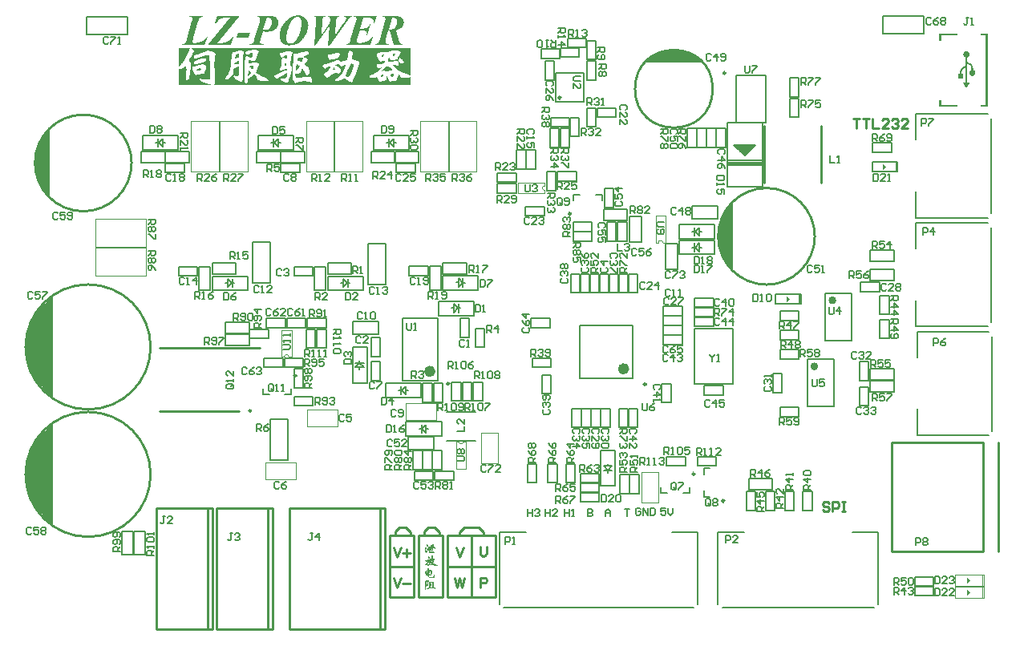
<source format=gto>
G04*
G04 #@! TF.GenerationSoftware,Altium Limited,Altium Designer,19.1.5 (86)*
G04*
G04 Layer_Color=65535*
%FSLAX25Y25*%
%MOIN*%
G70*
G01*
G75*
%ADD10C,0.00984*%
%ADD11C,0.01000*%
%ADD12C,0.00394*%
%ADD13C,0.02362*%
%ADD14C,0.01600*%
%ADD15C,0.00500*%
%ADD16C,0.00787*%
%ADD17C,0.00400*%
%ADD18C,0.00800*%
%ADD19C,0.00100*%
%ADD20C,0.00600*%
%ADD21R,0.01100X0.00606*%
%ADD22R,0.00500X0.01212*%
%ADD23R,0.00200X0.00800*%
%ADD24R,0.01200X0.01300*%
%ADD25R,0.01200X0.01100*%
%ADD26R,0.01400X0.01300*%
%ADD27R,0.01100X0.01800*%
%ADD28R,0.03371X0.08217*%
G36*
X12800Y32074D02*
X12100Y32571D01*
X12055D01*
X11968Y32588D01*
X11886Y32623D01*
X11812Y32672D01*
X11781Y32703D01*
X9495Y34989D01*
Y34989D01*
X9454Y35026D01*
X9363Y35087D01*
X9262Y35129D01*
X9155Y35150D01*
X9100Y35153D01*
X9085Y35469D01*
X8961Y36088D01*
X8720Y36671D01*
X8369Y37196D01*
X8156Y37431D01*
X4887Y40700D01*
X4258Y41329D01*
X3270Y42808D01*
X2589Y44452D01*
X2242Y46197D01*
Y47086D01*
Y51747D01*
X2230Y51990D01*
X2135Y52467D01*
X1949Y52916D01*
X1679Y53320D01*
X1516Y53500D01*
X1679Y53680D01*
X1949Y54084D01*
X2135Y54533D01*
X2230Y55010D01*
X2242Y55253D01*
Y60387D01*
Y60919D01*
X2449Y61960D01*
X2856Y62941D01*
X3446Y63824D01*
X3821Y64200D01*
Y64524D01*
X3947Y65159D01*
X4195Y65758D01*
X4555Y66296D01*
X4784Y66525D01*
X7710Y69450D01*
X7865Y69622D01*
X8122Y70006D01*
X8298Y70433D01*
X8389Y70886D01*
X8400Y71117D01*
X8540Y71124D01*
X8814Y71179D01*
X9072Y71286D01*
X9305Y71441D01*
X9409Y71535D01*
X12800Y74926D01*
Y32074D01*
D02*
G37*
G36*
Y85074D02*
X12100Y85571D01*
X12055D01*
X11968Y85588D01*
X11886Y85623D01*
X11812Y85672D01*
X11781Y85703D01*
X9495Y87989D01*
Y87989D01*
X9454Y88026D01*
X9363Y88087D01*
X9262Y88129D01*
X9155Y88150D01*
X9100Y88153D01*
X9085Y88468D01*
X8961Y89088D01*
X8720Y89671D01*
X8369Y90197D01*
X8156Y90431D01*
X4887Y93700D01*
X4258Y94329D01*
X3270Y95808D01*
X2589Y97452D01*
X2242Y99197D01*
Y100086D01*
Y104747D01*
X2230Y104990D01*
X2135Y105467D01*
X1949Y105916D01*
X1679Y106320D01*
X1516Y106500D01*
X1679Y106680D01*
X1949Y107084D01*
X2135Y107533D01*
X2230Y108010D01*
X2242Y108253D01*
Y113388D01*
Y113919D01*
X2449Y114960D01*
X2856Y115941D01*
X3446Y116824D01*
X3821Y117200D01*
Y117524D01*
X3947Y118159D01*
X4195Y118757D01*
X4555Y119296D01*
X4784Y119525D01*
X7710Y122450D01*
X7865Y122622D01*
X8122Y123006D01*
X8298Y123433D01*
X8389Y123886D01*
X8400Y124117D01*
X8540Y124124D01*
X8814Y124179D01*
X9072Y124286D01*
X9305Y124441D01*
X9409Y124535D01*
X12800Y127926D01*
Y85074D01*
D02*
G37*
G36*
X388500Y236322D02*
X381750D01*
Y234272D01*
X381250D01*
Y236822D01*
X388500D01*
Y236322D01*
D02*
G37*
G36*
X381750Y207222D02*
X388500D01*
Y206722D01*
X381250D01*
Y209272D01*
X381750D01*
Y207222D01*
D02*
G37*
G36*
X302200Y188088D02*
X300613Y186501D01*
X298700Y187700D01*
Y188000D01*
X297400Y189300D01*
X302200D01*
Y188088D01*
D02*
G37*
G36*
X393856Y228234D02*
X393863D01*
Y228071D01*
X393845Y227931D01*
X393803Y227784D01*
X393754Y227656D01*
X393691Y227534D01*
X393599Y227397D01*
X393496Y227286D01*
X393416Y227218D01*
X393303Y227138D01*
X393208Y227073D01*
X393097Y227020D01*
X393051Y226997D01*
X393040Y226047D01*
X393040Y225030D01*
X393061Y224989D01*
X393122Y224955D01*
X393338Y224867D01*
X393564Y224768D01*
X393972Y224590D01*
X394208Y224488D01*
X394442Y224382D01*
X394716Y224174D01*
X394876Y224001D01*
X395043Y223743D01*
X395149Y223508D01*
X395223Y223341D01*
X395312Y222901D01*
X395349Y222652D01*
X395389Y222010D01*
X395390Y221781D01*
X395424Y221748D01*
X395478Y221718D01*
X395567Y221698D01*
X395678Y221629D01*
X395838Y221536D01*
X395963Y221409D01*
X396072Y221286D01*
X396162Y221150D01*
X396214Y221037D01*
X396267Y220876D01*
X396310Y220685D01*
X396313Y220460D01*
X396304Y220274D01*
X396252Y220051D01*
X396168Y219918D01*
X396066Y219754D01*
X395950Y219633D01*
X395834Y219517D01*
X395737Y219452D01*
X395620Y219396D01*
X395472Y219325D01*
X395346Y219281D01*
X395244Y219266D01*
X395121Y219261D01*
X394949Y219255D01*
X394805Y219265D01*
X394683Y219290D01*
X394525Y219346D01*
X394429Y219404D01*
X394314Y219491D01*
X394208Y219570D01*
X394110Y219649D01*
X394047Y219722D01*
X393955Y219836D01*
X393882Y219959D01*
X393842Y220085D01*
X393805Y220200D01*
X393776Y220389D01*
X393775Y220618D01*
X393809Y220836D01*
X393855Y220994D01*
X393974Y221208D01*
X394065Y221314D01*
X394161Y221405D01*
X394312Y221544D01*
X394438Y221638D01*
X394531Y221687D01*
X394633Y221733D01*
X394650Y221791D01*
X394653Y221924D01*
X394644Y222277D01*
X394620Y222461D01*
X394605Y222652D01*
X394557Y222934D01*
X394507Y223084D01*
X394436Y223251D01*
X394379Y223342D01*
X394310Y223446D01*
X394217Y223543D01*
X394108Y223638D01*
X393981Y223738D01*
X393873Y223791D01*
X393738Y223862D01*
X393586Y223925D01*
X393465Y223972D01*
X393342Y224030D01*
X393272Y224066D01*
X393194Y224104D01*
X393115Y224151D01*
X393066Y224170D01*
X393039Y224164D01*
X393022Y224146D01*
X393025Y224026D01*
Y222746D01*
X393028Y219739D01*
X393025Y218266D01*
X393024Y217835D01*
X393025Y217161D01*
X393007Y216614D01*
X393028Y216585D01*
X393148Y216595D01*
X393395Y216593D01*
X394065Y216601D01*
X394077Y216563D01*
X394009Y216446D01*
X393749Y216003D01*
X393581Y215700D01*
X393352Y215312D01*
X393189Y215017D01*
X392964Y214618D01*
X392688Y214117D01*
X392645Y214061D01*
X392625Y214066D01*
X392587Y214113D01*
X392196Y214826D01*
X392031Y215064D01*
X391869Y215359D01*
X391677Y215710D01*
X391524Y215958D01*
X391346Y216241D01*
X391234Y216437D01*
X391177Y216530D01*
Y216564D01*
X391206Y216593D01*
X391888Y216592D01*
X392155Y216589D01*
X392201D01*
X392229Y216612D01*
Y219669D01*
X392242Y222245D01*
X392251Y222694D01*
X392236Y222741D01*
X392199Y222745D01*
X392129Y222687D01*
X391891Y222546D01*
X391707Y222457D01*
X391531Y222353D01*
X391347Y222210D01*
X391106Y221987D01*
X391001Y221827D01*
X390872Y221618D01*
X390798Y221445D01*
X390701Y221198D01*
X390653Y221031D01*
X390620Y220786D01*
X390588Y220489D01*
X390560Y220198D01*
X390575Y220133D01*
X390625Y220127D01*
X391294Y220133D01*
X391316Y220107D01*
X391308Y220016D01*
X391310Y218017D01*
X391299Y217982D01*
X391264Y217974D01*
X389226Y217984D01*
X389171Y217992D01*
X389144Y218009D01*
X389148Y218087D01*
X389152Y220095D01*
X389145Y220125D01*
X389171Y220141D01*
X389779Y220133D01*
X389823Y220147D01*
X389832Y220214D01*
X389840Y220504D01*
X389883Y220812D01*
X389922Y221113D01*
X389958Y221266D01*
X390037Y221590D01*
X390133Y221861D01*
X390286Y222175D01*
X390458Y222360D01*
X390681Y222615D01*
X390978Y222875D01*
X391247Y223036D01*
X391523Y223187D01*
X391768Y223316D01*
X391891Y223374D01*
X392045Y223476D01*
X392168Y223591D01*
X392224Y223703D01*
X392259Y223827D01*
X392256Y224329D01*
X392257Y226459D01*
X392253Y226949D01*
X392231Y226975D01*
X392175Y226997D01*
X392081Y227027D01*
X391976Y227073D01*
X391860Y227151D01*
X391782Y227220D01*
X391698Y227302D01*
X391631Y227391D01*
X391553Y227483D01*
X391440Y227647D01*
X391401Y227779D01*
X391362Y227931D01*
X391346Y228131D01*
X391340Y228336D01*
X391349Y228479D01*
X391381Y228614D01*
X391461Y228811D01*
X391553Y228917D01*
X391645Y229037D01*
X391808Y229201D01*
X391949Y229314D01*
X392077Y229377D01*
X392264Y229451D01*
X392470Y229477D01*
X392714Y229479D01*
X392847Y229459D01*
X393024Y229412D01*
X393180Y229334D01*
X393328Y229247D01*
X393517Y229093D01*
X393618Y228944D01*
X393720Y228794D01*
X393818Y228579D01*
X393860Y228327D01*
X393856Y228234D01*
D02*
G37*
G36*
X398550Y236822D02*
X401050D01*
Y206722D01*
X398550D01*
Y207222D01*
X400550D01*
Y236322D01*
X398550D01*
Y236822D01*
D02*
G37*
G36*
X168371Y24527D02*
X168394Y24515D01*
X168421Y24499D01*
X168449Y24471D01*
X168477Y24438D01*
X168499Y24393D01*
X168505Y24388D01*
X168510Y24371D01*
X168521Y24343D01*
X168543Y24310D01*
X168566Y24271D01*
X168593Y24232D01*
X168660Y24138D01*
X168666Y24133D01*
X168677Y24116D01*
X168693Y24094D01*
X168716Y24060D01*
X168738Y24022D01*
X168754Y23977D01*
X168777Y23933D01*
X168788Y23877D01*
Y23872D01*
X168793Y23855D01*
X168799Y23827D01*
X168804Y23799D01*
X168810Y23727D01*
X168815Y23655D01*
Y23650D01*
Y23644D01*
X168810Y23627D01*
X168799Y23611D01*
X168788Y23594D01*
X168765Y23572D01*
X168732Y23555D01*
X168693Y23539D01*
X168688D01*
X168677Y23533D01*
X168654Y23528D01*
X168627Y23522D01*
X168560Y23505D01*
X168488Y23500D01*
X168471D01*
X168455Y23505D01*
X168432D01*
X168377Y23522D01*
X168310Y23550D01*
X168305D01*
X168294Y23561D01*
X168277Y23572D01*
X168255Y23589D01*
X168205Y23627D01*
X168160Y23677D01*
Y23683D01*
X168155Y23688D01*
X168133Y23722D01*
X168116Y23761D01*
X168105Y23794D01*
Y23805D01*
Y23816D01*
Y23833D01*
X168099Y23855D01*
Y23883D01*
Y23922D01*
Y23966D01*
X168083Y24199D01*
Y24205D01*
Y24216D01*
X168088Y24238D01*
X168094Y24266D01*
X168105Y24299D01*
X168116Y24338D01*
X168138Y24377D01*
X168166Y24416D01*
X168172Y24421D01*
X168183Y24432D01*
X168199Y24454D01*
X168221Y24477D01*
X168277Y24515D01*
X168305Y24527D01*
X168338Y24532D01*
X168355D01*
X168371Y24527D01*
D02*
G37*
G36*
X170891Y24582D02*
X170919Y24577D01*
X170952Y24571D01*
X170996Y24554D01*
X171041Y24538D01*
X171096Y24510D01*
X171102Y24504D01*
X171119Y24499D01*
X171146Y24482D01*
X171174Y24465D01*
X171202Y24443D01*
X171230Y24421D01*
X171246Y24399D01*
X171252Y24371D01*
Y24366D01*
Y24360D01*
Y24343D01*
X171246Y24327D01*
X171230Y24271D01*
X171202Y24199D01*
Y24193D01*
X171196Y24182D01*
X171185Y24160D01*
X171180Y24133D01*
X171157Y24071D01*
X171146Y23999D01*
X171107Y23572D01*
Y23566D01*
Y23561D01*
X171102Y23522D01*
X171096Y23472D01*
Y23416D01*
X171091Y23356D01*
X171085Y23305D01*
X171080Y23261D01*
Y23250D01*
Y23239D01*
Y23233D01*
Y23228D01*
Y23217D01*
Y23211D01*
X171202Y23222D01*
X171224D01*
X171246Y23228D01*
X171280Y23233D01*
X171352Y23239D01*
X171435Y23256D01*
X171440D01*
X171452Y23261D01*
X171474Y23267D01*
X171496Y23272D01*
X171557Y23278D01*
X171624Y23283D01*
X171651D01*
X171679Y23278D01*
X171712Y23267D01*
X171746Y23250D01*
X171774Y23228D01*
X171801Y23200D01*
X171818Y23156D01*
Y23150D01*
X171824Y23133D01*
X171829Y23111D01*
X171840Y23078D01*
X171879Y23000D01*
X171929Y22911D01*
X171934Y22906D01*
X171946Y22889D01*
X171957Y22867D01*
X171973Y22839D01*
X172007Y22762D01*
X172012Y22723D01*
X172018Y22678D01*
Y22673D01*
Y22662D01*
X172007Y22639D01*
X171995Y22623D01*
X171973Y22601D01*
X171940Y22579D01*
X171896Y22567D01*
X171835Y22562D01*
X171807D01*
X171785Y22567D01*
X171757D01*
X171724Y22579D01*
X171679Y22584D01*
X171635Y22595D01*
X171629D01*
X171613Y22601D01*
X171585Y22606D01*
X171540Y22617D01*
X171491Y22623D01*
X171429Y22628D01*
X171363Y22634D01*
X171163D01*
X171119Y22628D01*
X171074Y22623D01*
X171041Y22617D01*
X171019Y22612D01*
X171013Y22606D01*
X170996Y22590D01*
X170985Y22573D01*
X170974Y22551D01*
X170958Y22523D01*
X170941Y22484D01*
Y22479D01*
X170935Y22462D01*
X170924Y22434D01*
X170919Y22395D01*
X170902Y22345D01*
X170891Y22279D01*
X170874Y22201D01*
X170858Y22112D01*
Y22101D01*
X170852Y22073D01*
X170841Y22029D01*
X170830Y21979D01*
X170819Y21924D01*
X170802Y21874D01*
X170791Y21835D01*
X170774Y21807D01*
X170769Y21802D01*
X170747Y21785D01*
X170702Y21763D01*
X170647Y21752D01*
X170636D01*
X170602Y21746D01*
X170558Y21740D01*
X170497Y21735D01*
X170436Y21724D01*
X170369Y21707D01*
X170308Y21696D01*
X170253Y21679D01*
X170247D01*
X170231Y21674D01*
X170208Y21668D01*
X170175Y21663D01*
X170103Y21646D01*
X170025Y21641D01*
X170009D01*
X169992Y21646D01*
X169970Y21657D01*
X169948Y21674D01*
X169925Y21696D01*
X169903Y21729D01*
X169887Y21774D01*
Y21779D01*
X169881Y21802D01*
X169875Y21840D01*
X169864Y21901D01*
X169859Y21940D01*
X169853Y21985D01*
X169848Y22035D01*
X169842Y22090D01*
X169837Y22151D01*
X169831Y22218D01*
X169825Y22295D01*
X169820Y22379D01*
Y22384D01*
Y22390D01*
X169814Y22412D01*
Y22434D01*
X169809Y22445D01*
X169803Y22451D01*
X169775D01*
X169759Y22445D01*
X169726Y22440D01*
X169698Y22434D01*
X169670Y22423D01*
X169665D01*
X169659Y22418D01*
X169626Y22412D01*
X169592Y22395D01*
X169576Y22390D01*
X169570Y22384D01*
Y22379D01*
X169565Y22362D01*
X169559Y22351D01*
Y22323D01*
X169553Y22295D01*
X169548Y22257D01*
Y22251D01*
Y22234D01*
X169542Y22212D01*
Y22184D01*
X169531Y22107D01*
X169515Y22024D01*
Y22018D01*
X169509Y22001D01*
X169503Y21979D01*
Y21951D01*
X169492Y21879D01*
X169487Y21802D01*
Y21796D01*
Y21785D01*
Y21763D01*
X169492Y21735D01*
Y21696D01*
X169503Y21657D01*
X169520Y21557D01*
Y21552D01*
X169526Y21535D01*
X169531Y21513D01*
X169542Y21485D01*
X169565Y21424D01*
X169570Y21402D01*
X169581Y21385D01*
X169587Y21380D01*
X169603Y21374D01*
X169626Y21363D01*
X169653Y21358D01*
X169714D01*
X169748Y21363D01*
X169803Y21369D01*
X169870Y21380D01*
X169953Y21385D01*
X170047Y21396D01*
X170153Y21407D01*
X170264Y21424D01*
X170492Y21446D01*
X170602Y21457D01*
X170708Y21463D01*
X170813Y21474D01*
X170902Y21480D01*
X170980Y21485D01*
X171085D01*
X171107Y21480D01*
X171157Y21474D01*
X171202Y21452D01*
X171213Y21446D01*
X171224Y21435D01*
X171235Y21418D01*
X171257Y21402D01*
X171280Y21369D01*
X171302Y21330D01*
X171329Y21285D01*
X171335Y21280D01*
X171341Y21263D01*
X171352Y21235D01*
X171368Y21208D01*
X171396Y21130D01*
X171402Y21086D01*
X171407Y21047D01*
Y21036D01*
Y21013D01*
X171396Y20980D01*
X171385Y20941D01*
X171363Y20902D01*
X171329Y20869D01*
X171280Y20847D01*
X171219Y20836D01*
X171180D01*
X171146Y20841D01*
X171102Y20847D01*
X171096D01*
X171085Y20852D01*
X171069D01*
X171046Y20858D01*
X171013Y20864D01*
X170980Y20869D01*
X170897Y20880D01*
X170802Y20891D01*
X170697Y20902D01*
X170597Y20913D01*
X170397D01*
X170331Y20908D01*
X170247Y20902D01*
X170164Y20897D01*
X170070Y20886D01*
X169970Y20869D01*
X169959D01*
X169925Y20858D01*
X169881Y20852D01*
X169831Y20836D01*
X169770Y20819D01*
X169714Y20802D01*
X169670Y20786D01*
X169631Y20764D01*
X169626D01*
X169620Y20752D01*
X169587Y20736D01*
X169542Y20714D01*
X169526Y20708D01*
X169503Y20703D01*
X169492D01*
X169465Y20714D01*
X169431Y20736D01*
X169409Y20752D01*
X169393Y20775D01*
Y20780D01*
X169381Y20786D01*
X169376Y20802D01*
X169359Y20825D01*
X169343Y20858D01*
X169326Y20891D01*
X169309Y20930D01*
X169287Y20975D01*
Y20980D01*
X169276Y21002D01*
X169265Y21047D01*
X169254Y21074D01*
X169243Y21108D01*
X169232Y21152D01*
X169220Y21196D01*
X169204Y21252D01*
X169187Y21313D01*
X169171Y21385D01*
X169148Y21463D01*
X169126Y21552D01*
X169104Y21646D01*
Y21657D01*
X169093Y21685D01*
X169082Y21735D01*
X169071Y21802D01*
X169054Y21890D01*
X169037Y21990D01*
X169021Y22118D01*
X169010Y22257D01*
Y22262D01*
Y22279D01*
Y22295D01*
X169004Y22307D01*
X168949D01*
X168921Y22301D01*
X168854D01*
X168804Y22295D01*
X168577D01*
X168554Y22290D01*
X168521Y22273D01*
X168488Y22245D01*
X168482Y22240D01*
X168455Y22223D01*
X168421Y22207D01*
X168371Y22201D01*
X168355D01*
X168316Y22218D01*
X168294Y22229D01*
X168277Y22245D01*
X168266Y22273D01*
X168260Y22312D01*
Y22318D01*
Y22329D01*
X168266Y22351D01*
Y22373D01*
X168288Y22429D01*
X168299Y22456D01*
X168321Y22479D01*
X168327Y22484D01*
X168333Y22490D01*
X168355Y22517D01*
X168382Y22562D01*
X168405Y22612D01*
Y22617D01*
X168410Y22623D01*
X168421Y22634D01*
X168438Y22651D01*
X168460Y22667D01*
X168493Y22684D01*
X168532Y22695D01*
X168582Y22706D01*
X168610D01*
X168643Y22712D01*
X168682Y22717D01*
X168727Y22723D01*
X168777Y22728D01*
X168871Y22745D01*
X168876D01*
X168893Y22750D01*
X168910Y22756D01*
X168937Y22762D01*
X168982Y22778D01*
X168999Y22784D01*
X169010Y22795D01*
Y22801D01*
X169015Y22812D01*
Y22823D01*
Y22839D01*
X169021Y22867D01*
Y22900D01*
Y22945D01*
Y22950D01*
Y22967D01*
Y22995D01*
X169026Y23028D01*
Y23106D01*
Y23189D01*
Y23194D01*
Y23211D01*
Y23228D01*
Y23256D01*
X169021Y23322D01*
X169015Y23383D01*
Y23389D01*
Y23394D01*
Y23428D01*
X169010Y23461D01*
Y23494D01*
Y23500D01*
Y23522D01*
X169015Y23544D01*
X169021Y23577D01*
X169032Y23605D01*
X169049Y23633D01*
X169071Y23650D01*
X169104Y23655D01*
X169121D01*
X169143Y23650D01*
X169176Y23644D01*
X169215Y23639D01*
X169271Y23627D01*
X169326Y23605D01*
X169398Y23583D01*
X169409Y23577D01*
X169431Y23572D01*
X169465Y23555D01*
X169503Y23539D01*
X169537Y23516D01*
X169570Y23494D01*
X169592Y23472D01*
X169603Y23444D01*
Y23439D01*
Y23433D01*
Y23400D01*
X169592Y23350D01*
X169581Y23283D01*
Y23278D01*
Y23267D01*
X169576Y23250D01*
Y23228D01*
X169570Y23167D01*
X169576Y23089D01*
Y23084D01*
X169581Y23072D01*
Y23056D01*
X169587Y23034D01*
X169592Y22989D01*
Y22967D01*
Y22956D01*
Y22950D01*
Y22945D01*
X169587Y22934D01*
X169581Y22928D01*
X169592Y22934D01*
X169615Y22939D01*
X169620D01*
X169642Y22945D01*
X169681Y22956D01*
X169731Y22967D01*
X169737D01*
X169742Y22973D01*
X169775Y22978D01*
X169803Y22989D01*
X169814Y22995D01*
X169820Y23000D01*
Y23006D01*
X169825Y23022D01*
X169831Y23050D01*
Y23078D01*
Y23106D01*
X169814Y23761D01*
Y23766D01*
Y23783D01*
X169820Y23811D01*
Y23838D01*
X169837Y23905D01*
X169848Y23938D01*
X169864Y23960D01*
Y23966D01*
X169875Y23971D01*
X169887Y23983D01*
X169903Y23994D01*
X169931Y24005D01*
X169959Y24010D01*
X169992Y24022D01*
X170086D01*
X170142Y24010D01*
X170203Y23999D01*
X170258Y23977D01*
X170314Y23949D01*
X170336Y23927D01*
X170347Y23905D01*
X170358Y23877D01*
X170364Y23849D01*
Y23838D01*
X170358Y23816D01*
X170353Y23777D01*
X170331Y23727D01*
Y23722D01*
X170325Y23716D01*
X170319Y23700D01*
X170314Y23672D01*
X170308Y23639D01*
X170297Y23594D01*
X170292Y23544D01*
X170281Y23483D01*
Y23478D01*
X170275Y23455D01*
Y23422D01*
X170270Y23383D01*
X170264Y23289D01*
X170258Y23194D01*
Y23189D01*
Y23178D01*
Y23156D01*
Y23133D01*
Y23095D01*
Y23078D01*
Y23072D01*
X170264D01*
X170281Y23078D01*
X170308Y23084D01*
X170319Y23089D01*
X170342Y23095D01*
X170375Y23100D01*
X170419Y23106D01*
X170430D01*
X170453Y23111D01*
X170475Y23122D01*
X170492Y23133D01*
Y23145D01*
X170497Y23161D01*
X170502Y23200D01*
X170508Y23222D01*
Y23250D01*
X170514Y23289D01*
X170519Y23328D01*
X170525Y23378D01*
X170530Y23439D01*
X170541Y23505D01*
X170547Y23577D01*
Y23583D01*
Y23594D01*
X170553Y23616D01*
Y23650D01*
X170558Y23683D01*
X170564Y23722D01*
X170575Y23816D01*
X170586Y23916D01*
X170597Y24022D01*
X170614Y24121D01*
X170625Y24210D01*
Y24221D01*
X170630Y24243D01*
X170641Y24282D01*
X170652Y24327D01*
X170675Y24421D01*
X170691Y24465D01*
X170708Y24504D01*
Y24510D01*
X170719Y24515D01*
X170747Y24549D01*
X170791Y24577D01*
X170819Y24582D01*
X170852Y24588D01*
X170869D01*
X170891Y24582D01*
D02*
G37*
G36*
X167883Y23172D02*
X167944Y23156D01*
X168016Y23122D01*
X168022D01*
X168033Y23111D01*
X168050Y23106D01*
X168077Y23089D01*
X168133Y23050D01*
X168188Y23006D01*
X168194D01*
X168199Y22995D01*
X168227Y22967D01*
X168255Y22928D01*
X168260Y22900D01*
X168266Y22878D01*
Y22867D01*
X168260Y22850D01*
X168255Y22828D01*
X168244Y22801D01*
X168221Y22767D01*
X168199Y22723D01*
X168166Y22673D01*
X168160Y22667D01*
X168149Y22645D01*
X168127Y22612D01*
X168099Y22567D01*
X168066Y22506D01*
X168027Y22429D01*
X167983Y22334D01*
X167933Y22229D01*
Y22223D01*
X167927Y22218D01*
X167922Y22201D01*
X167911Y22179D01*
X167888Y22123D01*
X167866Y22057D01*
X167844Y21973D01*
X167822Y21890D01*
X167805Y21807D01*
X167800Y21729D01*
Y21718D01*
Y21696D01*
Y21663D01*
X167805Y21613D01*
X167811Y21563D01*
X167816Y21507D01*
X167839Y21391D01*
Y21385D01*
X167844Y21369D01*
X167855Y21346D01*
X167866Y21324D01*
X167883Y21296D01*
X167900Y21274D01*
X167922Y21258D01*
X167949Y21252D01*
X167961D01*
X167983Y21263D01*
X168005Y21274D01*
X168038Y21291D01*
X168072Y21319D01*
X168122Y21358D01*
X168172Y21407D01*
X168177Y21413D01*
X168199Y21441D01*
X168233Y21485D01*
X168255Y21513D01*
X168277Y21546D01*
X168305Y21591D01*
X168333Y21635D01*
X168360Y21690D01*
X168394Y21746D01*
X168427Y21813D01*
X168466Y21885D01*
X168505Y21962D01*
X168543Y22051D01*
Y22057D01*
X168549Y22068D01*
X168577Y22101D01*
X168610Y22129D01*
X168632Y22140D01*
X168654Y22146D01*
X168666D01*
X168688Y22135D01*
X168699Y22123D01*
X168710Y22101D01*
X168721Y22079D01*
Y22046D01*
Y22040D01*
Y22018D01*
X168716Y21985D01*
X168710Y21935D01*
X168699Y21874D01*
X168677Y21790D01*
X168654Y21696D01*
X168621Y21585D01*
Y21579D01*
X168616Y21568D01*
X168610Y21552D01*
X168604Y21530D01*
X168582Y21468D01*
X168549Y21391D01*
X168510Y21296D01*
X168460Y21191D01*
X168399Y21080D01*
X168327Y20963D01*
Y20958D01*
X168316Y20952D01*
X168294Y20919D01*
X168260Y20869D01*
X168216Y20814D01*
X168166Y20758D01*
X168116Y20708D01*
X168066Y20675D01*
X168044Y20669D01*
X168022Y20664D01*
X168016D01*
X168005Y20669D01*
X167983Y20675D01*
X167949Y20697D01*
X167911Y20725D01*
X167866Y20769D01*
X167816Y20830D01*
X167789Y20869D01*
X167761Y20913D01*
Y20919D01*
X167755Y20925D01*
X167739Y20958D01*
X167711Y21008D01*
X167678Y21074D01*
X167639Y21152D01*
X167605Y21247D01*
X167578Y21346D01*
X167550Y21457D01*
Y21463D01*
Y21468D01*
X167544Y21485D01*
Y21507D01*
X167533Y21568D01*
X167528Y21641D01*
X167517Y21724D01*
X167506Y21818D01*
X167500Y21913D01*
Y22007D01*
Y22012D01*
Y22018D01*
Y22051D01*
Y22096D01*
X167506Y22157D01*
Y22229D01*
X167517Y22307D01*
X167533Y22473D01*
Y22484D01*
X167539Y22512D01*
X167544Y22551D01*
X167555Y22606D01*
X167567Y22667D01*
X167583Y22728D01*
X167617Y22862D01*
Y22867D01*
X167628Y22889D01*
X167633Y22917D01*
X167644Y22956D01*
X167678Y23034D01*
X167689Y23067D01*
X167705Y23100D01*
Y23106D01*
X167711Y23111D01*
X167733Y23139D01*
X167772Y23167D01*
X167800Y23172D01*
X167827Y23178D01*
X167861D01*
X167883Y23172D01*
D02*
G37*
G36*
X169143Y19441D02*
X169182Y19429D01*
X169220Y19402D01*
X169232Y19396D01*
X169248Y19374D01*
X169271Y19346D01*
X169287Y19313D01*
Y19307D01*
X169293Y19285D01*
X169298Y19252D01*
X169309Y19213D01*
X169337Y19119D01*
X169381Y19024D01*
Y19019D01*
X169393Y19013D01*
X169404Y18996D01*
X169415Y18974D01*
X169448Y18919D01*
X169487Y18858D01*
X169526Y18786D01*
X169559Y18719D01*
X169581Y18658D01*
X169592Y18613D01*
Y18602D01*
Y18580D01*
X169587Y18547D01*
X169581Y18508D01*
X169570Y18464D01*
X169548Y18430D01*
X169526Y18408D01*
X169492Y18397D01*
X169476D01*
X169454Y18403D01*
X169426D01*
X169393Y18408D01*
X169359Y18419D01*
X169271Y18453D01*
X169265D01*
X169248Y18464D01*
X169220Y18475D01*
X169187Y18486D01*
X169137Y18503D01*
X169087Y18519D01*
X169026Y18536D01*
X168954Y18553D01*
X168949D01*
X168937Y18558D01*
X168915Y18569D01*
X168893Y18586D01*
X168871Y18602D01*
X168843Y18630D01*
X168821Y18669D01*
X168804Y18713D01*
Y18719D01*
X168799Y18736D01*
X168793Y18763D01*
X168788Y18797D01*
X168771Y18869D01*
X168765Y18941D01*
Y18947D01*
Y18958D01*
X168771Y18980D01*
Y19002D01*
X168788Y19069D01*
X168815Y19152D01*
Y19157D01*
X168826Y19174D01*
X168838Y19196D01*
X168854Y19224D01*
X168893Y19291D01*
X168949Y19357D01*
X168954Y19363D01*
X168960Y19374D01*
X168999Y19402D01*
X169049Y19435D01*
X169076Y19441D01*
X169104Y19446D01*
X169115D01*
X169143Y19441D01*
D02*
G37*
G36*
X170530Y19818D02*
X170569Y19812D01*
X170614Y19807D01*
X170663Y19790D01*
X170724Y19773D01*
X170786Y19746D01*
X170791Y19740D01*
X170813Y19735D01*
X170841Y19718D01*
X170874Y19701D01*
X170902Y19679D01*
X170930Y19651D01*
X170952Y19624D01*
X170958Y19596D01*
Y19590D01*
Y19585D01*
X170952Y19546D01*
X170935Y19501D01*
X170902Y19446D01*
X170897Y19441D01*
X170891Y19424D01*
X170874Y19396D01*
X170858Y19357D01*
X170841Y19313D01*
X170825Y19252D01*
X170808Y19191D01*
X170797Y19113D01*
Y19107D01*
Y19091D01*
X170791Y19058D01*
X170786Y19024D01*
X170780Y18974D01*
X170774Y18924D01*
X170752Y18802D01*
X170730Y18675D01*
X170702Y18547D01*
X170686Y18491D01*
X170669Y18436D01*
X170647Y18386D01*
X170630Y18342D01*
X170625Y18330D01*
X170614Y18308D01*
X170597Y18275D01*
X170580Y18242D01*
X170558Y18197D01*
X170541Y18164D01*
X170530Y18136D01*
X170525Y18120D01*
Y18114D01*
Y18109D01*
X170519Y18103D01*
X170514Y18097D01*
X170519D01*
X170536Y18103D01*
X170569Y18109D01*
X170619Y18120D01*
X170680Y18142D01*
X170769Y18169D01*
X170819Y18192D01*
X170874Y18214D01*
X170935Y18242D01*
X171002Y18269D01*
X171008D01*
X171019Y18275D01*
X171035Y18286D01*
X171063Y18297D01*
X171124Y18330D01*
X171196Y18369D01*
X171274Y18408D01*
X171341Y18453D01*
X171374Y18469D01*
X171396Y18486D01*
X171418Y18503D01*
X171429Y18519D01*
Y18525D01*
X171440Y18530D01*
X171463Y18553D01*
X171507Y18575D01*
X171535Y18586D01*
X171585D01*
X171618Y18575D01*
X171640Y18564D01*
X171657Y18547D01*
X171674Y18525D01*
X171679Y18491D01*
Y18486D01*
X171685Y18464D01*
Y18441D01*
X171690Y18408D01*
X171707Y18336D01*
X171712Y18303D01*
X171724Y18275D01*
X171729Y18264D01*
X171740Y18242D01*
X171746Y18214D01*
X171751Y18181D01*
Y18175D01*
X171746Y18153D01*
X171735Y18125D01*
X171707Y18081D01*
X171662Y18031D01*
X171635Y17998D01*
X171601Y17970D01*
X171563Y17936D01*
X171513Y17898D01*
X171457Y17864D01*
X171396Y17825D01*
X171391Y17820D01*
X171379Y17809D01*
X171368Y17798D01*
X171357Y17775D01*
X171352Y17748D01*
X171341Y17714D01*
X171335Y17670D01*
Y17664D01*
Y17659D01*
X171329Y17626D01*
X171324Y17576D01*
X171313Y17515D01*
X171302Y17443D01*
X171285Y17370D01*
X171268Y17298D01*
X171252Y17232D01*
Y17226D01*
X171246Y17204D01*
X171235Y17170D01*
X171219Y17121D01*
X171202Y17065D01*
X171180Y16998D01*
X171152Y16926D01*
X171119Y16843D01*
X171113Y16832D01*
X171107Y16810D01*
X171091Y16771D01*
X171080Y16726D01*
X171063Y16688D01*
X171046Y16649D01*
X171041Y16621D01*
X171035Y16610D01*
Y16604D01*
X171046Y16582D01*
X171052Y16577D01*
X171057Y16571D01*
X171074Y16555D01*
X171096Y16538D01*
X171130Y16510D01*
X171174Y16471D01*
X171230Y16427D01*
X171235Y16421D01*
X171257Y16405D01*
X171291Y16382D01*
X171329Y16349D01*
X171379Y16316D01*
X171429Y16283D01*
X171529Y16216D01*
X171535Y16210D01*
X171557Y16205D01*
X171585Y16188D01*
X171635Y16166D01*
X171696Y16144D01*
X171768Y16111D01*
X171857Y16077D01*
X171962Y16038D01*
X171968D01*
X171973Y16033D01*
X171990Y16027D01*
X172012Y16022D01*
X172073Y16000D01*
X172151Y15972D01*
X172240Y15933D01*
X172340Y15894D01*
X172451Y15844D01*
X172556Y15794D01*
X172562D01*
X172567Y15789D01*
X172600Y15772D01*
X172645Y15744D01*
X172700Y15711D01*
X172756Y15678D01*
X172800Y15639D01*
X172834Y15600D01*
X172839Y15583D01*
X172845Y15567D01*
Y15561D01*
Y15550D01*
X172839Y15539D01*
X172828Y15517D01*
X172811Y15500D01*
X172784Y15478D01*
X172750Y15461D01*
X172706Y15445D01*
X172700D01*
X172678Y15439D01*
X172650Y15433D01*
X172606Y15428D01*
X172550Y15417D01*
X172490Y15411D01*
X172412Y15406D01*
X172284D01*
X172234Y15411D01*
X172162D01*
X172073Y15417D01*
X171968Y15428D01*
X171840Y15445D01*
X171701Y15461D01*
X171685D01*
X171662Y15467D01*
X171640Y15472D01*
X171574Y15478D01*
X171496Y15494D01*
X171413Y15511D01*
X171335Y15528D01*
X171268Y15544D01*
X171241Y15555D01*
X171219Y15567D01*
X171213D01*
X171202Y15578D01*
X171169Y15600D01*
X171135Y15644D01*
X171119Y15672D01*
X171113Y15700D01*
Y15705D01*
X171107Y15728D01*
X171102Y15761D01*
X171096Y15800D01*
X171074Y15889D01*
X171057Y15927D01*
X171041Y15961D01*
Y15966D01*
X171030Y15972D01*
X171002Y16011D01*
X170980Y16033D01*
X170952Y16060D01*
X170913Y16088D01*
X170874Y16116D01*
X170869Y16122D01*
X170858Y16127D01*
X170835Y16138D01*
X170813Y16155D01*
X170763Y16183D01*
X170747Y16188D01*
X170730Y16194D01*
X170713D01*
X170708Y16188D01*
X170702Y16183D01*
X170691Y16177D01*
X170675Y16160D01*
X170652Y16138D01*
X170591Y16083D01*
X170519Y16016D01*
X170436Y15944D01*
X170347Y15872D01*
X170264Y15811D01*
X170192Y15761D01*
X170186Y15755D01*
X170164Y15744D01*
X170131Y15728D01*
X170086Y15705D01*
X170036Y15683D01*
X169986Y15666D01*
X169931Y15655D01*
X169875Y15650D01*
X169853D01*
X169825Y15655D01*
X169787D01*
X169748Y15661D01*
X169698Y15672D01*
X169592Y15700D01*
X169587D01*
X169570Y15711D01*
X169542Y15716D01*
X169515Y15728D01*
X169442Y15750D01*
X169409Y15761D01*
X169381Y15772D01*
X169370Y15777D01*
X169348Y15794D01*
X169326Y15827D01*
X169323Y15838D01*
X169332Y15850D01*
X169343Y15872D01*
X169354Y15889D01*
X169365Y15900D01*
Y15905D01*
X169411Y15974D01*
X169431Y15977D01*
X169454D01*
X169481Y15983D01*
X169515Y15988D01*
X169565Y16000D01*
X169620Y16016D01*
X169687Y16038D01*
X169759Y16066D01*
X169770Y16072D01*
X169798Y16083D01*
X169837Y16105D01*
X169892Y16133D01*
X169953Y16166D01*
X170025Y16210D01*
X170097Y16260D01*
X170175Y16316D01*
X170186Y16321D01*
X170208Y16344D01*
X170242Y16366D01*
X170281Y16399D01*
X170314Y16432D01*
X170347Y16466D01*
X170369Y16493D01*
X170380Y16510D01*
Y16516D01*
X170375D01*
X170364Y16527D01*
X170347Y16538D01*
X170325Y16555D01*
X170297Y16571D01*
X170253Y16599D01*
X170247Y16604D01*
X170231Y16610D01*
X170208Y16627D01*
X170181Y16643D01*
X170114Y16677D01*
X170047Y16704D01*
X170042D01*
X170036Y16710D01*
X170009Y16726D01*
X169975Y16765D01*
X169948Y16815D01*
Y16821D01*
X169942Y16832D01*
Y16854D01*
X169936Y16887D01*
X169931Y16932D01*
Y16982D01*
X169925Y17048D01*
Y17126D01*
Y17132D01*
Y17137D01*
X169920Y17143D01*
X169909Y17148D01*
X169903D01*
X169892Y17154D01*
X169875Y17159D01*
X169857D01*
X169859Y17154D01*
Y17148D01*
X169864Y17132D01*
X169870Y17098D01*
Y17060D01*
Y17048D01*
X169864Y17021D01*
X169859Y16987D01*
X169842Y16943D01*
X169837Y16932D01*
X169831Y16921D01*
X169825Y16899D01*
X169814Y16876D01*
X169809Y16843D01*
X169798Y16804D01*
X169787Y16760D01*
Y16754D01*
X169781Y16738D01*
X169775Y16710D01*
X169764Y16677D01*
X169748Y16627D01*
X169726Y16571D01*
X169703Y16510D01*
X169670Y16438D01*
X169665Y16427D01*
X169653Y16399D01*
X169631Y16355D01*
X169598Y16299D01*
X169559Y16221D01*
X169503Y16127D01*
X169442Y16022D01*
X169411Y15974D01*
X169393Y15972D01*
X169365Y15961D01*
X169343Y15944D01*
X169332Y15927D01*
X169315Y15889D01*
Y15877D01*
Y15872D01*
X169320Y15850D01*
X169323Y15838D01*
X169293Y15794D01*
X169254Y15728D01*
X169204Y15655D01*
X169159Y15583D01*
X169121Y15522D01*
X169104Y15500D01*
X169087Y15478D01*
X169082Y15472D01*
X169076Y15461D01*
X169043Y15428D01*
X168999Y15394D01*
X168965Y15383D01*
X168937Y15378D01*
X168932D01*
X168921Y15383D01*
X168904Y15389D01*
X168876Y15406D01*
X168838Y15428D01*
X168793Y15461D01*
X168738Y15511D01*
X168671Y15578D01*
X168666Y15589D01*
X168638Y15611D01*
X168604Y15650D01*
X168566Y15694D01*
X168516Y15750D01*
X168471Y15805D01*
X168421Y15866D01*
X168382Y15927D01*
X168377Y15933D01*
X168360Y15949D01*
X168349Y15961D01*
X168338Y15966D01*
X168333D01*
X168316Y15955D01*
X168294Y15944D01*
X168282Y15938D01*
X168255Y15922D01*
X168205Y15900D01*
X168144Y15877D01*
X168072Y15850D01*
X167994Y15827D01*
X167905Y15811D01*
X167822Y15805D01*
X167772D01*
X167722Y15811D01*
X167661Y15822D01*
X167600Y15833D01*
X167550Y15855D01*
X167528Y15866D01*
X167517Y15883D01*
X167506Y15900D01*
X167500Y15922D01*
Y15933D01*
X167517Y15955D01*
X167528Y15972D01*
X167544Y15988D01*
X167572Y16005D01*
X167611Y16022D01*
X167617Y16027D01*
X167633Y16033D01*
X167655Y16049D01*
X167683Y16066D01*
X167717Y16094D01*
X167761Y16116D01*
X167850Y16177D01*
X167944Y16249D01*
X168033Y16316D01*
X168072Y16349D01*
X168111Y16377D01*
X168138Y16405D01*
X168160Y16432D01*
X168166Y16438D01*
X168183Y16455D01*
X168205Y16488D01*
X168238Y16532D01*
X168282Y16588D01*
X168333Y16660D01*
X168394Y16749D01*
X168466Y16849D01*
Y16854D01*
X168477Y16860D01*
X168482Y16876D01*
X168499Y16899D01*
X168532Y16954D01*
X168571Y17021D01*
X168604Y17098D01*
X168638Y17187D01*
X168660Y17276D01*
X168671Y17359D01*
Y17365D01*
Y17381D01*
Y17392D01*
Y17394D01*
X168316Y17326D01*
X168310D01*
X168288Y17320D01*
X168260Y17309D01*
X168227Y17298D01*
X168149Y17259D01*
X168111Y17232D01*
X168072Y17198D01*
X168066Y17193D01*
X168061Y17187D01*
X168044Y17176D01*
X168022Y17159D01*
X167972Y17132D01*
X167944Y17126D01*
X167911Y17121D01*
X167905D01*
X167900Y17126D01*
X167883Y17132D01*
X167861Y17148D01*
X167833Y17176D01*
X167805Y17215D01*
X167772Y17270D01*
X167739Y17348D01*
X167733Y17359D01*
X167727Y17387D01*
X167711Y17426D01*
X167694Y17470D01*
X167678Y17515D01*
X167666Y17553D01*
X167655Y17587D01*
X167650Y17603D01*
Y17609D01*
Y17620D01*
X167661Y17648D01*
X167672Y17670D01*
X167689Y17687D01*
X167711Y17698D01*
X167739Y17709D01*
X167744D01*
X167755Y17714D01*
X167778Y17720D01*
X167811Y17726D01*
X167850Y17737D01*
X167905Y17748D01*
X167961Y17764D01*
X168033Y17781D01*
X168044D01*
X168066Y17787D01*
X168099Y17798D01*
X168138Y17809D01*
X168183Y17820D01*
X168221Y17831D01*
X168260Y17842D01*
X168282Y17848D01*
X168288D01*
X168299Y17853D01*
X168316Y17859D01*
X168344Y17870D01*
X168371Y17875D01*
X168410Y17892D01*
X168455Y17903D01*
X168505Y17920D01*
X168621Y17953D01*
X168754Y17998D01*
X168904Y18042D01*
X169071Y18086D01*
X169076D01*
X169093Y18092D01*
X169115Y18097D01*
X169143Y18109D01*
X169182Y18120D01*
X169220Y18131D01*
X169309Y18153D01*
X169398Y18181D01*
X169481Y18208D01*
X169515Y18225D01*
X169542Y18236D01*
X169570Y18247D01*
X169581Y18253D01*
X169592Y18258D01*
X169615Y18275D01*
X169648Y18286D01*
X169692Y18292D01*
X169703D01*
X169731Y18286D01*
X169764Y18281D01*
X169798Y18264D01*
X169803Y18258D01*
X169814Y18247D01*
X169825Y18236D01*
X169837Y18214D01*
X169853Y18186D01*
X169870Y18147D01*
X169887Y18103D01*
Y18097D01*
X169898Y18081D01*
X169903Y18053D01*
X169914Y18025D01*
X169931Y17959D01*
X169942Y17925D01*
Y17898D01*
Y17892D01*
Y17881D01*
X169936Y17848D01*
X169920Y17798D01*
X169887Y17753D01*
X169875Y17748D01*
X169853Y17726D01*
X169814Y17709D01*
X169764Y17692D01*
X169753D01*
X169720Y17687D01*
X169665Y17676D01*
X169592Y17659D01*
X169587D01*
X169576Y17653D01*
X169537Y17642D01*
X169503Y17631D01*
X169487D01*
X169481Y17626D01*
X169476Y17620D01*
X169465Y17609D01*
X169459Y17603D01*
X169454Y17576D01*
Y17570D01*
X169459Y17553D01*
X169465Y17531D01*
X169476Y17503D01*
X169498Y17470D01*
X169526Y17437D01*
X169570Y17398D01*
X169626Y17365D01*
X169631D01*
X169637Y17359D01*
X169665Y17343D01*
X169682Y17330D01*
X169687Y17343D01*
X169709Y17392D01*
X169726Y17426D01*
X169753Y17459D01*
X169759Y17470D01*
X169781Y17498D01*
X169814Y17542D01*
X169848Y17609D01*
X169892Y17692D01*
X169936Y17792D01*
X169975Y17914D01*
X170009Y18047D01*
Y18053D01*
X170014Y18064D01*
X170020Y18086D01*
X170025Y18114D01*
X170031Y18153D01*
X170042Y18197D01*
X170053Y18247D01*
X170064Y18303D01*
X170081Y18369D01*
X170097Y18436D01*
X170131Y18586D01*
X170175Y18758D01*
X170220Y18941D01*
Y18947D01*
X170225Y18963D01*
X170231Y18991D01*
X170242Y19024D01*
X170253Y19069D01*
X170264Y19113D01*
X170286Y19224D01*
X170308Y19346D01*
X170331Y19468D01*
X170347Y19585D01*
X170353Y19635D01*
Y19679D01*
Y19685D01*
Y19701D01*
X170358Y19724D01*
X170369Y19751D01*
X170386Y19779D01*
X170408Y19801D01*
X170436Y19818D01*
X170480Y19823D01*
X170502D01*
X170530Y19818D01*
D02*
G37*
G36*
X169071Y14532D02*
X169154Y14526D01*
X169193Y14521D01*
X169232Y14510D01*
X169237D01*
X169248Y14504D01*
X169281Y14488D01*
X169309Y14460D01*
X169320Y14438D01*
X169326Y14415D01*
Y14410D01*
Y14404D01*
Y14388D01*
Y14371D01*
X169320Y14316D01*
X169315Y14243D01*
Y14238D01*
Y14221D01*
X169309Y14199D01*
Y14160D01*
X169304Y14110D01*
X169298Y14049D01*
X169287Y13977D01*
X169281Y13888D01*
Y13877D01*
Y13849D01*
X169276Y13811D01*
Y13761D01*
X169271Y13716D01*
Y13677D01*
X169265Y13644D01*
Y13638D01*
Y13633D01*
Y13627D01*
X169271Y13616D01*
X169276Y13611D01*
X169298D01*
X169315Y13616D01*
X169337D01*
X169393Y13622D01*
X169459Y13633D01*
X169537Y13638D01*
X169615Y13644D01*
X169687Y13650D01*
X169820D01*
X169864Y13644D01*
X169920D01*
X169981Y13638D01*
X170053Y13627D01*
X170131Y13616D01*
X170142D01*
X170164Y13611D01*
X170203Y13605D01*
X170253Y13600D01*
X170358Y13572D01*
X170403Y13561D01*
X170447Y13544D01*
X170453D01*
X170464Y13539D01*
X170480Y13528D01*
X170502Y13516D01*
X170558Y13489D01*
X170608Y13455D01*
X170614D01*
X170619Y13444D01*
X170641Y13422D01*
X170658Y13389D01*
X170669Y13372D01*
Y13350D01*
Y13339D01*
X170663Y13317D01*
X170658Y13278D01*
X170636Y13233D01*
Y13228D01*
X170630Y13222D01*
X170625Y13200D01*
X170614Y13167D01*
X170602Y13122D01*
X170591Y13056D01*
X170575Y12972D01*
X170569Y12923D01*
X170558Y12867D01*
Y12862D01*
Y12856D01*
X170553Y12839D01*
Y12817D01*
X170541Y12756D01*
X170525Y12678D01*
X170508Y12584D01*
X170486Y12479D01*
X170458Y12368D01*
X170425Y12251D01*
Y12246D01*
X170419Y12240D01*
X170414Y12223D01*
X170408Y12201D01*
X170392Y12140D01*
X170364Y12068D01*
X170336Y11985D01*
X170297Y11896D01*
X170258Y11807D01*
X170214Y11718D01*
X170208Y11707D01*
X170197Y11685D01*
X170175Y11646D01*
X170147Y11602D01*
X170120Y11557D01*
X170092Y11513D01*
X170064Y11474D01*
X170036Y11452D01*
X170025Y11446D01*
X170003Y11430D01*
X169964Y11413D01*
X169925Y11407D01*
X169914D01*
X169887Y11413D01*
X169864Y11418D01*
X169837Y11424D01*
X169798Y11435D01*
X169759Y11446D01*
X169753D01*
X169742Y11452D01*
X169720Y11463D01*
X169692Y11474D01*
X169626Y11502D01*
X169553Y11541D01*
X169548D01*
X169542Y11552D01*
X169509Y11568D01*
X169465Y11585D01*
X169431Y11596D01*
X169398D01*
X169376Y11591D01*
X169354Y11585D01*
X169320Y11580D01*
X169281Y11574D01*
X169276D01*
X169265Y11568D01*
X169226Y11563D01*
X169193Y11557D01*
X169176Y11552D01*
X169171D01*
Y11546D01*
Y11524D01*
Y11507D01*
Y11485D01*
Y11480D01*
Y11474D01*
Y11457D01*
X169176Y11435D01*
Y11402D01*
X169187Y11363D01*
X169193Y11319D01*
X169204Y11263D01*
Y11258D01*
X169209Y11241D01*
X169220Y11213D01*
X169232Y11180D01*
X169265Y11102D01*
X169281Y11058D01*
X169304Y11024D01*
X169309Y11019D01*
X169315Y11008D01*
X169348Y10975D01*
X169398Y10930D01*
X169465Y10891D01*
X169470D01*
X169487Y10886D01*
X169509Y10880D01*
X169548Y10875D01*
X169598Y10864D01*
X169659Y10858D01*
X169737Y10852D01*
X169936D01*
X170009Y10858D01*
X170103Y10864D01*
X170208Y10869D01*
X170331Y10880D01*
X170458Y10897D01*
X170475D01*
X170492Y10902D01*
X170519D01*
X170580Y10914D01*
X170652Y10930D01*
X170730Y10947D01*
X170808Y10963D01*
X170880Y10986D01*
X170908Y11002D01*
X170930Y11013D01*
X170935Y11019D01*
X170947Y11030D01*
X170969Y11047D01*
X170996Y11069D01*
X171024Y11102D01*
X171052Y11147D01*
X171074Y11197D01*
X171096Y11258D01*
Y11269D01*
X171102Y11291D01*
X171113Y11335D01*
X171124Y11402D01*
X171135Y11485D01*
X171146Y11591D01*
X171152Y11652D01*
X171157Y11718D01*
Y11790D01*
X171163Y11868D01*
Y11874D01*
X171169Y11896D01*
X171174Y11929D01*
X171180Y11962D01*
X171196Y11996D01*
X171219Y12029D01*
X171246Y12051D01*
X171280Y12057D01*
X171285D01*
X171302Y12051D01*
X171324Y12029D01*
X171341Y12018D01*
X171357Y11996D01*
X171374Y11974D01*
X171396Y11940D01*
X171418Y11901D01*
X171435Y11857D01*
X171457Y11801D01*
X171479Y11735D01*
X171502Y11663D01*
X171524Y11580D01*
Y11574D01*
X171529Y11557D01*
X171535Y11535D01*
X171540Y11502D01*
X171552Y11457D01*
X171563Y11407D01*
X171574Y11352D01*
X171585Y11291D01*
X171607Y11158D01*
X171629Y11013D01*
X171640Y10858D01*
X171646Y10703D01*
Y10697D01*
Y10680D01*
X171640Y10664D01*
Y10636D01*
X171618Y10581D01*
X171607Y10553D01*
X171585Y10531D01*
X171579D01*
X171574Y10525D01*
X171557Y10514D01*
X171535Y10503D01*
X171502Y10486D01*
X171463Y10475D01*
X171413Y10458D01*
X171352Y10447D01*
X171346D01*
X171318Y10442D01*
X171274Y10431D01*
X171241D01*
X171207Y10425D01*
X171163Y10419D01*
X171119Y10414D01*
X171063Y10403D01*
X171002Y10397D01*
X170935Y10392D01*
X170863Y10386D01*
X170780Y10375D01*
X170691Y10370D01*
X170669D01*
X170641Y10364D01*
X170608D01*
X170569Y10358D01*
X170519D01*
X170464Y10353D01*
X170403D01*
X170275Y10342D01*
X170136Y10336D01*
X169998Y10331D01*
X169753D01*
X169687Y10336D01*
X169615Y10342D01*
X169548Y10347D01*
X169487Y10358D01*
X169465Y10364D01*
X169442Y10370D01*
X169437D01*
X169426Y10375D01*
X169404Y10392D01*
X169376Y10408D01*
X169337Y10436D01*
X169287Y10475D01*
X169232Y10519D01*
X169159Y10581D01*
X169148Y10586D01*
X169126Y10608D01*
X169087Y10647D01*
X169043Y10691D01*
X168993Y10741D01*
X168937Y10802D01*
X168882Y10869D01*
X168826Y10936D01*
X168821Y10947D01*
X168804Y10969D01*
X168782Y11008D01*
X168754Y11063D01*
X168721Y11135D01*
X168682Y11213D01*
X168649Y11308D01*
X168616Y11413D01*
X168610Y11418D01*
X168604Y11424D01*
X168593Y11418D01*
X168582D01*
X168566Y11413D01*
X168543Y11407D01*
X168516Y11396D01*
X168510D01*
X168505Y11391D01*
X168471Y11385D01*
X168432Y11369D01*
X168399Y11357D01*
X168394D01*
X168371Y11352D01*
X168344Y11346D01*
X168310Y11341D01*
X168299D01*
X168277Y11346D01*
X168249Y11357D01*
X168210Y11374D01*
X168199Y11385D01*
X168183Y11396D01*
X168160Y11424D01*
X168127Y11457D01*
X168088Y11507D01*
X168033Y11574D01*
X167966Y11657D01*
Y11663D01*
X167961Y11668D01*
X167933Y11702D01*
X167900Y11751D01*
X167861Y11813D01*
X167811Y11890D01*
X167761Y11974D01*
X167717Y12057D01*
X167672Y12146D01*
X167666Y12157D01*
X167655Y12184D01*
X167639Y12234D01*
X167617Y12295D01*
X167594Y12368D01*
X167572Y12456D01*
X167550Y12545D01*
X167533Y12645D01*
Y12651D01*
Y12656D01*
X167528Y12689D01*
X167522Y12734D01*
X167517Y12795D01*
X167511Y12862D01*
X167506Y12928D01*
X167500Y12989D01*
Y13045D01*
Y13050D01*
Y13067D01*
X167506Y13089D01*
X167511Y13117D01*
X167522Y13150D01*
X167539Y13178D01*
X167561Y13206D01*
X167594Y13228D01*
X167600D01*
X167617Y13239D01*
X167644Y13250D01*
X167683Y13267D01*
X167744Y13289D01*
X167822Y13311D01*
X167922Y13339D01*
X167977Y13350D01*
X168038Y13367D01*
X168044D01*
X168055Y13372D01*
X168072Y13378D01*
X168099Y13383D01*
X168160Y13394D01*
X168244Y13417D01*
X168333Y13439D01*
X168427Y13455D01*
X168521Y13478D01*
X168610Y13494D01*
X168621D01*
X168632Y13500D01*
X168638Y13511D01*
Y13516D01*
X168643Y13533D01*
Y13555D01*
X168649Y13589D01*
X168654Y13633D01*
Y13694D01*
X168660Y13777D01*
X168677Y14299D01*
Y14304D01*
Y14327D01*
X168682Y14349D01*
X168688Y14382D01*
X168710Y14449D01*
X168721Y14477D01*
X168743Y14493D01*
X168749D01*
X168754Y14499D01*
X168771Y14510D01*
X168799Y14515D01*
X168832Y14526D01*
X168871Y14532D01*
X168921Y14538D01*
X169032D01*
X169071Y14532D01*
D02*
G37*
G36*
X168832Y9485D02*
X168865Y9479D01*
X168910Y9474D01*
X168960Y9463D01*
X169015Y9441D01*
X169082Y9418D01*
X169087Y9413D01*
X169109Y9407D01*
X169137Y9391D01*
X169176Y9374D01*
X169209Y9346D01*
X169237Y9313D01*
X169259Y9280D01*
X169265Y9241D01*
Y9235D01*
Y9230D01*
X169259Y9196D01*
X169237Y9152D01*
X169220Y9124D01*
X169198Y9096D01*
X169193Y9091D01*
X169182Y9080D01*
X169171Y9063D01*
X169148Y9041D01*
X169109Y8980D01*
X169076Y8908D01*
Y8902D01*
X169071Y8891D01*
X169060Y8869D01*
X169049Y8847D01*
X169015Y8775D01*
X168971Y8697D01*
Y8691D01*
X168960Y8680D01*
X168949Y8658D01*
X168932Y8625D01*
X168921Y8591D01*
X168904Y8552D01*
X168876Y8464D01*
Y8458D01*
X168871Y8442D01*
Y8419D01*
X168865Y8386D01*
X168860Y8347D01*
Y8303D01*
X168854Y8197D01*
Y8192D01*
Y8175D01*
Y8147D01*
X168860Y8114D01*
X168865Y8036D01*
X168882Y7964D01*
Y7959D01*
X168887Y7948D01*
X168893Y7925D01*
X168899Y7898D01*
X168910Y7859D01*
X168921Y7820D01*
X168943Y7726D01*
X168960Y7626D01*
X168982Y7515D01*
X168993Y7409D01*
X168999Y7315D01*
Y7304D01*
Y7282D01*
X168993Y7243D01*
X168982Y7204D01*
X168971Y7159D01*
X168949Y7121D01*
X168921Y7098D01*
X168882Y7087D01*
X168865D01*
X168843Y7093D01*
X168815Y7098D01*
X168749Y7115D01*
X168721Y7132D01*
X168688Y7154D01*
X168682Y7159D01*
X168671Y7165D01*
X168649Y7176D01*
X168627Y7193D01*
X168593Y7209D01*
X168554Y7232D01*
X168466Y7259D01*
X168455Y7265D01*
X168438Y7270D01*
X168410Y7282D01*
X168366Y7298D01*
X168310Y7320D01*
X168238Y7354D01*
X168149Y7393D01*
X168144D01*
X168133Y7398D01*
X168122Y7404D01*
X168116D01*
Y7398D01*
X168111Y7393D01*
X168105Y7376D01*
Y7370D01*
X168099Y7359D01*
Y7337D01*
X168094Y7304D01*
X168088Y7259D01*
X168077Y7198D01*
X168066Y7121D01*
Y7109D01*
X168061Y7082D01*
X168055Y7043D01*
X168050Y6993D01*
X168038Y6882D01*
Y6832D01*
X168033Y6788D01*
Y6782D01*
Y6771D01*
Y6743D01*
X168027Y6715D01*
X168022Y6671D01*
Y6627D01*
X168011Y6571D01*
X168005Y6510D01*
Y6505D01*
X167999Y6482D01*
Y6455D01*
X167994Y6416D01*
X167977Y6333D01*
X167972Y6299D01*
X167961Y6266D01*
Y6260D01*
X167955Y6249D01*
Y6227D01*
X167949Y6199D01*
X167944Y6149D01*
Y6088D01*
X167938Y6011D01*
Y5911D01*
X167944Y5683D01*
Y5678D01*
Y5672D01*
X167938Y5633D01*
X167916Y5594D01*
X167905Y5572D01*
X167883Y5550D01*
X167872Y5544D01*
X167855Y5533D01*
X167833Y5528D01*
X167805Y5517D01*
X167766Y5506D01*
X167722Y5500D01*
X167661D01*
X167644Y5506D01*
X167617Y5511D01*
X167589Y5522D01*
X167561Y5544D01*
X167533Y5572D01*
X167517Y5617D01*
X167511Y5672D01*
Y5683D01*
Y5705D01*
X167517Y5755D01*
Y5783D01*
X167522Y5822D01*
Y5861D01*
X167528Y5911D01*
X167533Y5966D01*
X167539Y6027D01*
X167544Y6094D01*
X167555Y6171D01*
X167567Y6255D01*
X167578Y6344D01*
Y6349D01*
X167583Y6366D01*
Y6393D01*
X167589Y6432D01*
X167594Y6477D01*
X167600Y6532D01*
X167605Y6593D01*
X167617Y6660D01*
X167622Y6738D01*
X167628Y6815D01*
X167639Y6987D01*
X167644Y7176D01*
X167650Y7376D01*
Y7381D01*
Y7404D01*
Y7437D01*
Y7481D01*
Y7570D01*
X167644Y7609D01*
Y7648D01*
Y7653D01*
Y7665D01*
Y7687D01*
Y7720D01*
X167639Y7759D01*
Y7814D01*
Y7870D01*
Y7942D01*
Y8281D01*
Y8286D01*
Y8292D01*
Y8308D01*
Y8331D01*
X167633Y8358D01*
Y8392D01*
X167622Y8475D01*
X167605Y8575D01*
X167583Y8691D01*
X167550Y8824D01*
X167506Y8963D01*
Y8969D01*
Y8985D01*
X167500Y9008D01*
Y9041D01*
Y9052D01*
X167506Y9074D01*
X167522Y9102D01*
X167555Y9135D01*
X167561D01*
X167567Y9141D01*
X167583Y9152D01*
X167600Y9163D01*
X167655Y9185D01*
X167733Y9207D01*
X167739D01*
X167755Y9213D01*
X167778Y9218D01*
X167800Y9224D01*
X167861Y9241D01*
X167888Y9246D01*
X167911Y9252D01*
X167922Y9257D01*
X167944Y9263D01*
X167983Y9274D01*
X168033Y9291D01*
X168094Y9307D01*
X168160Y9330D01*
X168310Y9374D01*
X168460Y9413D01*
X168538Y9435D01*
X168604Y9452D01*
X168666Y9468D01*
X168721Y9479D01*
X168760Y9490D01*
X168810D01*
X168832Y9485D01*
D02*
G37*
G36*
X170652Y8913D02*
X170713Y8908D01*
X170786Y8902D01*
X170863Y8885D01*
X170947Y8869D01*
X171035Y8841D01*
X171041D01*
X171046Y8836D01*
X171074Y8824D01*
X171113Y8808D01*
X171157Y8786D01*
X171196Y8758D01*
X171235Y8719D01*
X171263Y8680D01*
X171274Y8652D01*
Y8630D01*
Y8625D01*
Y8619D01*
X171268Y8586D01*
X171246Y8541D01*
X171230Y8514D01*
X171207Y8486D01*
Y8480D01*
X171196Y8475D01*
X171191Y8453D01*
X171180Y8430D01*
X171169Y8397D01*
X171157Y8353D01*
X171152Y8297D01*
X171146Y8231D01*
Y8225D01*
Y8208D01*
Y8181D01*
Y8147D01*
Y8103D01*
Y8053D01*
Y7998D01*
X171141Y7937D01*
Y7798D01*
X171135Y7659D01*
X171124Y7520D01*
X171113Y7387D01*
Y7381D01*
Y7370D01*
Y7354D01*
X171107Y7332D01*
X171102Y7270D01*
Y7193D01*
X171096Y7104D01*
X171091Y7015D01*
X171085Y6921D01*
Y6838D01*
Y6826D01*
Y6804D01*
Y6771D01*
Y6727D01*
X171091Y6688D01*
Y6649D01*
Y6616D01*
X171096Y6599D01*
X171102Y6593D01*
X171113Y6588D01*
X171135Y6571D01*
X171157Y6566D01*
X171180Y6560D01*
X171196D01*
X171213Y6555D01*
X171235D01*
X171263Y6549D01*
X171296D01*
X171379Y6543D01*
X171452D01*
X171507Y6549D01*
X171535D01*
X171557Y6555D01*
X171568Y6560D01*
X171590Y6566D01*
X171618Y6571D01*
X171662D01*
X171679Y6566D01*
X171701Y6555D01*
X171724Y6543D01*
X171746Y6521D01*
X171768Y6488D01*
X171785Y6449D01*
Y6443D01*
X171790Y6427D01*
X171801Y6405D01*
X171812Y6377D01*
X171846Y6299D01*
X171896Y6216D01*
X171901Y6210D01*
X171907Y6199D01*
X171918Y6171D01*
X171934Y6144D01*
X171946Y6111D01*
X171957Y6066D01*
X171962Y6022D01*
X171968Y5977D01*
Y5972D01*
Y5955D01*
X171962Y5939D01*
X171957Y5916D01*
X171940Y5889D01*
X171923Y5872D01*
X171896Y5855D01*
X171857Y5850D01*
X171840D01*
X171818Y5855D01*
X171785D01*
X171746Y5866D01*
X171701Y5877D01*
X171651Y5889D01*
X171596Y5911D01*
X171590D01*
X171568Y5922D01*
X171540Y5927D01*
X171507Y5939D01*
X171429Y5955D01*
X171391Y5966D01*
X171346D01*
X171313Y5972D01*
X171263D01*
X171196Y5977D01*
X171119Y5988D01*
X171035Y5999D01*
X170852Y6038D01*
X170847D01*
X170830Y6044D01*
X170797Y6050D01*
X170758Y6055D01*
X170708Y6061D01*
X170652Y6066D01*
X170586Y6072D01*
X170419D01*
X170347Y6066D01*
X170253Y6061D01*
X170136Y6055D01*
X170075Y6050D01*
X170003Y6044D01*
X169925Y6033D01*
X169842Y6027D01*
X169198Y5966D01*
X169193D01*
X169171Y5961D01*
X169137D01*
X169093Y5955D01*
X169043Y5944D01*
X168987Y5939D01*
X168865Y5911D01*
X168860D01*
X168838Y5905D01*
X168804Y5894D01*
X168765Y5883D01*
X168721Y5866D01*
X168671Y5850D01*
X168577Y5811D01*
X168571D01*
X168560Y5800D01*
X168538Y5794D01*
X168510Y5783D01*
X168449Y5766D01*
X168388Y5755D01*
X168377D01*
X168349Y5766D01*
X168327Y5783D01*
X168310Y5800D01*
X168288Y5827D01*
X168272Y5861D01*
Y5866D01*
X168266Y5877D01*
X168260Y5900D01*
X168255Y5922D01*
X168238Y5983D01*
X168233Y6050D01*
Y6055D01*
Y6061D01*
X168244Y6094D01*
X168255Y6111D01*
X168272Y6127D01*
X168294Y6138D01*
X168327Y6144D01*
X168344D01*
X168366Y6149D01*
X168388Y6155D01*
X168449Y6171D01*
X168521Y6199D01*
X168527Y6205D01*
X168549Y6210D01*
X168560Y6216D01*
X168582Y6227D01*
X168610Y6238D01*
X168643Y6249D01*
X168688Y6260D01*
X168732Y6277D01*
X168793Y6294D01*
X168854Y6310D01*
X168932Y6333D01*
X169015Y6355D01*
X169109Y6377D01*
X169215Y6405D01*
X169226D01*
X169243Y6416D01*
X169259Y6427D01*
X169271Y6443D01*
Y6455D01*
Y6471D01*
Y6499D01*
Y6543D01*
Y6610D01*
Y6649D01*
Y6693D01*
Y6743D01*
Y6804D01*
Y6810D01*
Y6821D01*
Y6838D01*
Y6865D01*
Y6899D01*
Y6937D01*
Y6982D01*
Y7032D01*
X169276Y7093D01*
Y7154D01*
Y7298D01*
X169281Y7459D01*
X169287Y7642D01*
Y7648D01*
Y7665D01*
Y7692D01*
X169293Y7726D01*
Y7764D01*
Y7809D01*
X169298Y7909D01*
X169304Y8014D01*
Y8114D01*
X169309Y8158D01*
Y8197D01*
Y8231D01*
Y8253D01*
Y8258D01*
Y8269D01*
Y8292D01*
X169304Y8325D01*
Y8364D01*
X169298Y8403D01*
X169293Y8453D01*
X169281Y8508D01*
Y8514D01*
Y8525D01*
X169287Y8558D01*
X169304Y8597D01*
X169337Y8641D01*
X169348Y8647D01*
X169376Y8669D01*
X169415Y8686D01*
X169470Y8691D01*
X169481D01*
X169515Y8697D01*
X169603D01*
X169615Y8702D01*
X169637D01*
X169670Y8714D01*
X169709Y8725D01*
X169759Y8736D01*
X169820Y8758D01*
X169825D01*
X169842Y8763D01*
X169870Y8775D01*
X169909Y8786D01*
X169948Y8797D01*
X169998Y8808D01*
X170114Y8841D01*
X170236Y8869D01*
X170358Y8897D01*
X170475Y8913D01*
X170525Y8919D01*
X170608D01*
X170652Y8913D01*
D02*
G37*
G36*
X146678Y241177D02*
X146363D01*
Y241196D01*
Y241214D01*
Y241325D01*
X146345Y241474D01*
X146308Y241659D01*
X146234Y242066D01*
X146160Y242251D01*
X146086Y242399D01*
X146067Y242418D01*
X146011Y242492D01*
X145938Y242603D01*
X145808Y242714D01*
X145660Y242862D01*
X145493Y242991D01*
X145290Y243121D01*
X145068Y243232D01*
X145030Y243250D01*
X144956Y243269D01*
X144808Y243306D01*
X144586Y243361D01*
X144309Y243417D01*
X143975Y243454D01*
X143550Y243473D01*
X143068Y243491D01*
X141939D01*
X140625Y238864D01*
X141291D01*
X141421Y238882D01*
X141569D01*
X141921Y238919D01*
X142309Y238956D01*
X142680Y239030D01*
X143050Y239141D01*
X143217Y239197D01*
X143365Y239271D01*
X143402Y239289D01*
X143494Y239363D01*
X143624Y239456D01*
X143809Y239622D01*
X143994Y239826D01*
X144216Y240085D01*
X144420Y240418D01*
X144623Y240789D01*
X144938D01*
X143624Y236143D01*
X143309D01*
Y236161D01*
X143328Y236217D01*
Y236309D01*
X143346Y236402D01*
X143365Y236642D01*
X143383Y236883D01*
Y236901D01*
Y236957D01*
X143365Y237050D01*
X143346Y237161D01*
X143309Y237290D01*
X143254Y237420D01*
X143180Y237549D01*
X143087Y237679D01*
X143068Y237698D01*
X143031Y237735D01*
X142976Y237790D01*
X142883Y237846D01*
X142791Y237920D01*
X142661Y237994D01*
X142513Y238068D01*
X142347Y238123D01*
X142328D01*
X142291Y238142D01*
X142199Y238160D01*
X142087Y238179D01*
X141921D01*
X141699Y238197D01*
X141439Y238216D01*
X140440D01*
X139292Y234181D01*
Y234162D01*
X139274Y234088D01*
X139255Y233996D01*
X139218Y233884D01*
X139163Y233644D01*
X139144Y233514D01*
Y233403D01*
Y233366D01*
X139163Y233292D01*
X139218Y233181D01*
X139329Y233070D01*
X139348D01*
X139385Y233051D01*
X139459Y233014D01*
X139570Y232996D01*
X139718Y232959D01*
X139903Y232922D01*
X140125Y232903D01*
X140551D01*
X140662Y232922D01*
X140792D01*
X140958Y232940D01*
X141125Y232959D01*
X141329Y232977D01*
X141773Y233051D01*
X142254Y233162D01*
X142754Y233329D01*
X143254Y233533D01*
X143272D01*
X143309Y233570D01*
X143383Y233607D01*
X143476Y233662D01*
X143587Y233718D01*
X143735Y233810D01*
X144050Y234014D01*
X144420Y234292D01*
X144827Y234625D01*
X145234Y235014D01*
X145641Y235476D01*
X146011D01*
X144771Y232200D01*
X134646D01*
X134757Y232515D01*
X134887D01*
X135035Y232533D01*
X135220Y232552D01*
X135424Y232589D01*
X135627Y232663D01*
X135812Y232737D01*
X135979Y232848D01*
X135998Y232866D01*
X136053Y232922D01*
X136127Y233014D01*
X136220Y233162D01*
X136331Y233366D01*
X136460Y233625D01*
X136571Y233940D01*
X136645Y234144D01*
X136701Y234347D01*
X138904Y242066D01*
Y242103D01*
X138941Y242177D01*
X138959Y242288D01*
X138996Y242436D01*
X139052Y242751D01*
X139089Y242917D01*
Y243065D01*
Y243084D01*
Y243121D01*
X139070Y243195D01*
X139052Y243269D01*
X138996Y243436D01*
X138922Y243510D01*
X138848Y243584D01*
X138830D01*
X138793Y243621D01*
X138719Y243639D01*
X138626Y243695D01*
X138478Y243732D01*
X138274Y243769D01*
X138034Y243806D01*
X137738Y243843D01*
X137812Y244158D01*
X147455D01*
X146678Y241177D01*
D02*
G37*
G36*
X103013Y244139D02*
X103198D01*
X103402Y244120D01*
X103624Y244102D01*
X104086Y244028D01*
X104549Y243954D01*
X104993Y243824D01*
X105197Y243750D01*
X105364Y243658D01*
X105382D01*
X105419Y243621D01*
X105493Y243584D01*
X105567Y243510D01*
X105789Y243324D01*
X106030Y243084D01*
X106271Y242751D01*
X106493Y242343D01*
X106567Y242121D01*
X106641Y241881D01*
X106678Y241603D01*
X106696Y241325D01*
Y241307D01*
Y241251D01*
Y241177D01*
X106678Y241085D01*
X106659Y240955D01*
X106622Y240789D01*
X106585Y240622D01*
X106530Y240437D01*
X106456Y240252D01*
X106363Y240030D01*
X106271Y239808D01*
X106141Y239585D01*
X105974Y239363D01*
X105808Y239141D01*
X105604Y238919D01*
X105364Y238697D01*
X105345Y238679D01*
X105308Y238642D01*
X105234Y238586D01*
X105123Y238530D01*
X104993Y238438D01*
X104827Y238345D01*
X104642Y238234D01*
X104420Y238142D01*
X104179Y238031D01*
X103901Y237920D01*
X103605Y237827D01*
X103290Y237753D01*
X102957Y237679D01*
X102587Y237623D01*
X102198Y237586D01*
X101791Y237568D01*
X101532D01*
X101328Y237586D01*
X101088Y237605D01*
X100810Y237623D01*
X100495Y237660D01*
X100144Y237698D01*
X99200Y234366D01*
Y234329D01*
X99163Y234255D01*
X99144Y234125D01*
X99107Y233977D01*
X99033Y233625D01*
X99015Y233477D01*
X98996Y233348D01*
Y233329D01*
Y233274D01*
X99015Y233200D01*
X99033Y233125D01*
X99107Y232903D01*
X99163Y232811D01*
X99255Y232718D01*
X99274D01*
X99311Y232681D01*
X99385Y232663D01*
X99514Y232626D01*
X99663Y232589D01*
X99885Y232552D01*
X100144Y232533D01*
X100458Y232515D01*
X100347Y232200D01*
X94535D01*
X94628Y232515D01*
X94868D01*
X95035Y232533D01*
X95368Y232570D01*
X95535Y232607D01*
X95664Y232644D01*
X95683D01*
X95720Y232681D01*
X95775Y232700D01*
X95849Y232755D01*
X96016Y232903D01*
X96183Y233107D01*
Y233125D01*
X96220Y233162D01*
X96238Y233237D01*
X96294Y233348D01*
X96349Y233496D01*
X96442Y233718D01*
X96516Y234014D01*
X96571Y234181D01*
X96627Y234366D01*
X98792Y241936D01*
X98811Y241973D01*
X98830Y242066D01*
X98866Y242195D01*
X98922Y242362D01*
X98996Y242732D01*
X99015Y242899D01*
X99033Y243028D01*
Y243047D01*
Y243084D01*
X99015Y243139D01*
X98996Y243232D01*
X98959Y243306D01*
X98904Y243398D01*
X98830Y243491D01*
X98737Y243584D01*
X98719Y243602D01*
X98681Y243621D01*
X98607Y243658D01*
X98496Y243713D01*
X98348Y243750D01*
X98163Y243787D01*
X97941Y243824D01*
X97682Y243843D01*
X97774Y244158D01*
X102846D01*
X103013Y244139D01*
D02*
G37*
G36*
X137145Y243843D02*
X137127D01*
X137071Y243824D01*
X136997Y243806D01*
X136886Y243769D01*
X136645Y243676D01*
X136423Y243528D01*
X136405Y243510D01*
X136349Y243473D01*
X136257Y243380D01*
X136146Y243269D01*
X135998Y243102D01*
X135812Y242899D01*
X135609Y242640D01*
X135387Y242343D01*
X127798Y231922D01*
X127279D01*
X127872Y239993D01*
X122004Y231922D01*
X121486D01*
X122300Y242158D01*
Y242177D01*
Y242232D01*
X122319Y242306D01*
Y242418D01*
X122337Y242658D01*
Y242899D01*
Y242917D01*
Y242973D01*
X122319Y243065D01*
Y243158D01*
X122245Y243380D01*
X122189Y243491D01*
X122115Y243584D01*
X122097Y243602D01*
X122078Y243621D01*
X122023Y243658D01*
X121930Y243695D01*
X121837Y243750D01*
X121689Y243787D01*
X121523Y243824D01*
X121338Y243843D01*
X121486Y244158D01*
X126335D01*
X126224Y243843D01*
X125910D01*
X125817Y243824D01*
X125706Y243806D01*
X125576Y243769D01*
X125447Y243695D01*
X125317Y243621D01*
X125206Y243510D01*
X125188Y243491D01*
X125151Y243454D01*
X125114Y243361D01*
X125058Y243250D01*
X124984Y243084D01*
X124929Y242880D01*
X124892Y242640D01*
X124855Y242343D01*
X124392Y236272D01*
X127983Y241196D01*
X128075Y242343D01*
Y242362D01*
Y242399D01*
X128094Y242473D01*
Y242547D01*
X128112Y242732D01*
Y242917D01*
Y242936D01*
Y242991D01*
X128094Y243065D01*
X128075Y243158D01*
X128020Y243380D01*
X127946Y243473D01*
X127872Y243565D01*
X127853Y243584D01*
X127835Y243602D01*
X127761Y243639D01*
X127687Y243695D01*
X127576Y243732D01*
X127446Y243787D01*
X127279Y243824D01*
X127094Y243843D01*
X127187Y244158D01*
X132036D01*
X131925Y243843D01*
X131814D01*
X131703Y243824D01*
X131574Y243806D01*
X131426Y243769D01*
X131259Y243695D01*
X131111Y243621D01*
X130981Y243510D01*
X130963Y243491D01*
X130926Y243454D01*
X130870Y243361D01*
X130815Y243250D01*
X130759Y243084D01*
X130685Y242880D01*
X130648Y242640D01*
X130611Y242343D01*
X130185Y236272D01*
X133647Y241048D01*
X133665Y241066D01*
X133684Y241103D01*
X133739Y241159D01*
X133795Y241251D01*
X133943Y241455D01*
X134110Y241733D01*
X134313Y242010D01*
X134480Y242288D01*
X134628Y242529D01*
X134702Y242640D01*
X134739Y242732D01*
Y242751D01*
X134757Y242788D01*
X134794Y242843D01*
X134813Y242899D01*
X134869Y243065D01*
X134887Y243232D01*
Y243250D01*
Y243269D01*
X134869Y243361D01*
X134794Y243473D01*
X134757Y243547D01*
X134683Y243602D01*
X134646Y243639D01*
X134591Y243658D01*
X134517Y243695D01*
X134424Y243732D01*
X134295Y243769D01*
X134128Y243806D01*
X133924Y243843D01*
X134017Y244158D01*
X137219D01*
X137145Y243843D01*
D02*
G37*
G36*
X94332Y235236D02*
X89167D01*
X89741Y237068D01*
X94868D01*
X94332Y235236D01*
D02*
G37*
G36*
X155229Y244139D02*
X155396D01*
X155600Y244120D01*
X155822Y244102D01*
X156044Y244065D01*
X156544Y243972D01*
X157044Y243843D01*
X157284Y243750D01*
X157506Y243658D01*
X157691Y243528D01*
X157876Y243398D01*
X157895D01*
X157913Y243361D01*
X158006Y243269D01*
X158154Y243102D01*
X158321Y242880D01*
X158469Y242621D01*
X158617Y242288D01*
X158709Y241918D01*
X158746Y241714D01*
Y241511D01*
Y241492D01*
Y241455D01*
Y241381D01*
X158728Y241307D01*
X158709Y241196D01*
X158691Y241066D01*
X158617Y240770D01*
X158506Y240418D01*
X158321Y240048D01*
X158210Y239863D01*
X158062Y239660D01*
X157913Y239474D01*
X157728Y239289D01*
X157691Y239271D01*
X157599Y239178D01*
X157432Y239067D01*
X157321Y239012D01*
X157210Y238919D01*
X157062Y238845D01*
X156895Y238753D01*
X156710Y238679D01*
X156488Y238586D01*
X156266Y238493D01*
X156025Y238401D01*
X155748Y238308D01*
X155452Y238216D01*
X156525Y234588D01*
Y234569D01*
X156544Y234532D01*
X156562Y234458D01*
X156599Y234347D01*
X156636Y234236D01*
X156673Y234106D01*
X156784Y233829D01*
X156895Y233514D01*
X157025Y233237D01*
X157080Y233107D01*
X157136Y232996D01*
X157210Y232903D01*
X157266Y232829D01*
X157284Y232811D01*
X157321Y232792D01*
X157414Y232737D01*
X157525Y232681D01*
X157673Y232626D01*
X157876Y232570D01*
X158098Y232533D01*
X158358Y232515D01*
Y232200D01*
X154619D01*
X152953Y238012D01*
X152360D01*
X151324Y234403D01*
X151305Y234366D01*
X151287Y234273D01*
X151250Y234144D01*
X151213Y233977D01*
X151120Y233607D01*
X151102Y233422D01*
X151083Y233274D01*
Y233255D01*
Y233218D01*
X151102Y233144D01*
X151120Y233070D01*
X151157Y232977D01*
X151194Y232885D01*
X151268Y232792D01*
X151361Y232718D01*
X151379D01*
X151416Y232681D01*
X151490Y232663D01*
X151602Y232626D01*
X151768Y232589D01*
X151953Y232552D01*
X152194Y232533D01*
X152490Y232515D01*
X152379Y232200D01*
X146641D01*
X146752Y232515D01*
X146881D01*
X147030Y232533D01*
X147215Y232552D01*
X147418Y232589D01*
X147622Y232663D01*
X147826Y232737D01*
X147992Y232848D01*
X148011Y232866D01*
X148066Y232922D01*
X148140Y233014D01*
X148233Y233162D01*
X148344Y233366D01*
X148473Y233625D01*
X148603Y233940D01*
X148677Y234144D01*
X148732Y234347D01*
X150935Y242029D01*
Y242066D01*
X150972Y242140D01*
X150991Y242251D01*
X151028Y242399D01*
X151083Y242732D01*
X151120Y242899D01*
Y243047D01*
Y243065D01*
Y243102D01*
X151102Y243176D01*
X151083Y243250D01*
X151028Y243417D01*
X150954Y243510D01*
X150880Y243584D01*
X150861D01*
X150824Y243621D01*
X150769Y243639D01*
X150657Y243695D01*
X150528Y243732D01*
X150343Y243769D01*
X150102Y243806D01*
X149825Y243843D01*
X149899Y244158D01*
X155081D01*
X155229Y244139D01*
D02*
G37*
G36*
X90278Y243824D02*
X81115Y232848D01*
X82041D01*
X82189Y232866D01*
X82374D01*
X82578Y232885D01*
X82818Y232903D01*
X83059Y232922D01*
X83614Y232996D01*
X84188Y233107D01*
X84743Y233274D01*
X85002Y233366D01*
X85262Y233477D01*
X85280D01*
X85317Y233514D01*
X85391Y233551D01*
X85484Y233607D01*
X85595Y233662D01*
X85724Y233755D01*
X86058Y233977D01*
X86428Y234273D01*
X86817Y234625D01*
X87039Y234828D01*
X87242Y235051D01*
X87464Y235310D01*
X87668Y235569D01*
X88038D01*
X86779Y232200D01*
X77525D01*
Y232515D01*
X86631Y243473D01*
X85169D01*
X84984Y243454D01*
X84780D01*
X84558Y243436D01*
X84318Y243398D01*
X83799Y243343D01*
X83263Y243250D01*
X82763Y243121D01*
X82522Y243028D01*
X82319Y242936D01*
X82300D01*
X82282Y242917D01*
X82226Y242880D01*
X82152Y242825D01*
X81948Y242695D01*
X81708Y242510D01*
X81430Y242251D01*
X81134Y241936D01*
X80838Y241566D01*
X80542Y241122D01*
X80190D01*
X81208Y244158D01*
X90278D01*
Y243824D01*
D02*
G37*
G36*
X75266Y243843D02*
X75137D01*
X74989Y243824D01*
X74804Y243787D01*
X74600Y243732D01*
X74396Y243676D01*
X74193Y243584D01*
X74026Y243454D01*
X74008Y243436D01*
X73952Y243380D01*
X73878Y243287D01*
X73786Y243139D01*
X73674Y242954D01*
X73545Y242695D01*
X73434Y242380D01*
X73304Y242010D01*
X71287Y234977D01*
Y234958D01*
X71268Y234921D01*
X71250Y234847D01*
X71231Y234773D01*
X71157Y234532D01*
X71101Y234273D01*
X71027Y233996D01*
X70954Y233736D01*
X70916Y233496D01*
X70898Y233422D01*
Y233348D01*
Y233311D01*
X70916Y233237D01*
X70991Y233125D01*
X71027Y233070D01*
X71101Y233014D01*
X71120D01*
X71139Y232996D01*
X71194Y232977D01*
X71268Y232940D01*
X71342Y232922D01*
X71453Y232885D01*
X71601Y232866D01*
X71898D01*
X72009Y232885D01*
X72138D01*
X72286Y232903D01*
X72471Y232922D01*
X72656Y232959D01*
X73101Y233033D01*
X73582Y233144D01*
X74082Y233311D01*
X74600Y233533D01*
X74618D01*
X74655Y233570D01*
X74730Y233607D01*
X74822Y233662D01*
X74952Y233736D01*
X75081Y233810D01*
X75414Y234033D01*
X75766Y234310D01*
X76155Y234662D01*
X76562Y235069D01*
X76932Y235550D01*
X77302D01*
X75988Y232200D01*
X66418D01*
X66511Y232515D01*
X66641D01*
X66789Y232533D01*
X66974Y232552D01*
X67177Y232589D01*
X67381Y232644D01*
X67566Y232718D01*
X67733Y232829D01*
X67751Y232848D01*
X67807Y232903D01*
X67881Y232996D01*
X67973Y233144D01*
X68084Y233348D01*
X68214Y233607D01*
X68344Y233921D01*
X68418Y234125D01*
X68473Y234329D01*
X70657Y242029D01*
Y242066D01*
X70694Y242140D01*
X70713Y242251D01*
X70750Y242399D01*
X70805Y242714D01*
X70842Y242880D01*
Y243028D01*
Y243047D01*
Y243084D01*
X70824Y243158D01*
X70805Y243232D01*
X70731Y243417D01*
X70676Y243510D01*
X70583Y243584D01*
X70565Y243602D01*
X70528Y243621D01*
X70454Y243658D01*
X70361Y243695D01*
X70213Y243750D01*
X70047Y243787D01*
X69806Y243824D01*
X69547Y243843D01*
X69639Y244158D01*
X75359D01*
X75266Y243843D01*
D02*
G37*
G36*
X115322Y244398D02*
X115600Y244361D01*
X115914Y244305D01*
X116266Y244195D01*
X116618Y244065D01*
X116988Y243880D01*
X117006D01*
X117025Y243861D01*
X117080Y243824D01*
X117154Y243787D01*
X117321Y243658D01*
X117543Y243473D01*
X117784Y243269D01*
X118043Y242991D01*
X118283Y242695D01*
X118506Y242343D01*
Y242325D01*
X118524Y242306D01*
X118561Y242251D01*
X118598Y242177D01*
X118691Y241992D01*
X118783Y241733D01*
X118894Y241437D01*
X118968Y241103D01*
X119042Y240752D01*
X119061Y240381D01*
Y240363D01*
Y240289D01*
Y240159D01*
X119042Y239993D01*
X119024Y239789D01*
X118987Y239567D01*
X118950Y239289D01*
X118876Y238993D01*
X118802Y238660D01*
X118709Y238308D01*
X118598Y237938D01*
X118469Y237549D01*
X118302Y237161D01*
X118098Y236735D01*
X117895Y236328D01*
X117636Y235902D01*
X117617Y235883D01*
X117580Y235809D01*
X117488Y235698D01*
X117395Y235532D01*
X117247Y235347D01*
X117099Y235143D01*
X116914Y234903D01*
X116710Y234662D01*
X116470Y234403D01*
X116229Y234125D01*
X115692Y233588D01*
X115396Y233329D01*
X115100Y233088D01*
X114785Y232866D01*
X114452Y232663D01*
X114433D01*
X114396Y232626D01*
X114322Y232589D01*
X114211Y232552D01*
X114082Y232496D01*
X113915Y232422D01*
X113749Y232367D01*
X113545Y232293D01*
X113304Y232219D01*
X113064Y232163D01*
X112786Y232089D01*
X112508Y232033D01*
X111861Y231959D01*
X111176Y231922D01*
X111046D01*
X110935Y231941D01*
X110805D01*
X110676Y231959D01*
X110343Y231996D01*
X109973Y232070D01*
X109584Y232163D01*
X109195Y232311D01*
X108843Y232496D01*
X108825D01*
X108806Y232533D01*
X108695Y232607D01*
X108547Y232737D01*
X108344Y232922D01*
X108122Y233144D01*
X107899Y233422D01*
X107696Y233755D01*
X107511Y234106D01*
Y234125D01*
X107492Y234162D01*
X107474Y234218D01*
X107437Y234292D01*
X107363Y234477D01*
X107289Y234754D01*
X107215Y235051D01*
X107141Y235384D01*
X107085Y235735D01*
X107067Y236106D01*
Y236124D01*
Y236198D01*
Y236309D01*
X107085Y236439D01*
X107104Y236624D01*
X107122Y236827D01*
X107159Y237068D01*
X107215Y237327D01*
X107270Y237623D01*
X107344Y237938D01*
X107437Y238253D01*
X107529Y238604D01*
X107659Y238956D01*
X107807Y239308D01*
X107974Y239678D01*
X108177Y240048D01*
X108196Y240067D01*
X108233Y240141D01*
X108288Y240233D01*
X108381Y240381D01*
X108492Y240548D01*
X108621Y240733D01*
X108788Y240955D01*
X108973Y241196D01*
X109177Y241437D01*
X109399Y241696D01*
X109639Y241955D01*
X109917Y242232D01*
X110195Y242492D01*
X110509Y242751D01*
X110824Y242991D01*
X111176Y243232D01*
X111194Y243250D01*
X111268Y243287D01*
X111361Y243343D01*
X111509Y243417D01*
X111676Y243510D01*
X111879Y243621D01*
X112101Y243713D01*
X112360Y243843D01*
X112638Y243954D01*
X112934Y244046D01*
X113564Y244250D01*
X113897Y244324D01*
X114248Y244380D01*
X114582Y244417D01*
X114933Y244435D01*
X115118D01*
X115322Y244398D01*
D02*
G37*
G36*
X155040Y228561D02*
X155059Y228524D01*
X155077Y228469D01*
Y228395D01*
Y228376D01*
X155059Y228191D01*
X155040Y228025D01*
X155022Y227951D01*
Y227895D01*
X155003Y227858D01*
Y227840D01*
X154966Y227747D01*
X154911Y227655D01*
X154762Y227543D01*
X154707Y227488D01*
X154633Y227469D01*
X154596Y227451D01*
X154577D01*
X154448Y227432D01*
X154355Y227414D01*
X154281Y227395D01*
X154226D01*
X154152Y227377D01*
X154133D01*
X154078Y227395D01*
X154059D01*
Y227414D01*
Y227469D01*
Y227580D01*
Y227692D01*
Y227710D01*
Y227729D01*
Y227914D01*
X154078Y228043D01*
Y228117D01*
Y228136D01*
X154096Y228173D01*
X154152Y228228D01*
X154263Y228321D01*
X154374Y228395D01*
X154411Y228414D01*
X154429D01*
X154633Y228506D01*
X154762Y228561D01*
X154855Y228580D01*
X155003D01*
X155040Y228561D01*
D02*
G37*
G36*
X150357Y228062D02*
X150394Y227988D01*
X150413Y227914D01*
Y227895D01*
Y227877D01*
X150394Y227784D01*
X150376Y227692D01*
X150265Y227506D01*
X150209Y227432D01*
X150172Y227358D01*
X150135Y227321D01*
X150116Y227303D01*
X150024Y227192D01*
X149913Y227099D01*
X149839Y227044D01*
X149746Y226988D01*
X149635Y226951D01*
X149598D01*
X149543Y226988D01*
X149506Y227062D01*
X149487Y227155D01*
X149469Y227284D01*
X149450Y227395D01*
Y227506D01*
Y227580D01*
Y227599D01*
X149469Y227673D01*
X149487Y227729D01*
X149506Y227766D01*
Y227784D01*
X149543Y227821D01*
X149580Y227840D01*
X149691Y227914D01*
X149783Y227951D01*
X149802Y227969D01*
X149820D01*
X150005Y228043D01*
X150153Y228080D01*
X150227Y228099D01*
X150320D01*
X150357Y228062D01*
D02*
G37*
G36*
X161648Y229857D02*
Y218973D01*
X161630Y219084D01*
X161556Y219196D01*
X161463Y219306D01*
X161334Y219399D01*
X161185Y219510D01*
X161000Y219621D01*
X160630Y219806D01*
X160260Y219954D01*
X160093Y220028D01*
X159927Y220084D01*
X159797Y220140D01*
X159705Y220158D01*
X159631Y220195D01*
X159612D01*
X159242Y220325D01*
X158909Y220436D01*
X158594Y220565D01*
X158298Y220695D01*
X158020Y220806D01*
X157780Y220917D01*
X157557Y221028D01*
X157354Y221139D01*
X157187Y221232D01*
X157039Y221324D01*
X156910Y221398D01*
X156799Y221454D01*
X156725Y221509D01*
X156669Y221546D01*
X156632Y221583D01*
X156613D01*
X154818Y223027D01*
X154633Y223175D01*
X154503Y223305D01*
X154392Y223397D01*
X154337Y223471D01*
X154300Y223527D01*
X154281Y223564D01*
X154263Y223601D01*
X154281Y223619D01*
X154300D01*
X154392Y223638D01*
X154540Y223656D01*
X154688Y223675D01*
X155318D01*
X155521Y223656D01*
X155595Y223638D01*
X155651D01*
X155688Y223619D01*
X155706D01*
X155929Y223582D01*
X156114Y223564D01*
X156280D01*
X156373Y223582D01*
X156447Y223601D01*
X156558Y223675D01*
X156595Y223749D01*
X156613Y223786D01*
X156650Y223953D01*
X156669Y224101D01*
Y224193D01*
Y224230D01*
Y224415D01*
X156632Y224563D01*
X156613Y224693D01*
X156576Y224785D01*
X156539Y224859D01*
X156521Y224915D01*
X156484Y224952D01*
X156373Y225082D01*
X156317Y225174D01*
X156280Y225248D01*
X156262Y225267D01*
X156225Y225322D01*
X156132Y225359D01*
X156040Y225378D01*
X155910Y225396D01*
X155799Y225415D01*
X155355D01*
X155114Y225396D01*
X154929Y225378D01*
X154762Y225359D01*
X154614Y225322D01*
X154522Y225304D01*
X154466Y225285D01*
X154448D01*
X154152Y225230D01*
X154022Y225193D01*
X153911D01*
X153818Y225174D01*
X153300D01*
X153226Y225156D01*
X153134D01*
X152948Y225137D01*
X152745Y225100D01*
X152671Y225063D01*
X152597Y225045D01*
X152560Y225026D01*
X152541D01*
X152430Y224989D01*
X152338Y224971D01*
X152282Y224934D01*
X152245D01*
X152223Y224926D01*
X152390Y227824D01*
X152412Y227729D01*
X152523Y227321D01*
X152634Y226970D01*
X152745Y226692D01*
X152837Y226488D01*
X152911Y226340D01*
X152948Y226248D01*
X152967Y226211D01*
X153115Y226007D01*
X153245Y225859D01*
X153356Y225748D01*
X153448Y225674D01*
X153541Y225637D01*
X153596Y225618D01*
X153633Y225600D01*
X153652D01*
X153726Y225618D01*
X153800Y225637D01*
X153855Y225656D01*
X153874D01*
X153929Y225693D01*
X154004Y225711D01*
X154207Y225766D01*
X154300Y225785D01*
X154374Y225803D01*
X154429Y225822D01*
X154448D01*
X154799Y225878D01*
X154966Y225896D01*
X155114Y225915D01*
X155244Y225933D01*
X155336Y225952D01*
X155429D01*
X155595Y225970D01*
X155744Y225989D01*
X155854Y226007D01*
X155947Y226044D01*
X156003Y226063D01*
X156040Y226081D01*
X156077Y226100D01*
X156169Y226211D01*
X156225Y226340D01*
X156262Y226451D01*
Y226470D01*
Y226488D01*
X156280Y226692D01*
X156317Y226877D01*
X156354Y226988D01*
X156373Y227007D01*
Y227025D01*
X156447Y227192D01*
X156521Y227303D01*
X156576Y227377D01*
X156595Y227395D01*
X156650Y227469D01*
X156725Y227562D01*
X156799Y227692D01*
X156891Y227821D01*
X156965Y227951D01*
X157021Y228062D01*
X157058Y228136D01*
X157076Y228154D01*
X157187Y228376D01*
X157280Y228561D01*
X157335Y228710D01*
X157391Y228839D01*
X157409Y228913D01*
X157428Y228987D01*
Y229006D01*
Y229024D01*
X157409Y229172D01*
X157354Y229283D01*
X157298Y229358D01*
X157280Y229376D01*
X157206Y229432D01*
X157095Y229468D01*
X156965Y229524D01*
X156836Y229580D01*
X156706Y229617D01*
X156595Y229654D01*
X156539Y229672D01*
X156502D01*
X156280Y229728D01*
X156077Y229783D01*
X155892Y229820D01*
X155744Y229839D01*
X155614Y229857D01*
X155429D01*
X155059Y229839D01*
X154707Y229820D01*
X154411Y229783D01*
X154170Y229746D01*
X153966Y229691D01*
X153818Y229654D01*
X153726Y229635D01*
X153689Y229617D01*
X153467Y229543D01*
X153282Y229487D01*
X153152Y229432D01*
X153059Y229413D01*
X152986Y229395D01*
X152948Y229376D01*
X152763D01*
X152708Y229358D01*
X152671D01*
X152560Y229339D01*
X152486Y229302D01*
X152430Y229246D01*
X152412Y229228D01*
X152319Y229154D01*
X152245Y229117D01*
X152190Y229098D01*
X152171D01*
X151782Y229117D01*
X151616Y229135D01*
X151468Y229154D01*
X151320D01*
X151227Y229172D01*
X151153Y229191D01*
X151135D01*
X150783Y229265D01*
X150635Y229283D01*
X150505D01*
X150394Y229302D01*
X150246D01*
X150098Y229283D01*
X149913Y229265D01*
X149580Y229191D01*
X149432Y229135D01*
X149302Y229098D01*
X149228Y229080D01*
X149191Y229061D01*
X148710Y228895D01*
X148488Y228839D01*
X148284Y228784D01*
X148117Y228747D01*
X147988Y228710D01*
X147914Y228691D01*
X147877D01*
X147747Y228654D01*
X147636Y228598D01*
X147562Y228543D01*
X147525Y228469D01*
X147488Y228414D01*
X147469Y228358D01*
Y228321D01*
Y228302D01*
X147488Y228154D01*
X147506Y227988D01*
X147599Y227618D01*
X147655Y227451D01*
X147692Y227321D01*
X147710Y227229D01*
X147729Y227192D01*
X147821Y226933D01*
X147914Y226711D01*
X148006Y226525D01*
X148099Y226377D01*
X148173Y226266D01*
X148210Y226174D01*
X148247Y226137D01*
X148265Y226118D01*
X148358Y226007D01*
X148432Y225915D01*
X148543Y225748D01*
X148599Y225637D01*
X148617Y225618D01*
Y225600D01*
X148673Y225489D01*
X148765Y225396D01*
X148839Y225341D01*
X148876Y225322D01*
X149024Y225267D01*
X149154Y225230D01*
X149228Y225211D01*
X149265D01*
X150005Y225415D01*
X150265Y225470D01*
X150468Y225507D01*
X150616Y225544D01*
X150727Y225563D01*
X150801Y225581D01*
X150894D01*
X150931Y225563D01*
Y225544D01*
Y225526D01*
X150912Y225470D01*
X150857Y225341D01*
X150838Y225267D01*
X150801Y225193D01*
X150783Y225156D01*
Y225137D01*
X150746Y225008D01*
X150690Y224897D01*
X150653Y224804D01*
X150635Y224748D01*
X150598Y224656D01*
X150579Y224637D01*
X150524Y224582D01*
X150468Y224526D01*
X150431Y224489D01*
X150413Y224471D01*
X150357Y224452D01*
X150265Y224415D01*
X150135Y224378D01*
X150024Y224341D01*
X149894Y224323D01*
X149783Y224286D01*
X149728Y224267D01*
X149691D01*
X149487Y224212D01*
X149302Y224175D01*
X149154Y224138D01*
X149043Y224119D01*
X148969Y224101D01*
X148895Y224082D01*
X148858D01*
X148765Y224064D01*
X148673D01*
X148451Y224045D01*
X148062D01*
X147951Y224027D01*
X147840Y224008D01*
X147766D01*
X147710Y223990D01*
X147673Y223971D01*
X147655Y223953D01*
X147581Y223860D01*
X147544Y223730D01*
X147525Y223619D01*
Y223601D01*
Y223582D01*
Y223471D01*
X147544Y223342D01*
X147599Y223083D01*
X147618Y222972D01*
X147636Y222879D01*
X147655Y222823D01*
Y222805D01*
X147729Y222638D01*
X147803Y222527D01*
X147877Y222435D01*
X147969Y222379D01*
X148043Y222342D01*
X148117Y222324D01*
X148173D01*
X148284Y222342D01*
X148377Y222361D01*
X148432Y222379D01*
X148451Y222398D01*
X148506Y222435D01*
X148580Y222472D01*
X148747Y222527D01*
X148839Y222564D01*
X148913Y222583D01*
X148950Y222601D01*
X148969D01*
X149098Y222638D01*
X149209Y222675D01*
X149284Y222694D01*
X149339Y222712D01*
X149376Y222731D01*
X149395D01*
X149413Y222786D01*
X149432Y222823D01*
Y222805D01*
Y222786D01*
X149413Y222749D01*
X149395Y222731D01*
X149284Y222564D01*
X149117Y222398D01*
X148950Y222194D01*
X148765Y222009D01*
X148599Y221861D01*
X148488Y221750D01*
X148469Y221731D01*
X148451Y221713D01*
X148099Y221398D01*
X147747Y221102D01*
X147432Y220861D01*
X147155Y220639D01*
X146914Y220473D01*
X146748Y220343D01*
X146674Y220306D01*
X146618Y220269D01*
X146599Y220251D01*
X146581D01*
X146266Y220065D01*
X145970Y219899D01*
X145711Y219788D01*
X145507Y219695D01*
X145322Y219621D01*
X145193Y219584D01*
X145119Y219547D01*
X145082D01*
X144878Y219492D01*
X144730Y219399D01*
X144619Y219325D01*
X144545Y219233D01*
X144508Y219158D01*
X144489Y219084D01*
X144471Y219047D01*
Y219029D01*
X144489Y218899D01*
X144526Y218807D01*
X144582Y218714D01*
X144656Y218659D01*
X144767Y218585D01*
X144804Y218566D01*
X144823D01*
X144989Y218548D01*
X145174Y218529D01*
X145396Y218511D01*
X145618D01*
X145822Y218492D01*
X146137D01*
X146470Y218511D01*
X146785Y218529D01*
X147044Y218566D01*
X147247Y218622D01*
X147414Y218677D01*
X147544Y218714D01*
X147618Y218733D01*
X147636Y218751D01*
X147710Y218788D01*
Y218751D01*
Y218733D01*
X147784Y218474D01*
X147895Y218233D01*
X147988Y217992D01*
X148099Y217770D01*
X148191Y217585D01*
X148265Y217456D01*
X148321Y217363D01*
X148339Y217326D01*
X148506Y217085D01*
X148654Y216900D01*
X148784Y216789D01*
X148895Y216697D01*
X148987Y216641D01*
X149061Y216623D01*
X149098Y216604D01*
X149117D01*
X149191Y216623D01*
X149265Y216641D01*
X149376Y216715D01*
X149450Y216789D01*
X149469Y216826D01*
X149543Y216919D01*
X149617Y216974D01*
X149765Y217067D01*
X149876Y217104D01*
X149931D01*
X150172Y217122D01*
X150413Y217159D01*
X150505Y217178D01*
X150579Y217196D01*
X150635Y217215D01*
X150653D01*
X150801Y217252D01*
X150912Y217270D01*
X151023Y217289D01*
X151098Y217326D01*
X151153Y217344D01*
X151190D01*
X151227Y217363D01*
X151283Y217400D01*
X151338Y217456D01*
X151394Y217585D01*
X151431Y217678D01*
Y217715D01*
Y217733D01*
X151486Y218196D01*
X151523Y218400D01*
X151560Y218585D01*
X151597Y218751D01*
X151616Y218862D01*
X151653Y218955D01*
Y218973D01*
X151727Y219177D01*
X151764Y219344D01*
X151801Y219455D01*
X151819Y219529D01*
X151838Y219566D01*
Y219529D01*
X151856Y219455D01*
Y219436D01*
X151930Y219103D01*
X152023Y218825D01*
X152078Y218585D01*
X152153Y218418D01*
X152190Y218288D01*
X152227Y218196D01*
X152264Y218140D01*
Y218122D01*
X152393Y217863D01*
X152486Y217622D01*
X152523Y217530D01*
X152541Y217437D01*
X152560Y217382D01*
Y217363D01*
X152615Y217215D01*
X152689Y217104D01*
X152782Y217011D01*
X152893Y216956D01*
X152986Y216919D01*
X153059Y216900D01*
X153134D01*
X153300Y216919D01*
X153448Y216974D01*
X153559Y217011D01*
X153578Y217030D01*
X153596D01*
X153744Y217085D01*
X153929Y217122D01*
X154318Y217159D01*
X154485Y217178D01*
X155059D01*
X155151Y217159D01*
X155410D01*
X155577Y217215D01*
X155706Y217307D01*
X155780Y217400D01*
X155836Y217493D01*
X155854Y217585D01*
X155873Y217659D01*
Y217678D01*
X155892Y217900D01*
X155929Y218122D01*
X155984Y218344D01*
X156058Y218548D01*
X156114Y218733D01*
X156169Y218881D01*
X156206Y218973D01*
X156225Y219010D01*
X156299Y219158D01*
X156354Y219269D01*
X156447Y219473D01*
X156502Y219621D01*
X156558Y219714D01*
X156595Y219769D01*
X156613Y219788D01*
Y219806D01*
X156632D01*
X156669Y219769D01*
X156762Y219695D01*
X156836Y219621D01*
X156873Y219603D01*
Y219584D01*
X156947Y219510D01*
X157021Y219436D01*
X157095Y219288D01*
X157132Y219177D01*
Y219158D01*
Y219140D01*
X157169Y218973D01*
X157206Y218862D01*
X157261Y218770D01*
X157280Y218751D01*
X157354Y218696D01*
X157465Y218659D01*
X157724Y218585D01*
X157835Y218548D01*
X157946Y218529D01*
X158020Y218511D01*
X158039D01*
X158483Y218455D01*
X158687Y218418D01*
X158872D01*
X159020Y218400D01*
X159427D01*
X159631Y218418D01*
X159797Y218437D01*
X159945Y218455D01*
X160075D01*
X160167Y218474D01*
X160223Y218492D01*
X160241D01*
X160575Y218566D01*
X160741Y218585D01*
X160871D01*
X161000Y218603D01*
X161167D01*
X161334Y218622D01*
X161445Y218659D01*
X161537Y218714D01*
X161593Y218788D01*
X161630Y218862D01*
X161648Y218918D01*
Y216604D01*
Y215364D01*
X79667D01*
X79741Y215382D01*
X79834Y215419D01*
X79963Y215530D01*
X80038Y215642D01*
X80075Y215679D01*
Y215697D01*
X80186Y215956D01*
X80241Y216197D01*
X80260Y216308D01*
Y216401D01*
Y216456D01*
Y216475D01*
X80167Y218048D01*
X80149Y218418D01*
X80130Y218807D01*
Y219196D01*
X80112Y219584D01*
Y219917D01*
Y220065D01*
Y220195D01*
Y220288D01*
Y220362D01*
Y220417D01*
Y220436D01*
Y220713D01*
Y220954D01*
Y221176D01*
X80093Y221380D01*
Y221565D01*
Y221731D01*
X80075Y221879D01*
Y222009D01*
X80056Y222213D01*
Y222342D01*
X80038Y222435D01*
Y222453D01*
X80001Y222879D01*
Y223083D01*
X79982Y223268D01*
Y223434D01*
Y223564D01*
Y223638D01*
Y223675D01*
Y223934D01*
Y224156D01*
X80001Y224378D01*
Y224563D01*
Y224730D01*
X80019Y224841D01*
Y224934D01*
Y224952D01*
X80038Y225156D01*
X80056Y225341D01*
X80075Y225489D01*
X80093Y225618D01*
X80112Y225711D01*
Y225785D01*
X80130Y225822D01*
Y225841D01*
X80167Y225970D01*
X80186Y226118D01*
X80204Y226451D01*
X80223Y226581D01*
Y226711D01*
Y226785D01*
Y226822D01*
Y227062D01*
X80241Y227266D01*
X80260Y227432D01*
X80278Y227562D01*
Y227673D01*
X80297Y227729D01*
X80315Y227766D01*
Y227784D01*
X80389Y227969D01*
X80408Y228099D01*
X80426Y228191D01*
Y228228D01*
X80408Y228339D01*
X80389Y228450D01*
X80278Y228636D01*
X80186Y228747D01*
X80149Y228765D01*
X80130Y228784D01*
X80001Y228876D01*
X79815Y228969D01*
X79630Y229061D01*
X79445Y229154D01*
X79260Y229228D01*
X79112Y229283D01*
X79001Y229320D01*
X78983Y229339D01*
X78964D01*
X78649Y229450D01*
X78390Y229543D01*
X78149Y229598D01*
X77946Y229654D01*
X77798Y229672D01*
X77687Y229691D01*
X77409D01*
X77224Y229654D01*
X77039Y229617D01*
X76872Y229580D01*
X76743Y229543D01*
X76613Y229505D01*
X76539Y229487D01*
X76521Y229468D01*
X75854Y229209D01*
X75244Y228987D01*
X74725Y228784D01*
X74244Y228617D01*
X73818Y228469D01*
X73466Y228339D01*
X73152Y228228D01*
X72893Y228136D01*
X72671Y228062D01*
X72486Y228006D01*
X72356Y227951D01*
X72245Y227932D01*
X72171Y227895D01*
X72115D01*
X72078Y227877D01*
X71893Y227803D01*
X71764Y227729D01*
X71653Y227636D01*
X71597Y227562D01*
X71560Y227488D01*
X71542Y227414D01*
X71523Y227377D01*
Y227358D01*
X71542Y227099D01*
X71597Y226877D01*
X71615Y226803D01*
X71634Y226729D01*
X71653Y226692D01*
Y226674D01*
X71708Y226562D01*
X71764Y226488D01*
X71838Y226414D01*
X71893Y226377D01*
X72004Y226340D01*
X72041D01*
X72226Y226359D01*
X72393Y226396D01*
X72504Y226433D01*
X72522Y226451D01*
X72541D01*
X72893Y226618D01*
X73189Y226748D01*
X73448Y226859D01*
X73652Y226933D01*
X73800Y226988D01*
X73911Y227025D01*
X73966Y227044D01*
X73985D01*
X74318Y227136D01*
X74466Y227173D01*
X74614Y227229D01*
X74744Y227266D01*
X74836Y227303D01*
X74910Y227340D01*
X74929D01*
X75336Y227488D01*
X75540Y227543D01*
X75725Y227599D01*
X75891Y227636D01*
X76021Y227673D01*
X76095Y227692D01*
X76132D01*
X76373Y227729D01*
X76595Y227766D01*
X76780Y227784D01*
X76946Y227803D01*
X77057Y227821D01*
X77372D01*
X77483Y227803D01*
X77557Y227784D01*
X77631Y227766D01*
X77668Y227747D01*
X77705Y227729D01*
X77724Y227710D01*
X77761Y227655D01*
X77798Y227599D01*
X77853Y227432D01*
X77872Y227358D01*
X77890Y227284D01*
X77909Y227247D01*
Y227229D01*
X77927Y227136D01*
X77946Y227025D01*
Y226877D01*
X77964Y226729D01*
X78001Y226359D01*
X78020Y225989D01*
X78039Y225637D01*
X78057Y225470D01*
Y225341D01*
X78075Y225211D01*
Y225119D01*
Y225063D01*
Y225045D01*
X78113Y224397D01*
X78149Y223804D01*
X78168Y223249D01*
Y223008D01*
Y222786D01*
X78187Y222583D01*
Y222398D01*
Y222250D01*
Y222101D01*
Y222009D01*
Y221916D01*
Y221879D01*
Y221861D01*
Y221343D01*
Y220880D01*
X78168Y220454D01*
Y220084D01*
Y219917D01*
Y219788D01*
X78149Y219658D01*
Y219547D01*
Y219473D01*
Y219418D01*
Y219381D01*
Y219362D01*
Y219177D01*
X78131Y218992D01*
X78113Y218696D01*
Y218474D01*
X78094Y218307D01*
X78075Y218177D01*
Y218103D01*
X78057Y218066D01*
Y218048D01*
X78001Y217900D01*
X77946Y217826D01*
X77909Y217770D01*
X77890Y217752D01*
X77853Y217733D01*
X77798Y217715D01*
X77668Y217696D01*
X77557Y217678D01*
X77502D01*
X76891Y217696D01*
X76299Y217733D01*
X75762Y217770D01*
X75503Y217807D01*
X75280Y217826D01*
X75077Y217863D01*
X74873Y217881D01*
X74725Y217900D01*
X74577Y217937D01*
X74466Y217955D01*
X74392D01*
X74336Y217974D01*
X74040D01*
X73966Y217955D01*
X73911Y217937D01*
X73837Y217844D01*
X73800Y217752D01*
Y217733D01*
Y217715D01*
X73818Y217659D01*
X73837Y217604D01*
X73929Y217493D01*
X74059Y217363D01*
X74207Y217252D01*
X74336Y217141D01*
X74466Y217048D01*
X74559Y216993D01*
X74596Y216974D01*
X74910Y216808D01*
X75244Y216641D01*
X75558Y216512D01*
X75873Y216401D01*
X76132Y216308D01*
X76354Y216234D01*
X76428Y216215D01*
X76484Y216197D01*
X76521Y216178D01*
X76539D01*
X76946Y216067D01*
X77317Y215975D01*
X77650Y215882D01*
X77946Y215790D01*
X78205Y215716D01*
X78446Y215660D01*
X78649Y215604D01*
X78816Y215549D01*
X78964Y215512D01*
X79075Y215475D01*
X79186Y215438D01*
X79260Y215419D01*
X79316Y215401D01*
X79353D01*
X79371Y215382D01*
X79445Y215364D01*
X65100D01*
Y222453D01*
X65118Y222342D01*
X65174Y222268D01*
X65230Y222194D01*
X65322Y222157D01*
X65396Y222139D01*
X65452Y222120D01*
X65526D01*
X65859Y222157D01*
X66026Y222176D01*
X66174Y222213D01*
X66285Y222250D01*
X66377Y222268D01*
X66451Y222305D01*
X66470D01*
X66581Y222361D01*
X66692Y222416D01*
X66970Y222583D01*
X67266Y222768D01*
X67580Y222990D01*
X67839Y223175D01*
X68080Y223342D01*
X68154Y223416D01*
X68228Y223471D01*
X68265Y223490D01*
X68279Y223504D01*
X68284Y223490D01*
Y223397D01*
X68302Y223305D01*
Y223194D01*
X68321Y223120D01*
Y223046D01*
Y223027D01*
X68339Y222823D01*
X68358Y222601D01*
X68376Y222361D01*
X68395Y222157D01*
Y221954D01*
Y221805D01*
Y221694D01*
Y221676D01*
Y221657D01*
Y221491D01*
X68376Y221287D01*
Y221065D01*
X68358Y220843D01*
X68302Y220343D01*
X68265Y219843D01*
X68228Y219603D01*
X68210Y219381D01*
X68191Y219196D01*
X68154Y219010D01*
X68136Y218862D01*
Y218751D01*
X68117Y218677D01*
Y218659D01*
X68099Y218474D01*
X68080Y218344D01*
Y218251D01*
Y218233D01*
X68099Y217992D01*
X68154Y217826D01*
X68247Y217696D01*
X68339Y217622D01*
X68432Y217567D01*
X68524Y217548D01*
X68580Y217530D01*
X68598D01*
X68747Y217548D01*
X68913Y217604D01*
X68987Y217641D01*
X69043Y217659D01*
X69080Y217678D01*
X69098D01*
X69209Y217733D01*
X69320Y217789D01*
X69450Y217918D01*
X69542Y217992D01*
X69561Y218029D01*
X69598Y218122D01*
X69635Y218214D01*
X69672Y218455D01*
X69691Y218548D01*
Y218640D01*
Y218696D01*
Y218714D01*
Y219214D01*
X69727Y219658D01*
X69746Y220047D01*
X69783Y220380D01*
X69820Y220658D01*
X69839Y220769D01*
Y220861D01*
X69857Y220935D01*
X69876Y220991D01*
Y221009D01*
Y221028D01*
X69931Y221380D01*
X69987Y221676D01*
X70024Y221935D01*
X70061Y222157D01*
X70079Y222324D01*
X70098Y222453D01*
Y222546D01*
Y222564D01*
X70116Y222768D01*
X70135Y222972D01*
X70172Y223138D01*
X70190Y223286D01*
X70209Y223397D01*
Y223490D01*
X70227Y223545D01*
Y223564D01*
X70264Y223712D01*
X70283Y223860D01*
X70301Y223971D01*
Y224064D01*
X70320Y224138D01*
Y224193D01*
Y224212D01*
Y224230D01*
X70301Y224341D01*
X70227Y224471D01*
X70135Y224637D01*
X70042Y224785D01*
X69931Y224934D01*
X69839Y225045D01*
X69765Y225119D01*
X69746Y225156D01*
X69653Y225267D01*
X69579Y225396D01*
X69524Y225489D01*
X69505Y225507D01*
Y225526D01*
X69468Y225711D01*
X69450Y225896D01*
X69431Y225970D01*
Y226007D01*
Y226044D01*
Y226063D01*
X69450Y226174D01*
X69487Y226266D01*
X69616Y226433D01*
X69672Y226507D01*
X69727Y226562D01*
X69765Y226581D01*
X69783Y226600D01*
X70024Y226803D01*
X70209Y226988D01*
X70264Y227062D01*
X70320Y227118D01*
X70357Y227155D01*
Y227173D01*
X70431Y227303D01*
X70505Y227469D01*
X70653Y227766D01*
X70709Y227914D01*
X70746Y228025D01*
X70764Y228099D01*
X70783Y228117D01*
X70857Y228321D01*
X70912Y228487D01*
X70968Y228617D01*
X71005Y228710D01*
X71023Y228784D01*
X71042Y228821D01*
X71060Y228858D01*
X71134Y228950D01*
X71227Y229043D01*
X71282Y229098D01*
X71319Y229117D01*
X71393Y229172D01*
X71430Y229246D01*
X71504Y229395D01*
X71523Y229505D01*
Y229524D01*
Y229543D01*
X71504Y229691D01*
X71449Y229820D01*
X71356Y229950D01*
X71264Y230079D01*
X71153Y230172D01*
X71079Y230246D01*
X71005Y230301D01*
X70986Y230320D01*
X70801Y230468D01*
X70616Y230561D01*
X70468Y230635D01*
X70338Y230690D01*
X70246Y230727D01*
X70153Y230746D01*
X161648D01*
Y229857D01*
D02*
G37*
G36*
X69968Y230727D02*
X69876Y230672D01*
X69783Y230616D01*
X69727Y230542D01*
X69672Y230450D01*
X69635Y230394D01*
X69616Y230339D01*
Y230320D01*
X69394Y229691D01*
X69135Y229061D01*
X68858Y228432D01*
X68709Y228136D01*
X68561Y227840D01*
X68432Y227580D01*
X68302Y227340D01*
X68191Y227118D01*
X68099Y226933D01*
X68006Y226785D01*
X67950Y226674D01*
X67914Y226600D01*
X67895Y226581D01*
X67673Y226192D01*
X67432Y225822D01*
X67210Y225470D01*
X66988Y225156D01*
X66766Y224841D01*
X66562Y224545D01*
X66359Y224286D01*
X66174Y224045D01*
X66007Y223842D01*
X65859Y223638D01*
X65711Y223490D01*
X65600Y223342D01*
X65507Y223249D01*
X65433Y223157D01*
X65396Y223120D01*
X65378Y223101D01*
X65285Y222990D01*
X65211Y222879D01*
X65174Y222768D01*
X65137Y222675D01*
X65118Y222583D01*
X65100Y222509D01*
Y230746D01*
X70098D01*
X69968Y230727D01*
D02*
G37*
G36*
X151912Y223157D02*
X152041Y223138D01*
X152171Y223083D01*
X152319Y223027D01*
X152467Y222972D01*
X152578Y222935D01*
X152652Y222898D01*
X152689Y222879D01*
X152948Y222768D01*
X153189Y222638D01*
X153393Y222490D01*
X153578Y222379D01*
X153744Y222250D01*
X153855Y222176D01*
X153929Y222101D01*
X153948Y222083D01*
X154133Y221935D01*
X154281Y221805D01*
X154374Y221731D01*
X154401Y221711D01*
X154170Y221676D01*
X153929Y221639D01*
X153744Y221602D01*
X153578Y221583D01*
X153448Y221546D01*
X153356Y221528D01*
X153300Y221509D01*
X153282D01*
X152911Y221380D01*
X152597Y221287D01*
X152338Y221213D01*
X152134Y221176D01*
X151986Y221139D01*
X151875Y221121D01*
X151727D01*
X151653Y221139D01*
X151505Y221176D01*
X151431Y221195D01*
X151357Y221213D01*
X151320Y221232D01*
X151301D01*
X151042Y221306D01*
X150820Y221343D01*
X150727Y221361D01*
X150598D01*
X150357Y221343D01*
X150135Y221324D01*
X150061Y221306D01*
X149987Y221287D01*
X149950Y221269D01*
X149931D01*
X149820Y221250D01*
X149728Y221232D01*
X149654Y221213D01*
X149617D01*
X149583Y221202D01*
X149654Y221287D01*
X149746Y221398D01*
X149820Y221509D01*
X149913Y221620D01*
X149968Y221694D01*
X149987Y221713D01*
X150153Y221935D01*
X150320Y222101D01*
X150431Y222231D01*
X150542Y222324D01*
X150616Y222398D01*
X150672Y222435D01*
X150690Y222472D01*
X150709D01*
X150894Y222583D01*
X151042Y222694D01*
X151153Y222786D01*
X151245Y222860D01*
X151301Y222916D01*
X151338Y222953D01*
X151375Y222990D01*
X151505Y223101D01*
X151653Y223157D01*
X151764Y223175D01*
X151819D01*
X151912Y223157D01*
D02*
G37*
G36*
X154115Y220177D02*
X154226Y220158D01*
X154318Y220121D01*
X154355Y220103D01*
X154429Y220065D01*
X154485Y220028D01*
X154559Y219954D01*
X154577Y219899D01*
Y219862D01*
X154540Y219658D01*
X154485Y219455D01*
X154448Y219362D01*
X154429Y219306D01*
X154392Y219251D01*
Y219233D01*
X154318Y219103D01*
X154189Y219010D01*
X154059Y218955D01*
X153911Y218918D01*
X153781Y218881D01*
X153670Y218862D01*
X153559D01*
X153485Y218881D01*
X153411Y218918D01*
X153393Y218955D01*
X153374Y218973D01*
X153356Y219029D01*
Y219103D01*
X153337Y219269D01*
Y219344D01*
Y219418D01*
Y219455D01*
Y219473D01*
Y219603D01*
X153356Y219714D01*
Y219788D01*
X153374Y219862D01*
X153393Y219936D01*
Y219954D01*
X153448Y220028D01*
X153541Y220065D01*
X153596Y220103D01*
X153633Y220121D01*
X153781Y220158D01*
X153893Y220195D01*
X153985D01*
X154115Y220177D01*
D02*
G37*
G36*
X147710Y218788D02*
Y218807D01*
X147729Y218825D01*
X147710Y218788D01*
D02*
G37*
G36*
X149968Y219806D02*
X150042Y219769D01*
X150079Y219714D01*
X150116Y219658D01*
X150153Y219547D01*
Y219510D01*
Y219492D01*
Y219381D01*
X150116Y219269D01*
X150061Y219084D01*
X149987Y218973D01*
X149968Y218955D01*
X149950Y218936D01*
X149876Y218862D01*
X149783Y218825D01*
X149580Y218751D01*
X149506D01*
X149432Y218733D01*
X149302D01*
X149247Y218751D01*
X149228Y218770D01*
X149209D01*
X149191Y218788D01*
Y218844D01*
X149172Y218955D01*
Y219066D01*
Y219103D01*
Y219121D01*
X149209Y219362D01*
X149284Y219529D01*
X149395Y219658D01*
X149524Y219732D01*
X149654Y219788D01*
X149765Y219806D01*
X149839Y219825D01*
X149876D01*
X149968Y219806D01*
D02*
G37*
%LPC*%
G36*
X170447Y22545D02*
X170397D01*
X170369Y22540D01*
X170331Y22528D01*
X170319D01*
X170297Y22517D01*
X170275Y22512D01*
X170264Y22501D01*
X170258Y22484D01*
Y22467D01*
X170253Y22451D01*
Y22423D01*
X170247Y22384D01*
Y22379D01*
Y22368D01*
X170242Y22329D01*
X170236Y22284D01*
Y22268D01*
Y22257D01*
Y22251D01*
Y22245D01*
X170242Y22218D01*
X170253Y22190D01*
X170264Y22184D01*
X170281Y22179D01*
X170303D01*
X170342Y22190D01*
X170347D01*
X170358Y22201D01*
X170375Y22207D01*
X170386Y22223D01*
Y22229D01*
X170397Y22251D01*
X170403Y22268D01*
X170408Y22290D01*
X170414Y22318D01*
X170425Y22351D01*
Y22356D01*
X170430Y22368D01*
X170436Y22390D01*
X170441Y22412D01*
X170447Y22473D01*
X170453Y22540D01*
X170447Y22545D01*
D02*
G37*
G36*
X170691Y17476D02*
X170680D01*
X170663Y17465D01*
X170636Y17454D01*
X170625D01*
X170602Y17448D01*
X170564Y17443D01*
X170514Y17437D01*
X170475D01*
X170441Y17443D01*
X170408Y17454D01*
X170403Y17459D01*
X170386Y17465D01*
X170375Y17470D01*
X170364D01*
X170358Y17465D01*
X170342Y17448D01*
X170308Y17415D01*
X170303Y17409D01*
X170281Y17387D01*
X170258Y17365D01*
X170236Y17343D01*
X170231D01*
X170225Y17332D01*
X170220Y17326D01*
X170214Y17315D01*
X170220Y17304D01*
X170225Y17287D01*
X170242Y17259D01*
X170247Y17254D01*
X170270Y17232D01*
X170286Y17215D01*
X170308Y17193D01*
X170336Y17165D01*
X170369Y17137D01*
X170575Y16971D01*
X170580Y16965D01*
X170597Y16949D01*
X170614Y16932D01*
X170625Y16926D01*
X170636Y16943D01*
X170641Y16954D01*
X170647Y16976D01*
X170652Y17004D01*
X170663Y17043D01*
Y17048D01*
X170669Y17065D01*
X170675Y17087D01*
X170680Y17121D01*
Y17159D01*
X170686Y17204D01*
X170691Y17304D01*
X170686Y17465D01*
Y17470D01*
X170691Y17476D01*
D02*
G37*
G36*
X169682Y17330D02*
X169676Y17315D01*
Y17304D01*
X169681Y17259D01*
X169692Y17226D01*
X169709Y17204D01*
X169731Y17187D01*
X169753Y17176D01*
X169770Y17170D01*
X169781Y17165D01*
X169825D01*
X169853Y17159D01*
X169857D01*
X169853Y17170D01*
X169842Y17187D01*
X169809Y17226D01*
X169775Y17254D01*
X169770Y17259D01*
X169764Y17265D01*
X169709Y17309D01*
X169682Y17330D01*
D02*
G37*
G36*
X169187Y17015D02*
X169182Y17010D01*
X169171Y16993D01*
X169154Y16976D01*
X169132Y16949D01*
X169098Y16910D01*
X169054Y16854D01*
X169049Y16849D01*
X169032Y16826D01*
X169004Y16799D01*
X168965Y16754D01*
X168921Y16710D01*
X168865Y16654D01*
X168804Y16599D01*
X168732Y16538D01*
X168727Y16532D01*
X168710Y16521D01*
X168688Y16493D01*
X168666Y16466D01*
X168643Y16432D01*
X168621Y16388D01*
X168604Y16344D01*
X168599Y16299D01*
Y16288D01*
Y16266D01*
Y16227D01*
X168604Y16177D01*
X168610Y16166D01*
X168621Y16138D01*
X168643Y16111D01*
X168682Y16083D01*
X168688D01*
X168693Y16077D01*
X168721Y16072D01*
X168760Y16066D01*
X168804Y16060D01*
X168821D01*
X168854Y16072D01*
X168899Y16094D01*
X168926Y16111D01*
X168949Y16133D01*
X168954Y16138D01*
X168960Y16149D01*
X168976Y16172D01*
X168993Y16205D01*
X169021Y16255D01*
X169049Y16316D01*
X169082Y16394D01*
X169115Y16488D01*
Y16493D01*
X169121Y16499D01*
X169132Y16532D01*
X169148Y16588D01*
X169165Y16649D01*
X169182Y16715D01*
X169198Y16788D01*
X169209Y16854D01*
X169215Y16915D01*
Y16921D01*
Y16926D01*
Y16949D01*
X169209Y16976D01*
X169198Y16993D01*
Y16998D01*
X169193Y17004D01*
X169187Y17010D01*
Y17015D01*
D02*
G37*
G36*
X168616Y13117D02*
X168604D01*
X168599Y13111D01*
X168582Y13100D01*
X168560Y13089D01*
X168521Y13067D01*
X168477Y13039D01*
X168410Y13000D01*
X168405Y12995D01*
X168377Y12984D01*
X168349Y12961D01*
X168310Y12939D01*
X168272Y12917D01*
X168233Y12889D01*
X168205Y12867D01*
X168183Y12850D01*
X168177Y12839D01*
X168172Y12828D01*
Y12806D01*
X168166Y12773D01*
X168160Y12728D01*
X168155Y12667D01*
Y12595D01*
Y12584D01*
Y12556D01*
X168160Y12517D01*
X168166Y12462D01*
X168172Y12395D01*
X168183Y12329D01*
X168199Y12251D01*
X168221Y12173D01*
X168227Y12162D01*
X168233Y12140D01*
X168249Y12112D01*
X168272Y12073D01*
X168294Y12035D01*
X168327Y12007D01*
X168366Y11985D01*
X168405Y11974D01*
X168432D01*
X168460Y11979D01*
X168499Y11990D01*
X168505D01*
X168510Y11996D01*
X168532Y12007D01*
X168554Y12024D01*
X168566Y12057D01*
Y12068D01*
X168571Y12090D01*
X168577Y12112D01*
Y12134D01*
Y12140D01*
Y12146D01*
Y12151D01*
X168582Y12157D01*
X168577D01*
X168554Y12162D01*
X168527Y12168D01*
X168493Y12179D01*
X168449Y12201D01*
X168410Y12234D01*
X168371Y12279D01*
X168333Y12340D01*
X168327Y12345D01*
X168321Y12368D01*
X168305Y12401D01*
X168288Y12445D01*
X168260Y12534D01*
X168249Y12584D01*
X168244Y12623D01*
Y12628D01*
Y12645D01*
X168249Y12667D01*
X168260Y12695D01*
X168272Y12723D01*
X168294Y12745D01*
X168321Y12767D01*
X168360Y12784D01*
X168371D01*
X168394Y12789D01*
X168427Y12800D01*
X168471Y12806D01*
X168510Y12817D01*
X168549Y12828D01*
X168577Y12839D01*
X168593Y12850D01*
X168599Y12856D01*
X168604Y12867D01*
X168610Y12884D01*
Y12912D01*
X168616Y12945D01*
X168621Y12995D01*
Y13050D01*
Y13056D01*
Y13061D01*
Y13083D01*
X168616Y13106D01*
Y13117D01*
D02*
G37*
G36*
X169503Y13289D02*
X169431D01*
X169387Y13283D01*
X169337Y13278D01*
X169298Y13272D01*
X169265Y13261D01*
X169248Y13244D01*
Y13233D01*
X169243Y13222D01*
Y13206D01*
X169237Y13178D01*
Y13145D01*
X169232Y13106D01*
Y13056D01*
Y13050D01*
Y13028D01*
Y13011D01*
Y13000D01*
X169243D01*
X169259Y12995D01*
X169287D01*
X169431Y13000D01*
X169448D01*
X169465Y12995D01*
X169487D01*
X169537Y12972D01*
X169559Y12961D01*
X169581Y12939D01*
X169592Y12928D01*
X169598Y12912D01*
X169609Y12889D01*
X169620Y12862D01*
X169626Y12823D01*
X169637Y12778D01*
Y12723D01*
Y12717D01*
Y12695D01*
X169631Y12667D01*
X169626Y12634D01*
X169609Y12562D01*
X169587Y12534D01*
X169565Y12506D01*
X169559D01*
X169548Y12495D01*
X169531Y12484D01*
X169498Y12467D01*
X169448Y12445D01*
X169387Y12417D01*
X169309Y12384D01*
X169215Y12345D01*
X169204Y12340D01*
X169198Y12334D01*
X169187Y12318D01*
Y12312D01*
Y12295D01*
X169182Y12262D01*
Y12240D01*
Y12212D01*
Y12207D01*
Y12201D01*
Y12173D01*
X169187Y12146D01*
X169193Y12140D01*
X169198Y12134D01*
X169215D01*
X169243Y12140D01*
X169287Y12146D01*
X169293D01*
X169298Y12151D01*
X169337Y12157D01*
X169381Y12162D01*
X169448D01*
X169476Y12157D01*
X169515Y12134D01*
X169526Y12123D01*
X169542Y12101D01*
X169548Y12090D01*
X169565Y12057D01*
X169576Y12007D01*
X169587Y11940D01*
Y11935D01*
Y11924D01*
X169592Y11890D01*
Y11851D01*
Y11840D01*
Y11835D01*
X169631D01*
X169642Y11840D01*
X169665Y11857D01*
X169687Y11890D01*
Y11896D01*
X169692Y11907D01*
X169703Y11924D01*
X169714Y11957D01*
X169731Y12007D01*
X169748Y12073D01*
X169759Y12118D01*
X169770Y12162D01*
X169787Y12218D01*
X169798Y12273D01*
Y12279D01*
X169803Y12290D01*
Y12307D01*
X169809Y12329D01*
X169820Y12390D01*
X169837Y12473D01*
X169853Y12562D01*
X169864Y12662D01*
X169870Y12767D01*
X169875Y12867D01*
Y12873D01*
Y12878D01*
Y12906D01*
X169870Y12945D01*
Y13000D01*
X169848Y13106D01*
X169831Y13156D01*
X169809Y13194D01*
X169803Y13200D01*
X169792Y13211D01*
X169775Y13222D01*
X169748Y13244D01*
X169703Y13261D01*
X169653Y13272D01*
X169587Y13283D01*
X169503Y13289D01*
D02*
G37*
G36*
X168466Y8980D02*
X168460D01*
X168455Y8974D01*
X168444Y8969D01*
X168427Y8958D01*
X168405Y8935D01*
X168371Y8913D01*
X168333Y8880D01*
X168327Y8874D01*
X168310Y8863D01*
X168294Y8847D01*
X168266Y8819D01*
X168210Y8763D01*
X168188Y8736D01*
X168166Y8708D01*
Y8702D01*
X168160Y8697D01*
X168155Y8680D01*
X168149Y8658D01*
X168138Y8602D01*
Y8525D01*
Y8519D01*
Y8508D01*
X168144Y8486D01*
Y8458D01*
X168149Y8397D01*
Y8325D01*
X168138Y7903D01*
Y7898D01*
Y7892D01*
Y7859D01*
Y7831D01*
X168144Y7814D01*
Y7809D01*
X168149D01*
X168160Y7798D01*
X168177Y7792D01*
X168199Y7787D01*
X168227Y7781D01*
X168260Y7770D01*
X168266D01*
X168277Y7764D01*
X168299Y7759D01*
X168321D01*
X168371Y7748D01*
X168399Y7742D01*
X168421D01*
X168444Y7748D01*
X168460Y7753D01*
X168477Y7764D01*
X168482Y7770D01*
X168488Y7787D01*
X168493Y7820D01*
Y7870D01*
Y7875D01*
Y7898D01*
Y7931D01*
X168488Y7970D01*
X168477Y8053D01*
X168466Y8092D01*
X168449Y8131D01*
Y8136D01*
X168444Y8147D01*
X168438Y8164D01*
X168432Y8192D01*
X168427Y8231D01*
X168421Y8275D01*
X168416Y8331D01*
Y8392D01*
Y8403D01*
Y8425D01*
X168421Y8458D01*
Y8502D01*
X168438Y8602D01*
X168455Y8652D01*
X168471Y8697D01*
Y8702D01*
X168482Y8719D01*
X168488Y8736D01*
X168499Y8763D01*
X168516Y8830D01*
X168527Y8891D01*
Y8897D01*
Y8913D01*
X168516Y8935D01*
X168505Y8952D01*
X168499Y8958D01*
X168493Y8969D01*
X168477Y8974D01*
X168466Y8980D01*
D02*
G37*
G36*
X170319Y8525D02*
X170303D01*
X170281Y8519D01*
X170253Y8514D01*
X170220Y8508D01*
X170175Y8497D01*
X170131Y8475D01*
X170075Y8453D01*
X170070Y8447D01*
X170053Y8442D01*
X170025Y8419D01*
X170003Y8397D01*
X169975Y8358D01*
X169948Y8314D01*
X169931Y8258D01*
X169925Y8192D01*
Y8186D01*
Y8169D01*
X169920Y8153D01*
X169942Y8164D01*
X169975Y8169D01*
X170020Y8181D01*
X170108Y8197D01*
X170147Y8208D01*
X170192D01*
X170220Y8203D01*
X170258Y8186D01*
X170292Y8158D01*
X170297Y8153D01*
X170308Y8131D01*
X170319Y8097D01*
Y8064D01*
Y8053D01*
X170314Y8025D01*
X170308Y7975D01*
Y7909D01*
Y7903D01*
Y7892D01*
X170303Y7870D01*
X170292Y7848D01*
X170281Y7820D01*
X170258Y7792D01*
X170225Y7764D01*
X170186Y7737D01*
X169925Y7603D01*
X169920Y7598D01*
X169903Y7592D01*
X169881Y7576D01*
X169870Y7559D01*
Y7553D01*
Y7542D01*
X169864Y7526D01*
Y7503D01*
Y7498D01*
X169870Y7492D01*
X169875Y7481D01*
X169892Y7476D01*
X169898D01*
X169920Y7481D01*
X170047D01*
X170070Y7476D01*
X170120Y7470D01*
X170170Y7454D01*
X170175D01*
X170181Y7448D01*
X170192Y7437D01*
X170203Y7426D01*
X170214Y7404D01*
X170225Y7376D01*
X170236Y7337D01*
Y7293D01*
Y7287D01*
Y7270D01*
Y7248D01*
X170231Y7220D01*
X170214Y7154D01*
X170203Y7126D01*
X170186Y7098D01*
X170175Y7087D01*
X170147Y7065D01*
X170097Y7032D01*
X170064Y7010D01*
X170025Y6993D01*
X170020D01*
X170009Y6987D01*
X169986Y6976D01*
X169964Y6965D01*
X169909Y6937D01*
X169853Y6904D01*
X169842Y6899D01*
X169820Y6882D01*
X169792Y6860D01*
X169770Y6843D01*
Y6838D01*
X169764Y6832D01*
X169759Y6821D01*
X169753Y6799D01*
Y6771D01*
X169748Y6738D01*
X169742Y6693D01*
Y6688D01*
Y6671D01*
X169737Y6649D01*
Y6627D01*
X169731Y6571D01*
Y6549D01*
Y6538D01*
Y6532D01*
X169737Y6527D01*
X169748Y6521D01*
X169764D01*
X169787Y6527D01*
X169820Y6532D01*
X169870Y6538D01*
X169936Y6549D01*
X169975Y6555D01*
X170020Y6560D01*
X170031D01*
X170064Y6566D01*
X170108Y6571D01*
X170158Y6582D01*
X170281Y6599D01*
X170336Y6604D01*
X170380Y6610D01*
X170386D01*
X170397Y6616D01*
X170436Y6627D01*
X170469Y6654D01*
X170480Y6671D01*
X170486Y6699D01*
X170480Y7176D01*
Y7182D01*
Y7187D01*
Y7215D01*
Y7259D01*
Y7315D01*
Y7431D01*
X170486Y7487D01*
Y7537D01*
Y7542D01*
Y7559D01*
X170492Y7592D01*
Y7637D01*
Y7698D01*
X170497Y7770D01*
Y7864D01*
Y7970D01*
Y7975D01*
Y7986D01*
Y7998D01*
Y8020D01*
Y8075D01*
X170492Y8142D01*
X170486Y8214D01*
X170480Y8286D01*
X170469Y8353D01*
X170453Y8403D01*
Y8408D01*
X170447Y8419D01*
X170436Y8442D01*
X170419Y8464D01*
X170403Y8486D01*
X170380Y8508D01*
X170353Y8519D01*
X170319Y8525D01*
D02*
G37*
G36*
X102180Y243454D02*
X101939D01*
X101773Y243436D01*
X100347Y238382D01*
X100366D01*
X100440Y238364D01*
X100551D01*
X100680Y238345D01*
X100977Y238327D01*
X101291Y238308D01*
X101402D01*
X101495Y238327D01*
X101717Y238364D01*
X101976Y238438D01*
X102272Y238567D01*
X102439Y238660D01*
X102587Y238771D01*
X102754Y238901D01*
X102902Y239049D01*
X103050Y239215D01*
X103179Y239400D01*
Y239419D01*
X103216Y239456D01*
X103253Y239511D01*
X103290Y239585D01*
X103346Y239697D01*
X103402Y239808D01*
X103531Y240104D01*
X103661Y240456D01*
X103772Y240844D01*
X103846Y241270D01*
X103883Y241714D01*
Y241733D01*
Y241751D01*
Y241844D01*
X103864Y242010D01*
X103827Y242195D01*
X103772Y242399D01*
X103679Y242603D01*
X103568Y242806D01*
X103420Y242991D01*
X103402Y243010D01*
X103346Y243065D01*
X103235Y243139D01*
X103105Y243232D01*
X102920Y243306D01*
X102717Y243380D01*
X102457Y243436D01*
X102180Y243454D01*
D02*
G37*
G36*
X154323Y243473D02*
X154082D01*
X153915Y243454D01*
X152508Y238549D01*
X153156D01*
X153230Y238567D01*
X153341D01*
X153471Y238604D01*
X153767Y238660D01*
X154082Y238771D01*
X154434Y238919D01*
X154785Y239141D01*
X154952Y239271D01*
X155100Y239419D01*
X155118Y239437D01*
X155137Y239456D01*
X155174Y239511D01*
X155229Y239585D01*
X155285Y239678D01*
X155359Y239771D01*
X155526Y240048D01*
X155674Y240381D01*
X155803Y240770D01*
X155896Y241233D01*
X155933Y241474D01*
Y241733D01*
Y241751D01*
Y241770D01*
Y241881D01*
X155914Y242029D01*
X155877Y242214D01*
X155822Y242418D01*
X155748Y242640D01*
X155637Y242843D01*
X155489Y243028D01*
X155470Y243047D01*
X155415Y243102D01*
X155304Y243176D01*
X155174Y243250D01*
X155007Y243324D01*
X154804Y243398D01*
X154582Y243454D01*
X154323Y243473D01*
D02*
G37*
G36*
X114656Y243732D02*
X114544D01*
X114415Y243713D01*
X114248Y243695D01*
X114063Y243676D01*
X113860Y243621D01*
X113674Y243565D01*
X113471Y243473D01*
X113452Y243454D01*
X113397Y243417D01*
X113286Y243361D01*
X113156Y243269D01*
X113008Y243158D01*
X112842Y243010D01*
X112656Y242825D01*
X112453Y242621D01*
X112434Y242603D01*
X112360Y242510D01*
X112268Y242380D01*
X112120Y242195D01*
X111972Y241955D01*
X111786Y241659D01*
X111583Y241325D01*
X111379Y240937D01*
Y240918D01*
X111361Y240881D01*
X111324Y240826D01*
X111287Y240733D01*
X111231Y240622D01*
X111176Y240493D01*
X111120Y240326D01*
X111046Y240159D01*
X110972Y239956D01*
X110880Y239734D01*
X110805Y239493D01*
X110713Y239215D01*
X110620Y238938D01*
X110528Y238623D01*
X110435Y238308D01*
X110343Y237957D01*
Y237938D01*
X110324Y237883D01*
X110306Y237772D01*
X110269Y237642D01*
X110232Y237475D01*
X110195Y237290D01*
X110158Y237087D01*
X110121Y236846D01*
X110028Y236346D01*
X109954Y235828D01*
X109898Y235291D01*
X109880Y234791D01*
Y234773D01*
Y234736D01*
Y234680D01*
Y234625D01*
X109898Y234421D01*
X109935Y234181D01*
X109991Y233921D01*
X110084Y233644D01*
X110195Y233385D01*
X110343Y233162D01*
X110361Y233144D01*
X110435Y233088D01*
X110528Y232996D01*
X110676Y232903D01*
X110843Y232792D01*
X111046Y232718D01*
X111287Y232644D01*
X111546Y232626D01*
X111638D01*
X111713Y232644D01*
X111879Y232663D01*
X112120Y232700D01*
X112379Y232774D01*
X112656Y232885D01*
X112934Y233051D01*
X113193Y233255D01*
X113212Y233274D01*
X113249Y233311D01*
X113323Y233385D01*
X113415Y233496D01*
X113526Y233625D01*
X113674Y233792D01*
X113823Y233977D01*
X113971Y234199D01*
X114156Y234458D01*
X114322Y234736D01*
X114507Y235051D01*
X114693Y235384D01*
X114878Y235754D01*
X115063Y236143D01*
X115229Y236568D01*
X115396Y237013D01*
X115415Y237050D01*
X115433Y237124D01*
X115470Y237253D01*
X115525Y237438D01*
X115600Y237642D01*
X115674Y237901D01*
X115748Y238179D01*
X115822Y238493D01*
X115896Y238827D01*
X115970Y239178D01*
X116118Y239919D01*
X116210Y240696D01*
X116247Y241066D01*
Y241437D01*
Y241455D01*
Y241492D01*
Y241548D01*
Y241640D01*
X116229Y241844D01*
X116192Y242103D01*
X116136Y242399D01*
X116044Y242677D01*
X115933Y242954D01*
X115785Y243176D01*
X115766Y243195D01*
X115711Y243269D01*
X115600Y243361D01*
X115470Y243454D01*
X115303Y243565D01*
X115118Y243639D01*
X114896Y243713D01*
X114656Y243732D01*
D02*
G37*
G36*
X118483Y229376D02*
X118427D01*
X118002Y229358D01*
X117594Y229302D01*
X117187Y229246D01*
X116835Y229172D01*
X116521Y229080D01*
X116391Y229043D01*
X116280Y229024D01*
X116188Y228987D01*
X116114Y228969D01*
X116077Y228950D01*
X116058D01*
X115614Y228802D01*
X115410Y228747D01*
X115207Y228691D01*
X115022Y228654D01*
X114892Y228617D01*
X114799Y228598D01*
X114762D01*
X114503Y228561D01*
X114281Y228524D01*
X114096Y228506D01*
X113966Y228487D01*
X113855Y228469D01*
X113707D01*
X113393Y228506D01*
X113300D01*
X113207Y228469D01*
X113096Y228395D01*
X113022Y228321D01*
X113004Y228302D01*
Y228284D01*
X112967Y228191D01*
X112948Y228043D01*
X112930Y227877D01*
X112911Y227710D01*
Y227562D01*
X112893Y227432D01*
Y227340D01*
Y227303D01*
X112837Y225729D01*
X112819Y225526D01*
X112800Y225322D01*
X112782Y225156D01*
Y225008D01*
X112745Y224748D01*
X112726Y224563D01*
X112708Y224434D01*
Y224341D01*
X112689Y224304D01*
Y224286D01*
X112597Y223860D01*
X112541Y223453D01*
X112486Y223083D01*
X112467Y222731D01*
X112449Y222453D01*
X112430Y222324D01*
Y222231D01*
Y222139D01*
Y222083D01*
Y222046D01*
Y222027D01*
Y221546D01*
Y221121D01*
X112449Y220713D01*
Y220362D01*
X112467Y220028D01*
Y219751D01*
X112486Y219492D01*
X112504Y219269D01*
Y219084D01*
X112523Y218918D01*
Y218788D01*
X112541Y218677D01*
Y218585D01*
X112560Y218529D01*
Y218511D01*
Y218492D01*
X112615Y218177D01*
X112708Y217881D01*
X112782Y217604D01*
X112874Y217382D01*
X112967Y217178D01*
X113022Y217048D01*
X113078Y216956D01*
X113096Y216919D01*
X113171Y216789D01*
X113207Y216660D01*
X113244Y216548D01*
X113263Y216530D01*
Y216512D01*
X113300Y216438D01*
X113337Y216382D01*
X113448Y216308D01*
X113541Y216271D01*
X113578D01*
X113744Y216289D01*
X113874Y216326D01*
X113966Y216345D01*
X114003Y216363D01*
X114263Y216475D01*
X114522Y216567D01*
X115095Y216734D01*
X115669Y216845D01*
X116206Y216919D01*
X116465Y216937D01*
X116706Y216956D01*
X116910Y216974D01*
X117095Y216993D01*
X117891D01*
X118279Y216956D01*
X118612Y216937D01*
X118890Y216900D01*
X119094Y216863D01*
X119242Y216826D01*
X119334Y216808D01*
X119371Y216789D01*
X119612Y216715D01*
X119816Y216660D01*
X119982Y216623D01*
X120130Y216604D01*
X120223Y216586D01*
X120315Y216567D01*
X120371D01*
X120482Y216586D01*
X120556Y216641D01*
X120630Y216715D01*
X120667Y216808D01*
X120686Y216900D01*
X120704Y216974D01*
Y217048D01*
X120686Y217252D01*
X120667Y217456D01*
X120630Y217641D01*
X120574Y217826D01*
X120519Y217974D01*
X120482Y218103D01*
X120463Y218177D01*
X120445Y218214D01*
X120334Y218437D01*
X120223Y218603D01*
X120093Y218714D01*
X119964Y218807D01*
X119853Y218844D01*
X119760Y218862D01*
X119686Y218881D01*
X119667D01*
X119260Y218825D01*
X118853Y218844D01*
X118631D01*
X118372Y218825D01*
X118094Y218807D01*
X117780Y218770D01*
X117095Y218714D01*
X116428Y218640D01*
X116095Y218585D01*
X115780Y218548D01*
X115503Y218511D01*
X115262Y218492D01*
X115059Y218455D01*
X114892Y218437D01*
X114799Y218418D01*
X114466D01*
X114300Y218437D01*
X114152Y218492D01*
X114040Y218548D01*
X114022Y218566D01*
X114003D01*
X113855Y218714D01*
X113781Y218844D01*
X113726Y218973D01*
X113707Y218992D01*
Y219010D01*
X113670Y219251D01*
X113652Y219473D01*
X113633Y219566D01*
Y219640D01*
Y219677D01*
Y219695D01*
Y219825D01*
Y219917D01*
Y219991D01*
Y220028D01*
X113615Y220084D01*
X114374D01*
X114485Y220103D01*
X114670D01*
X114725Y220121D01*
X114762D01*
X114947Y220177D01*
X115132Y220251D01*
X115225Y220288D01*
X115281Y220325D01*
X115318Y220362D01*
X115336D01*
X115558Y220510D01*
X115725Y220658D01*
X115817Y220750D01*
X115854Y220769D01*
Y220787D01*
X115910Y220880D01*
X115965Y220991D01*
X116040Y221213D01*
X116058Y221324D01*
X116077Y221398D01*
X116095Y221454D01*
Y221472D01*
X116132Y221620D01*
X116169Y221750D01*
X116225Y221861D01*
X116262Y221954D01*
X116299Y222009D01*
X116336Y222046D01*
X116354Y222083D01*
X116447Y222194D01*
X116502Y222250D01*
X116539Y222268D01*
X116576Y222250D01*
X116595Y222231D01*
X116613Y222213D01*
X116669Y222157D01*
X116780Y222009D01*
X116854Y221935D01*
X116891Y221861D01*
X116928Y221824D01*
X116946Y221805D01*
X117150Y221528D01*
X117224Y221398D01*
X117298Y221287D01*
X117354Y221195D01*
X117391Y221121D01*
X117409Y221083D01*
Y221065D01*
X117483Y220935D01*
X117576Y220769D01*
X117780Y220473D01*
X117872Y220325D01*
X117946Y220214D01*
X118002Y220140D01*
X118020Y220121D01*
X118335Y219640D01*
X118390Y219566D01*
X118464Y219529D01*
X118575Y219455D01*
X118649Y219436D01*
X118686D01*
X118742Y219455D01*
X118816Y219492D01*
X118983Y219621D01*
X119057Y219695D01*
X119112Y219751D01*
X119149Y219788D01*
X119168Y219806D01*
X119279Y219973D01*
X119353Y220177D01*
X119427Y220380D01*
X119464Y220584D01*
X119482Y220787D01*
X119501Y220935D01*
Y221046D01*
Y221065D01*
Y221083D01*
X119482Y221435D01*
X119464Y221602D01*
X119427Y221768D01*
X119408Y221898D01*
X119371Y222009D01*
X119353Y222083D01*
Y222101D01*
X119297Y222305D01*
X119223Y222453D01*
X119168Y222583D01*
X119094Y222675D01*
X119038Y222749D01*
X118983Y222786D01*
X118964Y222823D01*
X118946D01*
X118834Y222898D01*
X118723Y222972D01*
X118446Y223175D01*
X118335Y223268D01*
X118224Y223342D01*
X118150Y223397D01*
X118131Y223416D01*
X117946Y223564D01*
X117780Y223693D01*
X117668Y223767D01*
X117594Y223842D01*
X117539Y223897D01*
X117502Y223916D01*
X117483Y223934D01*
X117446Y223990D01*
X117428Y224045D01*
Y224064D01*
Y224082D01*
X117465Y224138D01*
X117539Y224249D01*
X117631Y224378D01*
X117761Y224526D01*
X117872Y224674D01*
X117983Y224804D01*
X118057Y224878D01*
X118076Y224915D01*
X118298Y225193D01*
X118464Y225415D01*
X118575Y225600D01*
X118668Y225766D01*
X118705Y225878D01*
X118723Y225970D01*
X118742Y226007D01*
Y226026D01*
X118723Y226155D01*
X118649Y226266D01*
X118557Y226377D01*
X118464Y226470D01*
X118353Y226544D01*
X118261Y226600D01*
X118187Y226637D01*
X118168Y226655D01*
X117965Y226748D01*
X117780Y226822D01*
X117631Y226877D01*
X117502Y226914D01*
X117409Y226933D01*
X117335Y226951D01*
X117280D01*
X117169Y226933D01*
X117095Y226896D01*
X117021Y226840D01*
X116983Y226766D01*
X116928Y226637D01*
X116910Y226600D01*
Y226581D01*
X116891Y226470D01*
X116873Y226359D01*
X116835Y226285D01*
X116817Y226229D01*
X116798Y226155D01*
X116780Y226137D01*
X116761Y226118D01*
X116743Y226081D01*
X116687Y225952D01*
X116613Y225803D01*
X116539Y225618D01*
X116465Y225452D01*
X116410Y225304D01*
X116373Y225193D01*
X116354Y225174D01*
Y225156D01*
X116317Y225045D01*
X116280Y224971D01*
X116262Y224915D01*
Y224878D01*
Y224841D01*
X116243Y224859D01*
X116206Y224878D01*
X116151Y224915D01*
X116077Y224971D01*
X115947Y225045D01*
X115910Y225063D01*
X115891Y225082D01*
X115725Y225174D01*
X115521Y225285D01*
X115077Y225507D01*
X114873Y225600D01*
X114707Y225674D01*
X114596Y225729D01*
X114577Y225748D01*
X114559D01*
X114466Y225803D01*
X114429Y225878D01*
X114411Y225915D01*
Y225933D01*
Y225989D01*
X114429Y226044D01*
X114466Y226192D01*
X114503Y226303D01*
X114522Y226340D01*
Y226359D01*
X114577Y226470D01*
X114633Y226562D01*
X114781Y226692D01*
X114892Y226766D01*
X114929Y226785D01*
X114947D01*
X115188Y226859D01*
X115392Y226896D01*
X115484Y226914D01*
X115947D01*
X116040Y226896D01*
X116058D01*
X116169Y226877D01*
X116391D01*
X116484Y226896D01*
X116576Y226914D01*
X116761Y226988D01*
X116835Y227025D01*
X116891Y227044D01*
X116928Y227081D01*
X116946D01*
X117354Y227340D01*
X117705Y227525D01*
X118020Y227673D01*
X118261Y227803D01*
X118464Y227877D01*
X118612Y227914D01*
X118686Y227951D01*
X118723D01*
X118816Y227969D01*
X118890Y228006D01*
X119001Y228062D01*
X119057Y228117D01*
X119075Y228136D01*
X119131Y228228D01*
X119149Y228321D01*
X119168Y228395D01*
Y228414D01*
Y228561D01*
X119149Y228691D01*
X119131Y228821D01*
X119112Y228839D01*
Y228858D01*
X119057Y229043D01*
X118983Y229172D01*
X118909Y229246D01*
X118890Y229265D01*
X118761Y229339D01*
X118612Y229358D01*
X118483Y229376D01*
D02*
G37*
G36*
X96715Y230079D02*
X96252D01*
X96012Y230042D01*
X95790Y230024D01*
X95586Y229987D01*
X95401Y229950D01*
X95271Y229913D01*
X95179Y229894D01*
X95142Y229876D01*
X94883Y229820D01*
X94661Y229765D01*
X94457Y229728D01*
X94290Y229691D01*
X94161Y229672D01*
X94068Y229654D01*
X94013Y229635D01*
X93994D01*
X93791Y229598D01*
X93605Y229561D01*
X93439Y229524D01*
X93291Y229468D01*
X93180Y229432D01*
X93087Y229376D01*
X92939Y229246D01*
X92847Y229154D01*
X92809Y229061D01*
X92791Y228987D01*
Y228969D01*
X92809Y228876D01*
X92828Y228765D01*
X92921Y228561D01*
X92976Y228487D01*
X93013Y228414D01*
X93032Y228376D01*
X93050Y228358D01*
X93143Y228247D01*
X93254Y228154D01*
X93346Y228099D01*
X93420Y228043D01*
X93494Y228025D01*
X93550Y228006D01*
X93605D01*
X93717Y228025D01*
X93846Y228043D01*
X94031Y228117D01*
X94124Y228154D01*
X94179Y228173D01*
X94216Y228210D01*
X94235D01*
X94531Y228414D01*
X94771Y228561D01*
X94957Y228673D01*
X95105Y228747D01*
X95197Y228784D01*
X95271Y228821D01*
X95327D01*
X95493Y228802D01*
X95623Y228765D01*
X95697Y228710D01*
X95734Y228691D01*
X95790Y228636D01*
X95845Y228561D01*
X95901Y228358D01*
X95919Y228265D01*
Y228173D01*
Y228117D01*
Y228099D01*
X95901Y227914D01*
X95882Y227747D01*
X95845Y227599D01*
X95808Y227469D01*
X95753Y227358D01*
X95715Y227266D01*
X95697Y227210D01*
X95679Y227192D01*
X95586Y227044D01*
X95475Y226951D01*
X95382Y226877D01*
X95290Y226822D01*
X95197Y226785D01*
X95123Y226766D01*
X94790D01*
X94735Y226785D01*
X94679D01*
X94624Y226859D01*
X94549Y226933D01*
X94383Y227062D01*
X94290Y227118D01*
X94235Y227173D01*
X94179Y227192D01*
X94161Y227210D01*
X94013Y227284D01*
X93902Y227358D01*
X93679Y227414D01*
X93605Y227432D01*
X93550Y227451D01*
X93494D01*
X93346Y227414D01*
X93198Y227340D01*
X93087Y227210D01*
X92976Y227044D01*
X92902Y226859D01*
X92828Y226637D01*
X92717Y226174D01*
X92661Y225711D01*
X92624Y225489D01*
Y225304D01*
X92606Y225137D01*
Y225008D01*
Y224934D01*
Y224897D01*
Y224822D01*
Y224730D01*
Y224526D01*
Y224434D01*
Y224341D01*
Y224286D01*
Y224267D01*
Y224082D01*
Y223879D01*
Y223675D01*
X92587Y223490D01*
X92569Y223323D01*
Y223194D01*
X92550Y223101D01*
Y223064D01*
X92532Y222805D01*
X92513Y222583D01*
Y222398D01*
X92495Y222231D01*
Y222120D01*
Y222027D01*
Y221972D01*
Y221954D01*
X92513Y221657D01*
X92532Y221361D01*
Y221232D01*
X92550Y221139D01*
Y221065D01*
Y221046D01*
X92569Y220695D01*
Y220528D01*
Y220399D01*
Y220288D01*
X92550Y220214D01*
Y220158D01*
Y220140D01*
X92532Y219862D01*
X92513Y219658D01*
Y219566D01*
Y219510D01*
Y219473D01*
Y219455D01*
Y219233D01*
X92532Y218992D01*
Y218881D01*
X92550Y218807D01*
Y218751D01*
Y218733D01*
X92569Y218585D01*
X92587Y218455D01*
Y218344D01*
X92606Y218251D01*
Y218196D01*
Y218140D01*
Y218122D01*
Y218103D01*
X92550Y217363D01*
Y217141D01*
X92587Y216937D01*
X92606Y216771D01*
X92661Y216623D01*
X92698Y216493D01*
X92754Y216401D01*
X92809Y216308D01*
X92883Y216252D01*
X92995Y216160D01*
X93106Y216104D01*
X93180Y216086D01*
X93198D01*
X93272Y216104D01*
X93365Y216123D01*
X93494Y216197D01*
X93587Y216252D01*
X93624Y216289D01*
X93698Y216363D01*
X93753Y216438D01*
X93827Y216586D01*
X93846Y216697D01*
Y216715D01*
Y216734D01*
Y216919D01*
X93827Y217085D01*
Y217159D01*
X93809Y217215D01*
Y217252D01*
Y217270D01*
X93791Y217474D01*
Y217622D01*
Y217733D01*
Y217752D01*
Y217770D01*
X93809Y217900D01*
X93827Y217992D01*
X93846Y218029D01*
Y218048D01*
X93920Y218103D01*
X94013Y218159D01*
X94105Y218196D01*
X94124Y218214D01*
X94142D01*
X94605Y218400D01*
X94994Y218622D01*
X95345Y218825D01*
X95623Y219029D01*
X95845Y219196D01*
X95993Y219344D01*
X96086Y219436D01*
X96123Y219473D01*
X96234Y219547D01*
X96326Y219621D01*
X96400Y219658D01*
X96437Y219677D01*
X96493Y219714D01*
X96512D01*
X96604Y219695D01*
X96715Y219658D01*
X96826Y219584D01*
X96937Y219510D01*
X97048Y219436D01*
X97122Y219362D01*
X97178Y219325D01*
X97196Y219306D01*
X97344Y219140D01*
X97474Y218973D01*
X97548Y218807D01*
X97604Y218640D01*
X97641Y218492D01*
X97659Y218381D01*
X97678Y218307D01*
Y218270D01*
X97696Y218122D01*
X97733Y217992D01*
X97752Y217900D01*
X97789Y217807D01*
X97826Y217752D01*
X97863Y217715D01*
X97881Y217678D01*
X97918Y217641D01*
X97974Y217622D01*
X98140Y217548D01*
X98344Y217474D01*
X98566Y217419D01*
X98770Y217344D01*
X98955Y217307D01*
X99029Y217270D01*
X99084D01*
X99103Y217252D01*
X99121D01*
X99510Y217159D01*
X99880Y217085D01*
X100214Y217048D01*
X100510Y217011D01*
X100732Y216993D01*
X100917Y216974D01*
X101306D01*
X101528Y216993D01*
X101713Y217011D01*
X101861Y217048D01*
X102009Y217085D01*
X102120Y217122D01*
X102213Y217159D01*
X102287Y217196D01*
X102379Y217270D01*
X102435Y217344D01*
X102453Y217400D01*
Y217419D01*
X102435Y217511D01*
X102379Y217604D01*
X102305Y217696D01*
X102231Y217770D01*
X102157Y217844D01*
X102083Y217881D01*
X102027Y217918D01*
X102009Y217937D01*
X101824Y218048D01*
X101620Y218177D01*
X101398Y218307D01*
X101195Y218437D01*
X100991Y218529D01*
X100843Y218622D01*
X100732Y218677D01*
X100713Y218696D01*
X100695D01*
X100343Y218881D01*
X99973Y219066D01*
X99584Y219251D01*
X99232Y219418D01*
X98918Y219566D01*
X98788Y219621D01*
X98659Y219677D01*
X98566Y219732D01*
X98492Y219769D01*
X98455Y219788D01*
X98436D01*
X98251Y219880D01*
X98085Y219973D01*
X97937Y220047D01*
X97826Y220140D01*
X97715Y220214D01*
X97641Y220269D01*
X97604Y220306D01*
X97585Y220325D01*
X97474Y220436D01*
X97400Y220528D01*
X97326Y220602D01*
X97289Y220658D01*
X97252Y220750D01*
Y220769D01*
X97270Y220824D01*
X97289Y220898D01*
X97381Y221102D01*
X97418Y221195D01*
X97456Y221287D01*
X97474Y221343D01*
X97492Y221361D01*
X97585Y221565D01*
X97678Y221787D01*
X97752Y222009D01*
X97826Y222231D01*
X97881Y222435D01*
X97937Y222583D01*
X97955Y222694D01*
X97974Y222712D01*
Y222731D01*
X98011Y222842D01*
X98048Y222972D01*
X98103Y223083D01*
X98122Y223101D01*
Y223120D01*
X98233Y223305D01*
X98307Y223471D01*
X98362Y223564D01*
X98381Y223601D01*
X98455Y223749D01*
X98492Y223879D01*
X98511Y223953D01*
Y223990D01*
X98492Y224156D01*
X98418Y224286D01*
X98307Y224397D01*
X98196Y224489D01*
X98085Y224563D01*
X97974Y224619D01*
X97900Y224656D01*
X97881D01*
X97659Y224730D01*
X97437Y224785D01*
X97252Y224822D01*
X97085Y224859D01*
X96937D01*
X96826Y224878D01*
X96734D01*
X96512Y224859D01*
X96271Y224822D01*
X96030Y224767D01*
X95790Y224711D01*
X95586Y224656D01*
X95401Y224600D01*
X95290Y224563D01*
X95271Y224545D01*
X95253D01*
X94938Y224434D01*
X94697Y224360D01*
X94494Y224286D01*
X94364Y224230D01*
X94272Y224193D01*
X94198Y224175D01*
X94179Y224156D01*
X94161D01*
X94068Y224119D01*
X94031Y224101D01*
X94050Y224156D01*
Y224212D01*
Y224230D01*
Y224452D01*
X94068Y224637D01*
Y224822D01*
X94087Y224971D01*
X94105Y225119D01*
X94124Y225230D01*
X94161Y225415D01*
X94198Y225544D01*
X94235Y225637D01*
X94272Y225674D01*
Y225693D01*
X94346Y225785D01*
X94420Y225841D01*
X94512Y225915D01*
X94568Y225952D01*
X94586D01*
X94624Y225933D01*
X94716Y225915D01*
X94827Y225878D01*
X94957Y225822D01*
X95068Y225766D01*
X95179Y225729D01*
X95253Y225711D01*
X95271Y225693D01*
X95493Y225600D01*
X95697Y225544D01*
X95864Y225489D01*
X95993Y225470D01*
X96104Y225452D01*
X96197Y225433D01*
X96252D01*
X96382Y225452D01*
X96512Y225470D01*
X96715Y225563D01*
X96900Y225711D01*
X97048Y225878D01*
X97159Y226026D01*
X97233Y226174D01*
X97270Y226266D01*
X97289Y226303D01*
X97400Y226600D01*
X97492Y226877D01*
X97585Y227118D01*
X97659Y227340D01*
X97733Y227543D01*
X97807Y227729D01*
X97881Y227895D01*
X97937Y228043D01*
X97974Y228173D01*
X98029Y228284D01*
X98085Y228432D01*
X98122Y228524D01*
X98140Y228561D01*
X98233Y228784D01*
X98307Y228950D01*
X98362Y229098D01*
X98400Y229209D01*
X98418Y229302D01*
X98436Y229358D01*
Y229376D01*
Y229395D01*
X98400Y229543D01*
X98344Y229635D01*
X98288Y229691D01*
X98251Y229709D01*
X98177Y229746D01*
X98066Y229802D01*
X97844Y229876D01*
X97752Y229913D01*
X97659Y229931D01*
X97604Y229950D01*
X97585D01*
X97215Y230024D01*
X97030Y230042D01*
X96863Y230061D01*
X96715Y230079D01*
D02*
G37*
G36*
X131662Y228839D02*
X131532D01*
X131199Y228821D01*
X131033D01*
X130885Y228802D01*
X130755Y228784D01*
X130662D01*
X130588Y228765D01*
X130570D01*
X130348Y228728D01*
X130089Y228673D01*
X129792Y228598D01*
X129496Y228524D01*
X129237Y228450D01*
X129015Y228395D01*
X128922Y228376D01*
X128867Y228358D01*
X128830Y228339D01*
X128811D01*
X128423Y228228D01*
X128238Y228191D01*
X128052Y228154D01*
X127904Y228136D01*
X127775Y228117D01*
X127701Y228099D01*
X127664D01*
X127479Y228062D01*
X127349Y228006D01*
X127257Y227951D01*
X127201Y227877D01*
X127164Y227821D01*
X127127Y227766D01*
Y227729D01*
Y227710D01*
X127146Y227562D01*
X127164Y227414D01*
X127257Y227062D01*
X127312Y226896D01*
X127349Y226766D01*
X127368Y226692D01*
X127386Y226655D01*
X127497Y226414D01*
X127608Y226229D01*
X127719Y226118D01*
X127830Y226026D01*
X127923Y225970D01*
X127997Y225952D01*
X128052Y225933D01*
X128145D01*
X128219Y225952D01*
X128404Y226007D01*
X128478Y226026D01*
X128552Y226044D01*
X128589Y226063D01*
X128608D01*
X128867Y226155D01*
X129052Y226192D01*
X129126Y226211D01*
X129792D01*
X129996Y226248D01*
X130070Y226266D01*
X130144Y226285D01*
X130181Y226303D01*
X130200D01*
X130459Y226396D01*
X130699Y226488D01*
X130773Y226544D01*
X130848Y226562D01*
X130885Y226600D01*
X130903D01*
X131162Y226748D01*
X131366Y226914D01*
X131458Y226988D01*
X131514Y227044D01*
X131551Y227081D01*
X131569Y227099D01*
X131681Y227210D01*
X131773Y227321D01*
X131903Y227488D01*
X131977Y227580D01*
X131995Y227618D01*
X132069Y227784D01*
X132088Y227969D01*
X132106Y228043D01*
Y228099D01*
Y228136D01*
Y228154D01*
X132088Y228376D01*
X132051Y228543D01*
X132014Y228636D01*
X131995Y228673D01*
X131958Y228728D01*
X131884Y228765D01*
X131736Y228821D01*
X131662Y228839D01*
D02*
G37*
G36*
X136290Y229709D02*
X136178D01*
X136123Y229672D01*
X136012Y229598D01*
X135956Y229524D01*
X135938Y229505D01*
Y229487D01*
X135901Y229395D01*
X135864Y229265D01*
X135790Y228969D01*
X135753Y228839D01*
X135716Y228728D01*
X135697Y228654D01*
Y228617D01*
X135660Y228487D01*
X135642Y228321D01*
X135586Y228136D01*
X135549Y227951D01*
X135475Y227543D01*
X135382Y227118D01*
X135308Y226729D01*
X135271Y226562D01*
X135234Y226396D01*
X135216Y226285D01*
X135197Y226174D01*
X135179Y226118D01*
Y226100D01*
X135142Y225952D01*
X135105Y225859D01*
X135086Y225803D01*
X135068Y225785D01*
X135012Y225748D01*
X134920Y225729D01*
X134864Y225711D01*
X134827D01*
X134346Y225600D01*
X133920Y225489D01*
X133531Y225378D01*
X133198Y225304D01*
X132939Y225230D01*
X132828Y225193D01*
X132736Y225174D01*
X132661Y225156D01*
X132606Y225137D01*
X132588Y225119D01*
X132569D01*
X132476Y225100D01*
X132421Y225082D01*
X132365D01*
X132347Y225100D01*
X132310Y225119D01*
X132236Y225193D01*
X132180Y225267D01*
X132162Y225304D01*
X132069Y225470D01*
X131958Y225581D01*
X131903Y225674D01*
X131866Y225693D01*
X131736Y225785D01*
X131625Y225841D01*
X131514Y225859D01*
X131477D01*
X131366Y225841D01*
X131218Y225822D01*
X131033Y225766D01*
X130810Y225711D01*
X130588Y225637D01*
X130329Y225544D01*
X129830Y225359D01*
X129570Y225267D01*
X129330Y225174D01*
X129108Y225100D01*
X128922Y225008D01*
X128756Y224952D01*
X128626Y224897D01*
X128552Y224878D01*
X128515Y224859D01*
X128404Y224822D01*
X128256Y224767D01*
X128071Y224711D01*
X127849Y224637D01*
X127608Y224563D01*
X127349Y224489D01*
X126831Y224323D01*
X126572Y224249D01*
X126313Y224175D01*
X126091Y224101D01*
X125887Y224045D01*
X125720Y223990D01*
X125591Y223953D01*
X125517Y223934D01*
X125480Y223916D01*
X125313Y223860D01*
X125202Y223786D01*
X125109Y223693D01*
X125054Y223619D01*
X125017Y223545D01*
X124998Y223471D01*
Y223416D01*
X125017Y223286D01*
X125054Y223175D01*
X125128Y223101D01*
X125202Y223008D01*
X125276Y222953D01*
X125350Y222916D01*
X125387Y222879D01*
X125406D01*
X125461Y222842D01*
X125498Y222805D01*
X125591Y222694D01*
X125646Y222583D01*
X125665Y222564D01*
Y222546D01*
X125720Y222453D01*
X125776Y222379D01*
X125831Y222342D01*
X125887Y222305D01*
X125961Y222268D01*
X125998D01*
X126146Y222287D01*
X126276Y222361D01*
X126350Y222416D01*
X126387Y222435D01*
X126535Y222564D01*
X126701Y222675D01*
X127034Y222842D01*
X127164Y222898D01*
X127294Y222935D01*
X127368Y222972D01*
X127386D01*
X127590Y223027D01*
X127756Y223083D01*
X127867Y223120D01*
X127942Y223138D01*
X127997Y223157D01*
X128089D01*
X128108Y223120D01*
X128127Y223064D01*
X128145Y222990D01*
Y222972D01*
Y222953D01*
X128127Y222860D01*
X128052Y222712D01*
X127960Y222527D01*
X127867Y222342D01*
X127756Y222176D01*
X127664Y222027D01*
X127590Y221916D01*
X127571Y221898D01*
Y221879D01*
X127349Y221565D01*
X127127Y221306D01*
X126905Y221065D01*
X126701Y220898D01*
X126516Y220750D01*
X126368Y220639D01*
X126276Y220584D01*
X126239Y220565D01*
X126035Y220436D01*
X125868Y220306D01*
X125757Y220195D01*
X125683Y220084D01*
X125646Y219991D01*
X125628Y219917D01*
X125609Y219880D01*
Y219862D01*
X125628Y219751D01*
X125702Y219621D01*
X125794Y219492D01*
X125905Y219362D01*
X125998Y219233D01*
X126091Y219140D01*
X126164Y219066D01*
X126183Y219047D01*
X126387Y218862D01*
X126553Y218733D01*
X126683Y218622D01*
X126794Y218566D01*
X126868Y218529D01*
X126923Y218511D01*
X126942Y218492D01*
X126960D01*
X127053Y218511D01*
X127127Y218529D01*
X127275Y218622D01*
X127368Y218714D01*
X127386Y218733D01*
X127405Y218751D01*
X127479Y218844D01*
X127590Y218918D01*
X127830Y219121D01*
X128127Y219325D01*
X128423Y219529D01*
X128700Y219695D01*
X128941Y219843D01*
X129034Y219899D01*
X129108Y219936D01*
X129145Y219973D01*
X129163D01*
X129404Y220121D01*
X129644Y220232D01*
X129830Y220343D01*
X130015Y220436D01*
X130181Y220510D01*
X130311Y220584D01*
X130533Y220676D01*
X130699Y220732D01*
X130792Y220750D01*
X130848Y220769D01*
X130866D01*
X130922Y220750D01*
X130977Y220713D01*
X131088Y220602D01*
X131181Y220491D01*
X131199Y220454D01*
X131218Y220436D01*
X131310Y220325D01*
X131384Y220251D01*
X131477Y220177D01*
X131532Y220140D01*
X131643Y220103D01*
X131681D01*
X131773Y220121D01*
X131866Y220158D01*
X132032Y220306D01*
X132106Y220362D01*
X132162Y220436D01*
X132199Y220473D01*
X132217Y220491D01*
X132328Y220658D01*
X132402Y220824D01*
X132476Y220991D01*
X132513Y221139D01*
X132532Y221287D01*
X132550Y221398D01*
Y221472D01*
Y221491D01*
Y221694D01*
X132532Y221879D01*
X132513Y222009D01*
X132476Y222101D01*
X132458Y222176D01*
X132421Y222231D01*
X132402Y222268D01*
X132328Y222342D01*
X132236Y222435D01*
X132106Y222527D01*
X131958Y222620D01*
X131828Y222712D01*
X131736Y222786D01*
X131662Y222842D01*
X131625Y222860D01*
X131384Y223008D01*
X131144Y223138D01*
X130922Y223249D01*
X130718Y223342D01*
X130551Y223416D01*
X130403Y223471D01*
X130329Y223490D01*
X130292Y223508D01*
X130237Y223527D01*
X130200Y223545D01*
X130181Y223564D01*
X130218Y223638D01*
X130292Y223730D01*
X130385Y223786D01*
X130514Y223860D01*
X130644Y223897D01*
X130736Y223934D01*
X130810Y223971D01*
X130848D01*
X131070Y224045D01*
X131255Y224082D01*
X131403Y224119D01*
X131532Y224156D01*
X131606D01*
X131662Y224175D01*
X131699D01*
X131828Y224156D01*
X131903Y224119D01*
X131940Y224064D01*
X131958Y224045D01*
X132032Y223897D01*
X132106Y223767D01*
X132254Y223545D01*
X132402Y223397D01*
X132513Y223286D01*
X132606Y223231D01*
X132699Y223194D01*
X132736Y223175D01*
X132754D01*
X132847Y223194D01*
X132958Y223231D01*
X133032Y223249D01*
X133050Y223268D01*
X133161Y223342D01*
X133309Y223434D01*
X133569Y223564D01*
X133679Y223601D01*
X133772Y223638D01*
X133828Y223675D01*
X133846D01*
X134031Y223730D01*
X134161Y223786D01*
X134272Y223823D01*
X134364Y223842D01*
X134420Y223860D01*
X134549D01*
X134587Y223842D01*
X134605Y223823D01*
Y223804D01*
Y223712D01*
X134568Y223601D01*
X134531Y223471D01*
X134494Y223323D01*
X134364Y222972D01*
X134235Y222620D01*
X134087Y222287D01*
X134031Y222139D01*
X133957Y222009D01*
X133920Y221898D01*
X133883Y221805D01*
X133846Y221750D01*
Y221731D01*
X133698Y221435D01*
X133550Y221139D01*
X133402Y220880D01*
X133254Y220639D01*
X133087Y220399D01*
X132939Y220195D01*
X132810Y220010D01*
X132661Y219843D01*
X132532Y219714D01*
X132421Y219584D01*
X132310Y219473D01*
X132217Y219381D01*
X132143Y219325D01*
X132106Y219269D01*
X132069Y219251D01*
X132051Y219233D01*
X131699Y218936D01*
X131403Y218677D01*
X131144Y218455D01*
X130940Y218270D01*
X130773Y218122D01*
X130662Y218011D01*
X130588Y217937D01*
X130570Y217918D01*
X130403Y217752D01*
X130292Y217622D01*
X130200Y217493D01*
X130144Y217400D01*
X130107Y217307D01*
X130089Y217252D01*
Y217233D01*
Y217215D01*
X130107Y217141D01*
X130163Y217085D01*
X130218Y217030D01*
X130311Y217011D01*
X130385Y216993D01*
X130440Y216974D01*
X130514D01*
X130736Y216993D01*
X130977Y217030D01*
X131236Y217085D01*
X131477Y217159D01*
X131699Y217215D01*
X131866Y217270D01*
X131940Y217289D01*
X131995Y217307D01*
X132014Y217326D01*
X132032D01*
X132402Y217474D01*
X132773Y217641D01*
X133106Y217826D01*
X133420Y218011D01*
X133679Y218159D01*
X133883Y218288D01*
X133957Y218344D01*
X134013Y218381D01*
X134031Y218418D01*
X134050D01*
X134087Y218400D01*
X134142Y218344D01*
X134235Y218270D01*
X134327Y218196D01*
X134420Y218122D01*
X134512Y218048D01*
X134568Y217992D01*
X134587Y217974D01*
X134809Y217807D01*
X135031Y217641D01*
X135253Y217493D01*
X135475Y217363D01*
X135660Y217233D01*
X135827Y217141D01*
X135919Y217085D01*
X135956Y217067D01*
X136252Y216919D01*
X136493Y216808D01*
X136697Y216715D01*
X136863Y216660D01*
X136974Y216623D01*
X137067Y216604D01*
X137122D01*
X137178Y216623D01*
X137233Y216641D01*
X137326Y216734D01*
X137419Y216882D01*
X137493Y217030D01*
X137548Y217178D01*
X137585Y217326D01*
X137622Y217419D01*
Y217456D01*
X137696Y217770D01*
X137789Y218066D01*
X137881Y218307D01*
X137974Y218529D01*
X138048Y218714D01*
X138122Y218844D01*
X138159Y218918D01*
X138178Y218955D01*
X138251Y219084D01*
X138344Y219269D01*
X138437Y219473D01*
X138529Y219695D01*
X138733Y220195D01*
X138936Y220695D01*
X139048Y220954D01*
X139121Y221176D01*
X139214Y221398D01*
X139288Y221583D01*
X139344Y221750D01*
X139381Y221861D01*
X139418Y221954D01*
Y221972D01*
X139566Y222398D01*
X139695Y222786D01*
X139806Y223120D01*
X139917Y223416D01*
X139991Y223656D01*
X140066Y223879D01*
X140121Y224064D01*
X140158Y224230D01*
X140195Y224360D01*
X140232Y224452D01*
X140251Y224526D01*
Y224600D01*
X140269Y224656D01*
Y224674D01*
X140251Y224804D01*
X140195Y224915D01*
X140139Y224989D01*
X140121Y225008D01*
X140066Y225063D01*
X139973Y225119D01*
X139788Y225230D01*
X139714Y225285D01*
X139640Y225322D01*
X139584Y225359D01*
X139566D01*
X139399Y225452D01*
X139214Y225526D01*
X139010Y225618D01*
X138825Y225674D01*
X138677Y225748D01*
X138529Y225785D01*
X138455Y225803D01*
X138418Y225822D01*
X138178Y225896D01*
X137955Y225970D01*
X137789Y226007D01*
X137641Y226026D01*
X137548Y226044D01*
X137474Y226063D01*
X137141D01*
Y226081D01*
Y226100D01*
Y226137D01*
Y226248D01*
Y226340D01*
Y226359D01*
Y226377D01*
Y226488D01*
X137159Y226637D01*
X137197Y226933D01*
Y227062D01*
X137215Y227173D01*
X137233Y227266D01*
Y227284D01*
X137270Y227506D01*
X137326Y227710D01*
X137363Y227877D01*
X137400Y228006D01*
X137437Y228117D01*
X137474Y228191D01*
X137493Y228228D01*
Y228247D01*
X137585Y228469D01*
X137622Y228636D01*
X137641Y228710D01*
Y228765D01*
Y228784D01*
Y228802D01*
X137622Y228895D01*
X137548Y229006D01*
X137456Y229098D01*
X137345Y229191D01*
X137233Y229265D01*
X137141Y229320D01*
X137067Y229358D01*
X137048Y229376D01*
X136845Y229487D01*
X136678Y229561D01*
X136530Y229635D01*
X136437Y229672D01*
X136345Y229691D01*
X136290Y229709D01*
D02*
G37*
G36*
X157169Y226692D02*
X157132D01*
X157039Y226674D01*
X156965Y226655D01*
X156854Y226544D01*
X156762Y226377D01*
X156706Y226192D01*
X156669Y226007D01*
X156650Y225841D01*
Y225729D01*
Y225711D01*
Y225693D01*
X156669Y225470D01*
X156725Y225267D01*
X156799Y225100D01*
X156891Y224952D01*
X157002Y224822D01*
X157132Y224730D01*
X157261Y224637D01*
X157409Y224582D01*
X157668Y224489D01*
X157909Y224434D01*
X158020Y224415D01*
X158150D01*
X158353Y224434D01*
X158520Y224489D01*
X158631Y224582D01*
X158705Y224674D01*
X158742Y224748D01*
X158779Y224841D01*
Y224897D01*
Y224915D01*
X158761Y225026D01*
X158742Y225156D01*
X158631Y225378D01*
X158483Y225600D01*
X158316Y225785D01*
X158131Y225952D01*
X157983Y226081D01*
X157872Y226155D01*
X157854Y226192D01*
X157835D01*
X157743Y226266D01*
X157650Y226359D01*
X157576Y226433D01*
X157539Y226470D01*
X157465Y226544D01*
X157391Y226600D01*
X157261Y226674D01*
X157169Y226692D01*
D02*
G37*
G36*
X76076Y226600D02*
X75891D01*
X75688Y226581D01*
X75484Y226562D01*
X75299Y226525D01*
X75114Y226507D01*
X74966Y226470D01*
X74873Y226451D01*
X74836D01*
X74540Y226396D01*
X74281Y226322D01*
X74022Y226248D01*
X73818Y226155D01*
X73633Y226081D01*
X73504Y226026D01*
X73430Y225989D01*
X73392Y225970D01*
X72911Y225729D01*
X72671Y225637D01*
X72448Y225544D01*
X72263Y225470D01*
X72115Y225415D01*
X72023Y225378D01*
X71986Y225359D01*
X71782Y225248D01*
X71653Y225119D01*
X71542Y224989D01*
X71467Y224859D01*
X71430Y224748D01*
X71412Y224656D01*
X71393Y224582D01*
Y224563D01*
X71412Y224397D01*
X71430Y224286D01*
X71467Y224193D01*
X71504Y224138D01*
X71542Y224101D01*
X71579Y224082D01*
X71615D01*
X71782Y224101D01*
X71893Y224119D01*
X71967Y224138D01*
X71986D01*
X72319Y224212D01*
X72486Y224230D01*
X72652Y224249D01*
X72782Y224267D01*
X72985D01*
X73207Y224286D01*
X73430Y224304D01*
X73633Y224341D01*
X73818Y224397D01*
X73966Y224434D01*
X74077Y224471D01*
X74170Y224489D01*
X74188Y224508D01*
X74781Y224730D01*
X75077Y224822D01*
X75354Y224915D01*
X75577Y224971D01*
X75762Y225026D01*
X75836Y225045D01*
X75891D01*
X75910Y225063D01*
X75928D01*
X76113Y225137D01*
X76262Y225230D01*
X76336Y225285D01*
X76354Y225322D01*
X76391Y225396D01*
X76428Y225489D01*
X76465Y225693D01*
X76484Y225785D01*
Y225841D01*
Y225896D01*
Y225915D01*
X76465Y226137D01*
X76410Y226303D01*
X76354Y226433D01*
X76280Y226507D01*
X76187Y226562D01*
X76132Y226581D01*
X76076Y226600D01*
D02*
G37*
G36*
X111005Y229505D02*
X110783D01*
X110616Y229468D01*
X110431Y229450D01*
X110246Y229395D01*
X109802Y229302D01*
X109376Y229172D01*
X108987Y229043D01*
X108802Y228987D01*
X108654Y228950D01*
X108525Y228895D01*
X108432Y228876D01*
X108358Y228839D01*
X108339D01*
X108247Y228821D01*
X108136Y228784D01*
X107895Y228765D01*
X107803Y228747D01*
X107710Y228728D01*
X107636D01*
X107488Y228710D01*
X107377Y228654D01*
X107284Y228580D01*
X107229Y228506D01*
X107192Y228414D01*
X107173Y228358D01*
Y228302D01*
Y228284D01*
X107192Y228154D01*
X107247Y228006D01*
X107284Y227895D01*
X107303Y227877D01*
Y227858D01*
X107414Y227673D01*
X107525Y227469D01*
X107562Y227395D01*
X107599Y227321D01*
X107617Y227284D01*
Y227266D01*
X107692Y227155D01*
X107766Y227062D01*
X107840Y227007D01*
X107914Y226951D01*
X108025Y226914D01*
X108080D01*
X108210Y226933D01*
X108358Y227007D01*
X108525Y227081D01*
X108691Y227192D01*
X108839Y227284D01*
X108950Y227377D01*
X109024Y227432D01*
X109061Y227451D01*
X109283Y227636D01*
X109468Y227766D01*
X109617Y227877D01*
X109746Y227932D01*
X109820Y227969D01*
X109876Y228006D01*
X109913D01*
X110005Y227969D01*
X110061Y227895D01*
X110116Y227803D01*
X110135Y227673D01*
X110153Y227543D01*
X110172Y227451D01*
Y227377D01*
Y227340D01*
Y227210D01*
Y227044D01*
X110135Y226711D01*
X110116Y226340D01*
X110079Y225989D01*
X110042Y225674D01*
X110024Y225526D01*
Y225396D01*
X110005Y225304D01*
X109987Y225230D01*
Y225174D01*
Y225156D01*
X109950Y224897D01*
X109931Y224656D01*
X109894Y224452D01*
X109876Y224267D01*
X109857Y224119D01*
X109839Y223990D01*
X109820Y223879D01*
X109802Y223786D01*
X109783Y223656D01*
X109765Y223582D01*
X109746Y223545D01*
X109672Y223471D01*
X109580Y223416D01*
X109487Y223360D01*
X109468Y223342D01*
X109450D01*
X109376Y223305D01*
X109302Y223286D01*
X109228Y223268D01*
X109191Y223249D01*
X109172D01*
X109154Y223268D01*
X109135Y223305D01*
Y223342D01*
Y223360D01*
Y223397D01*
X109154Y223453D01*
X109172Y223601D01*
X109209Y223767D01*
X109246Y223971D01*
X109283Y224175D01*
X109320Y224323D01*
X109357Y224452D01*
Y224471D01*
Y224489D01*
X109431Y224841D01*
X109505Y225119D01*
X109561Y225341D01*
X109598Y225507D01*
X109635Y225618D01*
X109654Y225693D01*
X109672Y225729D01*
Y225748D01*
X109709Y225915D01*
X109746Y226063D01*
Y226174D01*
Y226192D01*
Y226211D01*
X109728Y226285D01*
X109672Y226377D01*
X109598Y226451D01*
X109524Y226507D01*
X109450Y226562D01*
X109376Y226600D01*
X109320Y226637D01*
X109302D01*
X109154Y226711D01*
X109024Y226748D01*
X108913Y226785D01*
X108821Y226822D01*
X108747D01*
X108691Y226840D01*
X108654D01*
X108543Y226822D01*
X108450Y226803D01*
X108302Y226692D01*
X108191Y226544D01*
X108099Y226377D01*
X108043Y226211D01*
X108006Y226063D01*
X107988Y225952D01*
Y225933D01*
Y225915D01*
X107969Y225563D01*
X107932Y225230D01*
X107914Y224934D01*
X107895Y224674D01*
X107877Y224434D01*
X107858Y224212D01*
X107821Y224027D01*
X107803Y223879D01*
X107784Y223730D01*
Y223619D01*
X107766Y223527D01*
X107747Y223453D01*
Y223397D01*
X107729Y223360D01*
Y223323D01*
X107673Y223101D01*
X107599Y222898D01*
X107525Y222712D01*
X107432Y222527D01*
X107358Y222379D01*
X107303Y222268D01*
X107266Y222194D01*
X107247Y222176D01*
X107155Y222101D01*
X107118Y222027D01*
X107099Y221954D01*
Y221916D01*
X107118Y221713D01*
X107155Y221583D01*
X107229Y221472D01*
X107303Y221398D01*
X107377Y221361D01*
X107451Y221343D01*
X107488Y221324D01*
X107506D01*
X107580Y221343D01*
X107655Y221361D01*
X107877Y221435D01*
X107988Y221472D01*
X108080Y221491D01*
X108136Y221528D01*
X108154D01*
X108358Y221620D01*
X108525Y221694D01*
X108691Y221768D01*
X108821Y221842D01*
X108950Y221898D01*
X109024Y221935D01*
X109080Y221954D01*
X109098Y221972D01*
X109246Y222046D01*
X109376Y222101D01*
X109468Y222139D01*
X109543Y222176D01*
X109598D01*
X109635Y222194D01*
X109672D01*
X109765Y222176D01*
X109839Y222157D01*
X109987Y222064D01*
X110079Y221954D01*
X110098Y221935D01*
X110116Y221916D01*
X110190Y221805D01*
X110246Y221639D01*
X110283Y221472D01*
X110292Y221426D01*
X110338Y221380D01*
X110394Y221269D01*
X110413Y221139D01*
Y221121D01*
X110394Y221083D01*
X110375Y221009D01*
X110338Y220935D01*
Y220880D01*
Y220861D01*
Y220843D01*
Y220547D01*
X110301Y220269D01*
X110283Y220028D01*
X110246Y219788D01*
X110209Y219603D01*
X110172Y219473D01*
X110153Y219381D01*
X110135Y219344D01*
X110061Y219103D01*
X109987Y218918D01*
X109913Y218751D01*
X109839Y218622D01*
X109783Y218529D01*
X109728Y218474D01*
X109709Y218437D01*
X109691Y218418D01*
X109598Y218344D01*
X109505Y218288D01*
X109302Y218214D01*
X109228Y218196D01*
X109154Y218177D01*
X108969D01*
X108802Y218196D01*
X108487Y218214D01*
X108339Y218233D01*
X108228D01*
X108154Y218251D01*
X108117D01*
X107914Y218270D01*
X107747Y218251D01*
X107636Y218196D01*
X107562Y218140D01*
X107525Y218085D01*
X107506Y218029D01*
X107488Y217992D01*
Y217974D01*
X107506Y217844D01*
X107580Y217715D01*
X107655Y217585D01*
X107766Y217456D01*
X107858Y217363D01*
X107951Y217289D01*
X108006Y217233D01*
X108025Y217215D01*
X108228Y217067D01*
X108432Y216956D01*
X108635Y216863D01*
X108802Y216789D01*
X108950Y216734D01*
X109080Y216697D01*
X109154Y216660D01*
X109172D01*
X109357Y216604D01*
X109543Y216530D01*
X109617Y216512D01*
X109691Y216475D01*
X109728Y216456D01*
X109746D01*
X109913Y216382D01*
X110042Y216345D01*
X110116Y216326D01*
X110153D01*
X110246Y216345D01*
X110338Y216401D01*
X110413Y216475D01*
X110505Y216586D01*
X110579Y216697D01*
X110653Y216845D01*
X110783Y217141D01*
X110894Y217437D01*
X110931Y217585D01*
X110968Y217696D01*
X111005Y217807D01*
X111023Y217881D01*
X111042Y217937D01*
Y217955D01*
X111079Y218066D01*
X111134Y218196D01*
X111227Y218474D01*
X111264Y218603D01*
X111301Y218714D01*
X111338Y218788D01*
Y218807D01*
X111412Y219010D01*
X111468Y219196D01*
X111542Y219344D01*
X111579Y219455D01*
X111616Y219547D01*
X111653Y219603D01*
X111671Y219640D01*
Y219658D01*
X111727Y219788D01*
X111782Y219936D01*
X111838Y220103D01*
X111875Y220288D01*
X111912Y220454D01*
X111949Y220584D01*
X111967Y220676D01*
Y220713D01*
X112023Y221009D01*
X112060Y221250D01*
X112078Y221472D01*
X112097Y221657D01*
X112115Y221805D01*
Y221898D01*
Y221972D01*
Y221990D01*
X112097Y222379D01*
Y222546D01*
X112115Y222694D01*
Y222805D01*
Y222823D01*
Y222842D01*
Y223008D01*
X112078Y223138D01*
X112023Y223212D01*
X112004Y223231D01*
X111893Y223323D01*
X111764Y223397D01*
X111671Y223434D01*
X111653Y223453D01*
X111634D01*
X111560Y223490D01*
X111505Y223508D01*
X111431Y223545D01*
X111393Y223582D01*
X111412Y223675D01*
Y223693D01*
Y223712D01*
X111468Y223916D01*
X111523Y224138D01*
X111616Y224637D01*
X111690Y225156D01*
X111782Y225674D01*
X111801Y225915D01*
X111838Y226137D01*
X111875Y226340D01*
X111893Y226507D01*
X111912Y226655D01*
Y226766D01*
X111930Y226840D01*
Y226859D01*
X111967Y227155D01*
X112023Y227432D01*
X112097Y227692D01*
X112171Y227914D01*
X112245Y228117D01*
X112301Y228265D01*
X112338Y228358D01*
X112356Y228395D01*
X112430Y228524D01*
X112467Y228636D01*
X112486Y228710D01*
Y228728D01*
X112467Y228839D01*
X112393Y228950D01*
X112301Y229043D01*
X112189Y229135D01*
X112078Y229191D01*
X111986Y229246D01*
X111912Y229265D01*
X111893Y229283D01*
X111690Y229358D01*
X111486Y229413D01*
X111338Y229450D01*
X111190Y229487D01*
X111079D01*
X111005Y229505D01*
D02*
G37*
G36*
X75262Y224045D02*
X75040D01*
X74873Y224027D01*
X74522Y223953D01*
X74133Y223879D01*
X73744Y223767D01*
X73374Y223675D01*
X73226Y223619D01*
X73078Y223582D01*
X72967Y223545D01*
X72874Y223508D01*
X72819Y223490D01*
X72800D01*
X72578Y223416D01*
X72337Y223360D01*
X72115Y223323D01*
X71893Y223268D01*
X71708Y223231D01*
X71542Y223212D01*
X71449Y223194D01*
X71412D01*
X71208Y223138D01*
X71060Y223064D01*
X70949Y222953D01*
X70875Y222860D01*
X70838Y222768D01*
X70820Y222675D01*
X70801Y222620D01*
Y222601D01*
X70820Y222527D01*
X70838Y222398D01*
X70875Y222250D01*
X70931Y222101D01*
X70968Y221935D01*
X71005Y221824D01*
X71023Y221731D01*
X71042Y221694D01*
X71134Y221435D01*
X71227Y221195D01*
X71319Y220972D01*
X71393Y220806D01*
X71449Y220658D01*
X71504Y220547D01*
X71523Y220473D01*
X71542Y220454D01*
X71634Y220288D01*
X71727Y220140D01*
X71801Y220028D01*
X71856Y219936D01*
X71912Y219880D01*
X71949Y219825D01*
X71986Y219806D01*
Y219788D01*
X72134Y219677D01*
X72282Y219621D01*
X72374Y219603D01*
X72412D01*
X72578Y219621D01*
X72745Y219640D01*
X72856Y219658D01*
X72874Y219677D01*
X72893D01*
X73337Y219788D01*
X73726Y219862D01*
X74059Y219936D01*
X74355Y219973D01*
X74559Y219991D01*
X74725Y220010D01*
X75021D01*
X75132Y219991D01*
X75169D01*
X75373Y220010D01*
X75558Y220047D01*
X75632Y220065D01*
X75688Y220084D01*
X75706Y220103D01*
X75725D01*
X75817Y220158D01*
X75891Y220251D01*
X75947Y220362D01*
X75984Y220491D01*
X76002Y220602D01*
X76021Y220695D01*
Y220769D01*
Y220787D01*
X76039Y220991D01*
X76076Y221195D01*
X76132Y221343D01*
X76187Y221491D01*
X76262Y221583D01*
X76299Y221676D01*
X76336Y221713D01*
X76354Y221731D01*
X76465Y221879D01*
X76539Y222046D01*
X76613Y222213D01*
X76650Y222379D01*
X76669Y222509D01*
X76687Y222620D01*
Y222712D01*
Y222731D01*
X76669Y222953D01*
X76613Y223157D01*
X76521Y223323D01*
X76428Y223471D01*
X76336Y223564D01*
X76243Y223656D01*
X76187Y223693D01*
X76169Y223712D01*
X75984Y223823D01*
X75799Y223897D01*
X75632Y223971D01*
X75484Y224008D01*
X75354Y224027D01*
X75262Y224045D01*
D02*
G37*
G36*
X90903Y229765D02*
X90607D01*
X90422Y229728D01*
X90255Y229691D01*
X90107Y229654D01*
X89959Y229617D01*
X89848Y229580D01*
X89774Y229561D01*
X89755Y229543D01*
X89533Y229468D01*
X89274Y229395D01*
X89015Y229339D01*
X88756Y229265D01*
X88515Y229228D01*
X88330Y229191D01*
X88256Y229172D01*
X88200Y229154D01*
X88164D01*
X87978Y229117D01*
X87830Y229043D01*
X87701Y228969D01*
X87571Y228895D01*
X87386Y228691D01*
X87275Y228487D01*
X87201Y228284D01*
X87164Y228117D01*
X87145Y227988D01*
Y227969D01*
Y227951D01*
Y227451D01*
X87127Y227025D01*
X87108Y226655D01*
X87071Y226359D01*
X87053Y226118D01*
X87016Y225952D01*
X86997Y225859D01*
Y225822D01*
X86942Y225526D01*
X86905Y225230D01*
X86868Y224915D01*
X86849Y224619D01*
X86831Y224360D01*
X86812Y224138D01*
Y224064D01*
Y224008D01*
Y223971D01*
Y223953D01*
X86794Y223527D01*
X86738Y223083D01*
X86646Y222675D01*
X86572Y222287D01*
X86479Y221954D01*
X86442Y221824D01*
X86405Y221694D01*
X86368Y221602D01*
X86349Y221528D01*
X86331Y221491D01*
Y221472D01*
X86164Y220991D01*
X85979Y220565D01*
X85794Y220177D01*
X85609Y219862D01*
X85461Y219603D01*
X85331Y219418D01*
X85294Y219362D01*
X85257Y219306D01*
X85220Y219288D01*
Y219269D01*
X84998Y218973D01*
X84832Y218714D01*
X84721Y218511D01*
X84647Y218325D01*
X84591Y218196D01*
X84572Y218085D01*
X84554Y218029D01*
Y218011D01*
X84572Y217881D01*
X84591Y217789D01*
X84647Y217715D01*
X84702Y217678D01*
X84795Y217622D01*
X84832D01*
X84943Y217641D01*
X85072Y217659D01*
X85294Y217752D01*
X85387Y217807D01*
X85461Y217844D01*
X85517Y217863D01*
X85535Y217881D01*
X85850Y218085D01*
X85979Y218177D01*
X86109Y218270D01*
X86220Y218344D01*
X86294Y218400D01*
X86349Y218437D01*
X86368Y218455D01*
X86664Y218733D01*
X86812Y218862D01*
X86942Y218992D01*
X87053Y219103D01*
X87127Y219196D01*
X87182Y219251D01*
X87201Y219269D01*
X87349Y219436D01*
X87460Y219584D01*
X87571Y219695D01*
X87645Y219788D01*
X87701Y219862D01*
X87738Y219917D01*
X87756Y219954D01*
X87830Y220121D01*
X87867Y220269D01*
X87886Y220380D01*
Y220399D01*
Y220417D01*
X87867Y220602D01*
X87849Y220750D01*
X87830Y220861D01*
X87812Y220880D01*
Y220898D01*
X87775Y221102D01*
X87756Y221306D01*
X87738Y221398D01*
Y221472D01*
Y221528D01*
Y221546D01*
Y221694D01*
X87775Y221805D01*
X87793Y221916D01*
X87830Y221990D01*
X87867Y222064D01*
X87886Y222101D01*
X87923Y222139D01*
X88015Y222213D01*
X88126Y222287D01*
X88386Y222416D01*
X88515Y222472D01*
X88626Y222509D01*
X88700Y222527D01*
X88719Y222546D01*
X88922Y222620D01*
X89108Y222694D01*
X89237Y222749D01*
X89348Y222786D01*
X89422Y222823D01*
X89478Y222842D01*
X89515Y222860D01*
X89644Y222953D01*
X89737Y223046D01*
X89792Y223138D01*
X89811Y223175D01*
X89885Y223360D01*
X89903Y223545D01*
X89922Y223619D01*
Y223693D01*
Y223730D01*
Y223749D01*
X89903Y223860D01*
X89848Y223953D01*
X89755Y224008D01*
X89663Y224064D01*
X89552Y224082D01*
X89478Y224101D01*
X89385D01*
X89237Y224082D01*
X89089Y224064D01*
X88978Y224045D01*
X88959Y224027D01*
X88941D01*
X88774Y223990D01*
X88663Y223971D01*
X88589Y223953D01*
X88478D01*
X88423Y223971D01*
X88349Y223990D01*
X88311Y224008D01*
Y224027D01*
X88330Y224101D01*
X88349Y224193D01*
X88367Y224267D01*
Y224304D01*
X88423Y224471D01*
X88515Y224582D01*
X88571Y224656D01*
X88608Y224674D01*
X88885Y224841D01*
X89126Y225008D01*
X89311Y225137D01*
X89459Y225267D01*
X89570Y225359D01*
X89626Y225452D01*
X89663Y225489D01*
X89681Y225507D01*
X89774Y225656D01*
X89829Y225785D01*
X89903Y226026D01*
X89922Y226118D01*
X89940Y226192D01*
Y226248D01*
Y226266D01*
X89922Y226396D01*
X89885Y226507D01*
X89848Y226581D01*
X89792Y226618D01*
X89718Y226655D01*
X89681Y226674D01*
X89626D01*
X89404Y226655D01*
X89237Y226637D01*
X89126Y226600D01*
X89108Y226581D01*
X89089D01*
X88959Y226544D01*
X88848Y226525D01*
X88793Y226507D01*
X88719D01*
X88682Y226525D01*
X88663D01*
X88645Y226562D01*
Y226618D01*
Y226674D01*
Y226692D01*
X88663Y226988D01*
X88719Y227266D01*
X88793Y227488D01*
X88885Y227692D01*
X88959Y227840D01*
X89033Y227951D01*
X89089Y228025D01*
X89108Y228043D01*
X89274Y228210D01*
X89422Y228339D01*
X89570Y228432D01*
X89681Y228506D01*
X89774Y228543D01*
X89848Y228561D01*
X89903D01*
X89959Y228543D01*
X89996Y228487D01*
X90033Y228414D01*
X90070Y228339D01*
X90088Y228247D01*
Y228173D01*
X90107Y228117D01*
Y228099D01*
X90126Y227988D01*
Y227840D01*
Y227636D01*
X90144Y227414D01*
Y227155D01*
Y226896D01*
X90162Y226340D01*
Y226081D01*
Y225822D01*
Y225581D01*
Y225359D01*
Y225193D01*
Y225045D01*
Y224971D01*
Y224934D01*
Y224452D01*
Y223990D01*
Y223564D01*
Y223157D01*
Y222786D01*
X90144Y222453D01*
Y222139D01*
Y221861D01*
Y221620D01*
Y221398D01*
X90126Y221232D01*
Y221065D01*
Y220954D01*
Y220880D01*
Y220824D01*
Y220806D01*
Y220547D01*
X90107Y220325D01*
Y220140D01*
X90088Y219954D01*
Y219806D01*
X90070Y219677D01*
X90052Y219566D01*
Y219473D01*
X90033Y219344D01*
X90014Y219269D01*
X89996Y219233D01*
Y219214D01*
X89903Y219121D01*
X89792Y219066D01*
X89700Y219047D01*
X89570D01*
X89459Y219066D01*
X89237Y219140D01*
X89126Y219158D01*
X89052Y219196D01*
X88996Y219214D01*
X88978D01*
X88682Y219306D01*
X88571Y219344D01*
X88460Y219362D01*
X88367Y219381D01*
X88256D01*
X88164Y219362D01*
X88089Y219344D01*
X88052Y219288D01*
X88015Y219251D01*
X87978Y219140D01*
Y219121D01*
Y219103D01*
X87997Y218992D01*
X88052Y218862D01*
X88126Y218733D01*
X88219Y218585D01*
X88293Y218474D01*
X88367Y218381D01*
X88423Y218307D01*
X88441Y218288D01*
X88645Y218103D01*
X88867Y217918D01*
X89089Y217752D01*
X89311Y217604D01*
X89515Y217474D01*
X89681Y217382D01*
X89792Y217326D01*
X89811Y217307D01*
X89829D01*
X90144Y217159D01*
X90403Y217048D01*
X90625Y216956D01*
X90810Y216900D01*
X90940Y216863D01*
X91032Y216845D01*
X91107D01*
X91236Y216863D01*
X91329Y216882D01*
X91495Y216993D01*
X91625Y217141D01*
X91699Y217307D01*
X91754Y217474D01*
X91773Y217604D01*
X91791Y217715D01*
Y217733D01*
Y217752D01*
X91754Y218677D01*
Y219121D01*
Y219529D01*
X91773Y219917D01*
Y220288D01*
X91791Y220639D01*
Y220954D01*
X91810Y221250D01*
X91828Y221528D01*
Y221768D01*
X91847Y221972D01*
Y222157D01*
X91865Y222305D01*
Y222435D01*
X91884Y222509D01*
Y222564D01*
Y222583D01*
X91903Y222768D01*
Y222972D01*
X91921Y223175D01*
Y223379D01*
Y223564D01*
Y223712D01*
Y223804D01*
Y223842D01*
X91865Y226155D01*
Y226488D01*
X91884Y226785D01*
Y227044D01*
X91903Y227284D01*
X91921Y227506D01*
X91940Y227710D01*
X91958Y227877D01*
X91995Y228025D01*
X92014Y228154D01*
X92032Y228247D01*
X92051Y228339D01*
X92069Y228414D01*
X92088Y228506D01*
X92106Y228524D01*
X92180Y228691D01*
X92199Y228839D01*
X92217Y228932D01*
Y228969D01*
X92199Y229117D01*
X92162Y229228D01*
X92088Y229339D01*
X91995Y229432D01*
X91754Y229580D01*
X91495Y229672D01*
X91236Y229728D01*
X90996Y229746D01*
X90903Y229765D01*
D02*
G37*
G36*
X109913Y221676D02*
X109820D01*
X109765Y221657D01*
X109580Y221602D01*
X109376Y221509D01*
X109154Y221435D01*
X108932Y221343D01*
X108747Y221250D01*
X108691Y221232D01*
X108635Y221195D01*
X108598Y221176D01*
X108580D01*
X108173Y220972D01*
X107729Y220769D01*
X107321Y220547D01*
X106933Y220343D01*
X106581Y220158D01*
X106451Y220084D01*
X106322Y220010D01*
X106229Y219954D01*
X106137Y219917D01*
X106100Y219899D01*
X106081Y219880D01*
X105896Y219788D01*
X105729Y219714D01*
X105600Y219640D01*
X105470Y219584D01*
X105359Y219547D01*
X105285Y219529D01*
X105248Y219510D01*
X105230D01*
X105119Y219473D01*
X105026Y219418D01*
X104971Y219344D01*
X104915Y219269D01*
X104878Y219140D01*
Y219084D01*
X104896Y218992D01*
X104934Y218881D01*
X105063Y218677D01*
X105137Y218603D01*
X105193Y218529D01*
X105230Y218492D01*
X105248Y218474D01*
X105378Y218362D01*
X105507Y218288D01*
X105618Y218214D01*
X105729Y218177D01*
X105804Y218159D01*
X105859Y218140D01*
X105915D01*
X106026Y218159D01*
X106155Y218196D01*
X106396Y218288D01*
X106507Y218344D01*
X106581Y218400D01*
X106636Y218418D01*
X106655Y218437D01*
X106970Y218640D01*
X107266Y218825D01*
X107525Y218973D01*
X107766Y219103D01*
X107932Y219196D01*
X108080Y219269D01*
X108154Y219306D01*
X108191Y219325D01*
X108432Y219455D01*
X108691Y219584D01*
X108932Y219732D01*
X109154Y219880D01*
X109339Y220010D01*
X109487Y220121D01*
X109580Y220195D01*
X109617Y220214D01*
X109765Y220325D01*
X109876Y220436D01*
X110079Y220621D01*
X110227Y220769D01*
X110320Y220898D01*
X110338Y220935D01*
Y220972D01*
X110320Y221121D01*
Y221287D01*
X110292Y221426D01*
X110264Y221454D01*
X110246Y221491D01*
X110116Y221602D01*
X110005Y221657D01*
X109913Y221676D01*
D02*
G37*
%LPD*%
G36*
X114225Y224267D02*
X114300Y224212D01*
X114411Y224138D01*
X114522Y224064D01*
X114633Y223990D01*
X114744Y223916D01*
X114818Y223860D01*
X114836Y223842D01*
X115040Y223693D01*
X115188Y223582D01*
X115299Y223490D01*
X115373Y223434D01*
X115410Y223397D01*
X115447Y223360D01*
Y223342D01*
X115429Y223286D01*
X115392Y223194D01*
X115336Y223083D01*
X115262Y222953D01*
X115188Y222823D01*
X115132Y222731D01*
X115095Y222657D01*
X115077Y222620D01*
X114947Y222398D01*
X114818Y222231D01*
X114688Y222083D01*
X114577Y221954D01*
X114485Y221879D01*
X114411Y221805D01*
X114355Y221787D01*
X114337Y221768D01*
X114207Y221694D01*
X114077Y221639D01*
X113892Y221583D01*
X113837Y221565D01*
X113781Y221546D01*
X113744D01*
X113763Y221565D01*
Y221583D01*
Y221602D01*
Y221639D01*
Y221676D01*
X113781Y221750D01*
X113800Y221842D01*
X113818Y222064D01*
X113855Y222305D01*
X113892Y222546D01*
X113911Y222749D01*
X113929Y222842D01*
X113948Y222898D01*
Y222935D01*
Y222953D01*
X113985Y223175D01*
X114003Y223379D01*
X114040Y223564D01*
X114059Y223712D01*
X114077Y223842D01*
X114096Y223934D01*
Y224027D01*
X114114Y224101D01*
X114133Y224193D01*
Y224249D01*
Y224267D01*
X114170Y224286D01*
X114189D01*
X114225Y224267D01*
D02*
G37*
G36*
X96086Y223582D02*
X96141Y223545D01*
X96197Y223471D01*
X96215Y223397D01*
X96234Y223323D01*
X96252Y223249D01*
Y223212D01*
Y223194D01*
X96234Y222916D01*
X96178Y222638D01*
X96160Y222527D01*
X96123Y222435D01*
X96104Y222379D01*
Y222361D01*
X96067Y222213D01*
X96030Y222101D01*
X96012Y222027D01*
X95993Y221972D01*
Y221935D01*
Y221916D01*
X95975Y221935D01*
X95938Y221972D01*
X95808Y222083D01*
X95679Y222194D01*
X95641Y222231D01*
X95623Y222250D01*
X95345Y222490D01*
X95123Y222675D01*
X95012Y222749D01*
X94938Y222805D01*
X94901Y222823D01*
X94883Y222842D01*
X94771Y222935D01*
X94679Y222990D01*
X94624Y223046D01*
X94568Y223083D01*
X94531Y223138D01*
X94549Y223157D01*
X94624Y223194D01*
X94716Y223249D01*
X94827Y223286D01*
X94938Y223323D01*
X95031Y223360D01*
X95105Y223397D01*
X95123D01*
X95345Y223471D01*
X95512Y223508D01*
X95660Y223545D01*
X95790Y223582D01*
X95882D01*
X95938Y223601D01*
X95993D01*
X96086Y223582D01*
D02*
G37*
G36*
X94105Y221454D02*
X94235Y221417D01*
X94457Y221287D01*
X94568Y221213D01*
X94661Y221139D01*
X94716Y221102D01*
X94735Y221083D01*
X94901Y220954D01*
X95012Y220861D01*
X95105Y220769D01*
X95160Y220713D01*
X95197Y220676D01*
X95216Y220639D01*
Y220621D01*
X95197Y220528D01*
X95123Y220417D01*
X95012Y220269D01*
X94901Y220140D01*
X94790Y220010D01*
X94679Y219899D01*
X94605Y219825D01*
X94586Y219788D01*
X94364Y219566D01*
X94198Y219418D01*
X94068Y219306D01*
X93957Y219214D01*
X93883Y219177D01*
X93846Y219158D01*
X93883Y219196D01*
Y219214D01*
Y219233D01*
Y219288D01*
X93902Y219344D01*
X93939Y219510D01*
Y219603D01*
X93957Y219677D01*
X93976Y219714D01*
Y219732D01*
X94013Y219899D01*
X94031Y220084D01*
X94050Y220251D01*
Y220436D01*
X94068Y220584D01*
Y220695D01*
Y220769D01*
Y220806D01*
Y221028D01*
Y221195D01*
Y221306D01*
Y221398D01*
Y221435D01*
Y221454D01*
Y221461D01*
X94105Y221454D01*
D02*
G37*
G36*
X129755Y222731D02*
X129792Y222675D01*
X129848Y222620D01*
X129903Y222546D01*
X129940Y222453D01*
X129978Y222398D01*
X129996Y222342D01*
Y222324D01*
X130052Y222194D01*
X130107Y222083D01*
X130144Y222009D01*
X130163Y221954D01*
X130181Y221935D01*
Y221916D01*
Y221898D01*
X130163Y221916D01*
X130107Y221898D01*
X130033Y221879D01*
X130015D01*
X129774Y221805D01*
X129589Y221750D01*
X129515Y221731D01*
X129459Y221713D01*
X129422Y221694D01*
X129404D01*
X129311Y221657D01*
X129237Y221639D01*
X129182Y221620D01*
X129145D01*
X129108Y221602D01*
Y221620D01*
Y221639D01*
X129126Y221694D01*
X129163Y221787D01*
X129200Y221861D01*
X129219Y221898D01*
X129589Y222527D01*
X129626Y222601D01*
X129663Y222657D01*
X129681Y222731D01*
X129700Y222749D01*
X129755Y222731D01*
D02*
G37*
G36*
X136882Y224452D02*
X136919D01*
X136956Y224434D01*
X137085Y224397D01*
X137197Y224341D01*
X137233Y224323D01*
X137252D01*
X137363Y224267D01*
X137456Y224230D01*
X137604Y224138D01*
X137678Y224082D01*
X137696Y224064D01*
X137770Y223953D01*
X137789Y223823D01*
X137807Y223712D01*
Y223693D01*
Y223675D01*
Y223545D01*
X137789Y223397D01*
X137733Y223064D01*
X137641Y222694D01*
X137548Y222342D01*
X137456Y222009D01*
X137419Y221861D01*
X137363Y221750D01*
X137345Y221639D01*
X137308Y221565D01*
X137289Y221509D01*
Y221491D01*
X137197Y221213D01*
X137104Y220972D01*
X137011Y220732D01*
X136919Y220528D01*
X136845Y220325D01*
X136771Y220158D01*
X136697Y220010D01*
X136623Y219880D01*
X136512Y219658D01*
X136419Y219510D01*
X136363Y219436D01*
X136345Y219399D01*
X136178Y219214D01*
X136030Y219066D01*
X135901Y218973D01*
X135771Y218899D01*
X135660Y218862D01*
X135586Y218844D01*
X135530Y218825D01*
X135512D01*
X135345Y218844D01*
X135197Y218881D01*
X135068Y218918D01*
X135049Y218936D01*
X135031D01*
X134938Y218992D01*
X134883Y219029D01*
X134790Y219103D01*
X134753Y219140D01*
X134735Y219158D01*
X134716Y219214D01*
Y219269D01*
X134698Y219436D01*
Y219529D01*
Y219603D01*
Y219640D01*
Y219658D01*
X134716Y219825D01*
X134753Y220010D01*
X134790Y220177D01*
X134846Y220362D01*
X134901Y220510D01*
X134957Y220639D01*
X134975Y220713D01*
X134994Y220750D01*
X135068Y220898D01*
X135142Y221065D01*
X135253Y221269D01*
X135364Y221491D01*
X135605Y221990D01*
X135864Y222472D01*
X135993Y222712D01*
X136123Y222935D01*
X136215Y223157D01*
X136327Y223323D01*
X136400Y223490D01*
X136456Y223601D01*
X136493Y223675D01*
X136512Y223693D01*
X136660Y223971D01*
X136771Y224212D01*
X136808Y224323D01*
X136845Y224397D01*
X136863Y224452D01*
Y224471D01*
X136882Y224452D01*
D02*
G37*
G36*
X74244Y222620D02*
X74300Y222546D01*
X74336Y222435D01*
X74374Y222324D01*
Y222213D01*
X74392Y222101D01*
Y222027D01*
Y222009D01*
Y221898D01*
X74374Y221805D01*
X74318Y221676D01*
X74244Y221602D01*
X74225Y221583D01*
X74151Y221546D01*
X74059Y221509D01*
X73837Y221435D01*
X73744Y221417D01*
X73652Y221398D01*
X73596Y221380D01*
X73578D01*
X73411Y221343D01*
X73281Y221324D01*
X73152Y221306D01*
X73059D01*
X72985Y221287D01*
X72893D01*
X72819Y221306D01*
X72763Y221343D01*
X72689Y221454D01*
X72652Y221546D01*
Y221583D01*
Y221602D01*
X72671Y221713D01*
X72745Y221842D01*
X72856Y221954D01*
X72967Y222046D01*
X73078Y222139D01*
X73189Y222213D01*
X73263Y222250D01*
X73281Y222268D01*
X73504Y222398D01*
X73689Y222490D01*
X73855Y222546D01*
X73966Y222601D01*
X74059Y222620D01*
X74114Y222638D01*
X74170D01*
X74244Y222620D01*
D02*
G37*
G54D10*
X291991Y42521D02*
G03*
X291991Y42521I-492J0D01*
G01*
X279671Y53698D02*
G03*
X279671Y53698I-492J0D01*
G01*
X95149Y80000D02*
G03*
X95149Y80000I-349J0D01*
G01*
X177592Y91259D02*
G03*
X177592Y91259I-492J0D01*
G01*
X228173Y161894D02*
G03*
X228173Y161894I-492J0D01*
G01*
X114071Y94598D02*
G03*
X114071Y94598I-492J0D01*
G01*
X259437Y90917D02*
G03*
X259437Y90917I-492J0D01*
G01*
G54D11*
X223979Y210200D02*
G03*
X223979Y210200I-500J0D01*
G01*
X45579Y183000D02*
G03*
X45579Y183000I-20079J0D01*
G01*
X329579Y152500D02*
G03*
X329579Y152500I-20079J0D01*
G01*
X53484Y106500D02*
G03*
X53484Y106500I-25984J0D01*
G01*
Y53500D02*
G03*
X53484Y53500I-25984J0D01*
G01*
X287142Y213825D02*
G03*
X287142Y213825I-16142J0D01*
G01*
X292500Y220400D02*
G03*
X292500Y220400I-500J0D01*
G01*
X192000Y28000D02*
Y29500D01*
X190000Y31500D02*
X192000Y29500D01*
X184000Y31500D02*
X190000D01*
X182000Y29500D02*
X184000Y31500D01*
X182000Y28000D02*
Y29500D01*
X187000Y2500D02*
X197000D01*
Y28000D01*
X187000D02*
X197000D01*
X187000Y15250D02*
X197000D01*
X177000Y2500D02*
Y28000D01*
Y2500D02*
X187000D01*
Y28000D01*
X177000D02*
X187000D01*
X177000Y15250D02*
X187000D01*
X165000Y2500D02*
Y28000D01*
Y2500D02*
X175000D01*
Y28000D01*
X165000D02*
X175000D01*
X167139D02*
Y29639D01*
X169000Y31500D01*
X171500D01*
X173389Y29611D01*
Y28278D02*
Y29611D01*
X153000Y15250D02*
X163000D01*
X161389Y28278D02*
Y29611D01*
X159500Y31500D02*
X161389Y29611D01*
X157000Y31500D02*
X159500D01*
X155139Y29639D02*
X157000Y31500D01*
X155139Y28000D02*
Y29639D01*
X153000Y28000D02*
X163000D01*
Y2500D02*
Y28000D01*
X153000Y2500D02*
X163000D01*
X153000D02*
Y28000D01*
X293400Y182600D02*
X307600D01*
X293400Y183200D02*
X307700D01*
X148898Y39409D02*
X150866D01*
X111102Y-10984D02*
Y39409D01*
X148898Y-10984D02*
X150866D01*
Y39409D01*
X111102Y-10984D02*
X148898D01*
Y39409D01*
X111102D02*
X148898D01*
X80870D02*
X102130D01*
Y-10984D02*
Y39409D01*
X80870Y-10984D02*
Y39409D01*
Y-10984D02*
X102130D01*
X104098D02*
Y39409D01*
X102130D02*
X104098D01*
X102130Y-10984D02*
X104098D01*
X55870Y39409D02*
X77130D01*
Y-10984D02*
Y39409D01*
X55870Y-10984D02*
Y39409D01*
Y-10984D02*
X77130D01*
X79098D02*
Y39409D01*
X77130D02*
X79098D01*
X77130Y-10984D02*
X79098D01*
X5814Y179047D02*
Y186953D01*
X10800Y169400D02*
Y196600D01*
X6400Y176900D02*
Y189100D01*
X7100Y175100D02*
Y190900D01*
X7800Y173600D02*
Y192300D01*
X8500Y172400D02*
Y193700D01*
X9300Y171200D02*
Y194700D01*
X10100Y170200D02*
Y195900D01*
X289815Y148544D02*
Y156456D01*
X294100Y139700D02*
Y165400D01*
X293300Y140700D02*
Y164200D01*
X292500Y141900D02*
Y163200D01*
X291800Y143100D02*
Y161800D01*
X291100Y144600D02*
Y160400D01*
X290400Y146400D02*
Y158600D01*
X294800Y138900D02*
Y166100D01*
X332311Y174689D02*
Y198311D01*
X308689Y174689D02*
Y198311D01*
X57300Y79800D02*
X90371D01*
X57300Y106200D02*
X99032D01*
X8840Y89380D02*
Y123977D01*
X12100Y93700D02*
Y119400D01*
X11300Y94700D02*
Y118200D01*
X10500Y95900D02*
Y117200D01*
X9800Y97100D02*
Y115800D01*
X9100Y98600D02*
Y114400D01*
X8400Y100400D02*
Y112600D01*
X8840Y36380D02*
Y70977D01*
X12100Y40700D02*
Y66400D01*
X11300Y41700D02*
Y65200D01*
X10500Y42900D02*
Y64200D01*
X9800Y44100D02*
Y62800D01*
X9100Y45600D02*
Y61400D01*
X8400Y47400D02*
Y59600D01*
X259700Y225325D02*
X282200D01*
X260600Y226125D02*
X281500D01*
X261600Y226925D02*
X280400D01*
X262700Y227625D02*
X279200D01*
X264200Y228425D02*
X277900D01*
X266200Y229225D02*
X275700D01*
X405894Y21283D02*
X405900Y66700D01*
X361405Y21283D02*
Y66700D01*
X399594Y21283D02*
Y66700D01*
X361405Y21283D02*
X399594D01*
X361405Y66700D02*
X399594D01*
X190500Y8404D02*
X192214D01*
X192785Y8595D01*
X192976Y8785D01*
X193166Y9166D01*
Y9737D01*
X192976Y10118D01*
X192785Y10309D01*
X192214Y10499D01*
X190500D01*
Y6500D01*
Y23499D02*
Y20643D01*
X190690Y20071D01*
X191071Y19690D01*
X191643Y19500D01*
X192024D01*
X192595Y19690D01*
X192976Y20071D01*
X193166Y20643D01*
Y23499D01*
X180500Y22999D02*
X182024Y19000D01*
X183547Y22999D02*
X182024Y19000D01*
X180000Y10499D02*
X180952Y6500D01*
X181904Y10499D02*
X180952Y6500D01*
X181904Y10499D02*
X182857Y6500D01*
X183809Y10499D02*
X182857Y6500D01*
X154500Y10499D02*
X156024Y6500D01*
X157547Y10499D02*
X156024Y6500D01*
X158061Y8214D02*
X161489D01*
X345500Y201499D02*
X348166D01*
X346833D01*
Y197500D01*
X349499Y201499D02*
X352165D01*
X350832D01*
Y197500D01*
X353497Y201499D02*
Y197500D01*
X356163D01*
X360162D02*
X357496D01*
X360162Y200166D01*
Y200832D01*
X359495Y201499D01*
X358163D01*
X357496Y200832D01*
X361495D02*
X362161Y201499D01*
X363494D01*
X364161Y200832D01*
Y200166D01*
X363494Y199499D01*
X362828D01*
X363494D01*
X364161Y198833D01*
Y198167D01*
X363494Y197500D01*
X362161D01*
X361495Y198167D01*
X368159Y197500D02*
X365494D01*
X368159Y200166D01*
Y200832D01*
X367493Y201499D01*
X366160D01*
X365494Y200832D01*
X335666Y41332D02*
X334999Y41999D01*
X333666D01*
X333000Y41332D01*
Y40666D01*
X333666Y39999D01*
X334999D01*
X335666Y39333D01*
Y38666D01*
X334999Y38000D01*
X333666D01*
X333000Y38666D01*
X336999Y38000D02*
Y41999D01*
X338998D01*
X339665Y41332D01*
Y39999D01*
X338998Y39333D01*
X336999D01*
X340997Y41999D02*
X342330D01*
X341664D01*
Y38000D01*
X340997D01*
X342330D01*
X154500Y22999D02*
X156024Y19000D01*
X157547Y22999D02*
X156024Y19000D01*
X159775Y22428D02*
Y19000D01*
X158061Y20714D02*
X161489D01*
G54D12*
X217310Y173514D02*
G03*
X217310Y171644I0J-935D01*
G01*
X181565Y67110D02*
G03*
X183435Y67110I935J0D01*
G01*
X266435Y149890D02*
G03*
X264565Y149890I-935J0D01*
G01*
X110935Y102390D02*
G03*
X109065Y102390I-935J0D01*
G01*
X393605Y4215D02*
Y4818D01*
X393300Y3995D02*
Y5005D01*
X392965Y3459D02*
Y5549D01*
X388000Y2200D02*
X399754D01*
X388000Y6800D02*
X399754D01*
X388000Y2200D02*
Y6800D01*
X392965Y5549D02*
X394010Y4504D01*
X392965Y3459D02*
X394010Y4504D01*
X399754Y2200D02*
Y6800D01*
X399360Y2200D02*
Y6800D01*
X393605Y9215D02*
Y9818D01*
X393300Y8995D02*
Y10005D01*
X392965Y8459D02*
Y10549D01*
X388000Y7200D02*
X399754D01*
X388000Y11800D02*
X399754D01*
X388000Y7200D02*
Y11800D01*
X392965Y10549D02*
X394010Y9504D01*
X392965Y8459D02*
X394010Y9504D01*
X399754Y7200D02*
Y11800D01*
X399360Y7200D02*
Y11800D01*
X357965Y180459D02*
X359010Y181504D01*
X357965Y182549D02*
X359010Y181504D01*
X357965Y180459D02*
Y182549D01*
X358300Y180995D02*
Y182005D01*
X358605Y181215D02*
Y181818D01*
X177200Y179400D02*
Y200600D01*
X188900Y179400D02*
Y200600D01*
X177200D02*
X188900D01*
X177200Y179400D02*
X188900D01*
X165700D02*
Y200600D01*
X177400Y179400D02*
Y200600D01*
X165700D02*
X177400D01*
X165700Y179400D02*
X177400D01*
X30400Y136200D02*
X51600D01*
X30400Y147900D02*
X51600D01*
X30400Y136200D02*
Y147900D01*
X51600Y136200D02*
Y147900D01*
X30400Y148200D02*
X51600D01*
X30400Y159900D02*
X51600D01*
X30400Y148200D02*
Y159900D01*
X51600Y148200D02*
Y159900D01*
X129700Y179400D02*
Y200600D01*
X141400Y179400D02*
Y200600D01*
X129700D02*
X141400D01*
X129700Y179400D02*
X141400D01*
X82200D02*
Y200600D01*
X93900Y179400D02*
Y200600D01*
X82200D02*
X93900D01*
X82200Y179400D02*
X93900D01*
X118200D02*
Y200600D01*
X129900Y179400D02*
Y200600D01*
X118200D02*
X129900D01*
X118200Y179400D02*
X129900D01*
X70200D02*
Y200600D01*
X81900Y179400D02*
Y200600D01*
X70200D02*
X81900D01*
X70200Y179400D02*
X81900D01*
X318405Y126215D02*
Y126818D01*
X318100Y125995D02*
Y127005D01*
X317765Y125459D02*
Y127549D01*
X318810Y126504D01*
X317765Y125459D02*
X318810Y126504D01*
X206090Y174694D02*
X217310D01*
Y173514D02*
Y174694D01*
Y170494D02*
Y171644D01*
X206090Y170494D02*
X217310D01*
X206090D02*
Y174694D01*
X180385Y55890D02*
Y67110D01*
X181565D01*
X183435D02*
X184585D01*
Y55890D02*
Y67110D01*
X180385Y55890D02*
X184585D01*
X267615Y149890D02*
Y161110D01*
X266435Y149890D02*
X267615D01*
X263415D02*
X264565D01*
X263415D02*
Y161110D01*
X267615D01*
X112115Y102390D02*
Y113610D01*
X110935Y102390D02*
X112115D01*
X107915D02*
X109065D01*
X107915D02*
Y113610D01*
X112115D01*
G54D13*
X170681Y96359D02*
G03*
X170681Y96359I-1181J0D01*
G01*
X251268Y97413D02*
G03*
X251268Y97413I-1181J0D01*
G01*
G54D14*
X337700Y125900D02*
G03*
X337700Y125900I-800J0D01*
G01*
X330200Y98400D02*
G03*
X330200Y98400I-800J0D01*
G01*
G54D15*
X268000Y60900D02*
X275800D01*
X268000Y57100D02*
Y60900D01*
X275800Y57100D02*
Y60900D01*
X268000Y57100D02*
X275800D01*
X280800Y60800D02*
X288600D01*
X280800Y57000D02*
Y60800D01*
X288600Y57000D02*
Y60800D01*
X280800Y57000D02*
X288600D01*
X272600Y138700D02*
X272600Y149300D01*
X267400Y138700D02*
X267400Y149300D01*
X267400Y138700D02*
X272600D01*
X267400Y149300D02*
X272600Y149300D01*
X197600Y178900D02*
X205400D01*
X197600Y175100D02*
Y178900D01*
X205400Y175100D02*
Y178900D01*
X197600Y175100D02*
X205400D01*
X197600Y174400D02*
X205400D01*
X197600Y170600D02*
Y174400D01*
X205400Y170600D02*
Y174400D01*
X197600Y170600D02*
X205400D01*
X182500Y84100D02*
Y91900D01*
X178700D02*
X182500D01*
X178700Y84100D02*
X182500D01*
X178700D02*
Y91900D01*
X170400Y83600D02*
Y91400D01*
X166600D02*
X170400D01*
X166600Y83600D02*
X170400D01*
X166600D02*
Y91400D01*
X191500Y84100D02*
Y91900D01*
X187700D02*
X191500D01*
X187700Y84100D02*
X191500D01*
X187700D02*
Y91900D01*
X221900Y171600D02*
Y179400D01*
X218100D02*
X221900D01*
X218100Y171600D02*
X221900D01*
X218100D02*
Y179400D01*
X226880Y234900D02*
X234680D01*
X226880Y231100D02*
Y234900D01*
X234680Y231100D02*
Y234900D01*
X226880Y231100D02*
X234680D01*
X223880Y230900D02*
X231680D01*
X223880Y227100D02*
Y230900D01*
X231680Y227100D02*
Y230900D01*
X223880Y227100D02*
X231680D01*
X217379Y217600D02*
Y225400D01*
X221180D01*
X217379Y217600D02*
X221180D01*
Y225400D01*
X227679Y189600D02*
Y197400D01*
X223880D02*
X227679D01*
X223880Y189600D02*
X227679D01*
X223880D02*
Y197400D01*
X215880Y230400D02*
X223679D01*
X215880Y226600D02*
Y230400D01*
X223679Y226600D02*
Y230400D01*
X215880Y226600D02*
X223679D01*
X234879Y217600D02*
Y225400D01*
Y217600D02*
X238680D01*
X234879Y225400D02*
X238680D01*
Y217600D02*
Y225400D01*
X234879Y226100D02*
Y233900D01*
Y226100D02*
X238680D01*
X234879Y233900D02*
X238680D01*
Y226100D02*
Y233900D01*
X231680Y194100D02*
Y201900D01*
X227880D02*
X231680D01*
X227880Y194100D02*
X231680D01*
X227880D02*
Y201900D01*
X238680Y198100D02*
Y205900D01*
X234879D02*
X238680D01*
X234879Y198100D02*
X238680D01*
X234879D02*
Y205900D01*
X239100Y202100D02*
X246900D01*
X239100D02*
Y205900D01*
X246900Y202100D02*
Y205900D01*
X239100D02*
X246900D01*
X219379Y189600D02*
Y197400D01*
Y189600D02*
X223180D01*
X219379Y197400D02*
X223180D01*
Y189600D02*
Y197400D01*
X219880Y201900D02*
X227679D01*
X219880Y198100D02*
Y201900D01*
X227679Y198100D02*
Y201900D01*
X219880Y198100D02*
X227679D01*
X236100Y129100D02*
Y136900D01*
Y129100D02*
X239900D01*
X236100Y136900D02*
X239900D01*
Y129100D02*
Y136900D01*
X371100Y6900D02*
X378900D01*
X371100Y3100D02*
Y6900D01*
X378900Y3100D02*
Y6900D01*
X371100Y3100D02*
X378900D01*
X371100Y10900D02*
X378900D01*
X371100Y7100D02*
Y10900D01*
X378900Y7100D02*
Y10900D01*
X371100Y7100D02*
X378900D01*
X353400Y179600D02*
X364000D01*
X353400D02*
Y183500D01*
X364000D01*
Y179600D02*
Y183500D01*
X363500Y179700D02*
Y183500D01*
X248100Y129100D02*
Y136900D01*
Y129100D02*
X251900D01*
X248100Y136900D02*
X251900D01*
Y129100D02*
Y136900D01*
X252600Y45600D02*
Y53400D01*
Y45600D02*
X256400D01*
X252600Y53400D02*
X256400D01*
Y45600D02*
Y53400D01*
X248600Y45600D02*
Y53400D01*
Y45600D02*
X252400D01*
X248600Y53400D02*
X252400D01*
Y45600D02*
Y53400D01*
X240600Y63400D02*
X246400D01*
Y48700D02*
Y63400D01*
X240600Y48700D02*
Y63400D01*
Y48700D02*
X246400D01*
X241875Y56975D02*
X245375D01*
X243625Y55225D02*
X245375Y56975D01*
X241875D02*
X243625Y55225D01*
X241875Y55075D02*
X245375D01*
X243700Y57000D02*
Y57900D01*
X243625Y54125D02*
Y55225D01*
X143800Y132400D02*
X151200D01*
X143800Y149400D02*
X151200D01*
Y132400D02*
Y149400D01*
X143800Y132400D02*
Y149400D01*
X95800Y133000D02*
X103200D01*
X95800Y150000D02*
X103200D01*
Y133000D02*
Y150000D01*
X95800Y133000D02*
Y150000D01*
X300400Y186000D02*
X304900Y190500D01*
X295900D02*
X300400Y186000D01*
X295900Y190500D02*
X304900D01*
X296700Y190000D02*
X304300D01*
X296200Y190500D02*
X296700Y190000D01*
X297300Y189300D02*
X303300D01*
X297200Y189500D02*
X303900D01*
X296700Y190000D02*
X297200Y189500D01*
X297614D01*
X300613Y186501D01*
X300199D02*
X300613D01*
X300299D02*
X300613D01*
X299000Y187800D02*
X300299Y186501D01*
X297300Y189300D02*
X297500D01*
X298600Y187800D02*
X299000D01*
X44000Y236300D02*
Y243700D01*
X27000Y236300D02*
Y243700D01*
X44000D01*
X27000Y236300D02*
X44000D01*
X121900Y106100D02*
Y113900D01*
X118100D02*
X121900D01*
X118100Y106100D02*
X121900D01*
X118100D02*
Y113900D01*
X122600Y106100D02*
Y113900D01*
Y106100D02*
X126400D01*
X122600Y113900D02*
X126400D01*
Y106100D02*
Y113900D01*
X103300Y59400D02*
Y76400D01*
X110700D01*
X103300Y59400D02*
X110700D01*
Y76400D01*
X174900Y83600D02*
Y91400D01*
X171100D02*
X174900D01*
X171100Y83600D02*
X174900D01*
X171100D02*
Y91400D01*
X188500Y106300D02*
Y114100D01*
Y106300D02*
X192300D01*
X188500Y114100D02*
X192300D01*
Y106300D02*
Y114100D01*
X187000Y84100D02*
Y91900D01*
X183200D02*
X187000D01*
X183200Y84100D02*
X187000D01*
X183200D02*
Y91900D01*
X183175Y133225D02*
X184275D01*
X180500Y133300D02*
X181400D01*
X183325Y131475D02*
Y134975D01*
X181425Y131475D02*
X183175Y133225D01*
X181425Y134975D02*
X183175Y133225D01*
X181425Y131475D02*
Y134975D01*
X189700Y130200D02*
Y136000D01*
X175000Y130200D02*
X189700D01*
X175000Y136000D02*
X189700D01*
X175000Y130200D02*
Y136000D01*
X161000Y136200D02*
X168800D01*
X161000D02*
Y140000D01*
X168800Y136200D02*
Y140000D01*
X161000D02*
X168800D01*
X169600D02*
X174200Y140000D01*
X169600Y130200D02*
X174200D01*
X169600D02*
X169600Y140000D01*
X174200Y130200D02*
X174200Y140000D01*
X184800Y136800D02*
X184800Y141400D01*
X175000Y136800D02*
Y141400D01*
X184800Y141400D01*
X175000Y136800D02*
X184800Y136800D01*
X55696Y191375D02*
X56796D01*
X58571Y191300D02*
X59471D01*
X56646Y189625D02*
Y193125D01*
X56796Y191375D02*
X58546Y193125D01*
X56796Y191375D02*
X58546Y189625D01*
Y193125D01*
X50271Y188600D02*
Y194400D01*
X64971D01*
X50271Y188600D02*
X64971D01*
Y194400D01*
X87275Y133125D02*
X88375D01*
X84600Y133200D02*
X85500D01*
X87425Y131375D02*
Y134875D01*
X85525Y131375D02*
X87275Y133125D01*
X85525Y134875D02*
X87275Y133125D01*
X85525Y131375D02*
Y134875D01*
X93800Y130100D02*
Y135900D01*
X79100Y130100D02*
X93800D01*
X79100Y135900D02*
X93800D01*
X79100Y130100D02*
Y135900D01*
X103696Y191375D02*
X104796D01*
X106571Y191300D02*
X107471D01*
X104646Y189625D02*
Y193125D01*
X104796Y191375D02*
X106546Y193125D01*
X104796Y191375D02*
X106546Y189625D01*
Y193125D01*
X98271Y188600D02*
Y194400D01*
X112971D01*
X98271Y188600D02*
X112971D01*
Y194400D01*
X155100Y183200D02*
X155100Y187800D01*
X164900Y183200D02*
Y187800D01*
X155100Y183200D02*
X164900Y183200D01*
X155100Y187800D02*
X164900Y187800D01*
X151625Y191375D02*
X152725D01*
X154500Y191300D02*
X155400D01*
X152575Y189625D02*
Y193125D01*
X152725Y191375D02*
X154475Y193125D01*
X152725Y191375D02*
X154475Y189625D01*
Y193125D01*
X146200Y188600D02*
Y194400D01*
X160900D01*
X146200Y188600D02*
X160900D01*
Y194400D01*
X136900Y136700D02*
X136900Y141300D01*
X127100Y136700D02*
Y141300D01*
X136900Y141300D01*
X127100Y136700D02*
X136900Y136700D01*
X135275Y133125D02*
X136375D01*
X132600Y133200D02*
X133500D01*
X135425Y131375D02*
Y134875D01*
X133525Y131375D02*
X135275Y133125D01*
X133525Y134875D02*
X135275Y133125D01*
X133525Y131375D02*
Y134875D01*
X141800Y130100D02*
Y135900D01*
X127100Y130100D02*
X141800D01*
X127100Y135900D02*
X141800D01*
X127100Y130100D02*
Y135900D01*
X97600Y183200D02*
X97600Y187800D01*
X107400Y183200D02*
Y187800D01*
X97600Y183200D02*
X107400Y183200D01*
X97600Y187800D02*
X107400Y187800D01*
X65100Y136100D02*
X72900D01*
X65100D02*
Y139900D01*
X72900Y136100D02*
Y139900D01*
X65100D02*
X72900D01*
X73700D02*
X78300Y139900D01*
X73700Y130100D02*
X78300D01*
X73700D02*
X73700Y139900D01*
X78300Y130100D02*
X78300Y139900D01*
X59600Y182900D02*
X67400D01*
Y179100D02*
Y182900D01*
X59600Y179100D02*
Y182900D01*
Y179100D02*
X67400D01*
X155600Y182900D02*
X163400D01*
Y179100D02*
Y182900D01*
X155600Y179100D02*
Y182900D01*
Y179100D02*
X163400D01*
X145100Y183200D02*
X145100Y187800D01*
X154900Y183200D02*
Y187800D01*
X145100Y183200D02*
X154900Y183200D01*
X145100Y187800D02*
X154900Y187800D01*
X113100Y136100D02*
X120900D01*
X113100D02*
Y139900D01*
X120900Y136100D02*
Y139900D01*
X113100D02*
X120900D01*
X121700D02*
X126300Y139900D01*
X121700Y130100D02*
X126300D01*
X121700D02*
X121700Y139900D01*
X126300Y130100D02*
X126300Y139900D01*
X107600Y182900D02*
X115400D01*
Y179100D02*
Y182900D01*
X107600Y179100D02*
Y182900D01*
Y179100D02*
X115400D01*
X107600Y183200D02*
X107600Y187800D01*
X117400Y183200D02*
Y187800D01*
X107600Y183200D02*
X117400Y183200D01*
X107600Y187800D02*
X117400Y187800D01*
X88900Y136700D02*
X88900Y141300D01*
X79100Y136700D02*
Y141300D01*
X88900Y141300D01*
X79100Y136700D02*
X88900Y136700D01*
X49600Y183200D02*
X49600Y187800D01*
X59400Y183200D02*
Y187800D01*
X49600Y183200D02*
X59400Y183200D01*
X49600Y187800D02*
X59400Y187800D01*
X59600Y183200D02*
X59600Y187800D01*
X69400Y183200D02*
Y187800D01*
X59600Y183200D02*
X69400Y183200D01*
X59600Y187800D02*
X69400Y187800D01*
X198516Y-619D02*
Y29302D01*
X280963Y-619D02*
Y29302D01*
X200173Y-2000D02*
X279055Y-2004D01*
X270342Y29302D02*
X280963D01*
X198516D02*
X209437D01*
X289263Y-619D02*
Y29302D01*
X355963Y-619D02*
Y29302D01*
X291063Y-2004D02*
X354055D01*
X345342Y29302D02*
X355963D01*
X289263D02*
X300184D01*
X371698Y115011D02*
Y125932D01*
Y147468D02*
Y158089D01*
X403004Y116815D02*
Y156181D01*
X371698Y158089D02*
X401619D01*
X371698Y115011D02*
X401619D01*
X372060Y69728D02*
X401981D01*
X372060Y112805D02*
X401981D01*
X403366Y71531D02*
Y110898D01*
X372060Y102184D02*
Y112805D01*
Y69728D02*
Y80649D01*
X371560Y160228D02*
Y171149D01*
Y192684D02*
Y203306D01*
X402866Y162031D02*
Y201398D01*
X371560Y203306D02*
X401481D01*
X371560Y160228D02*
X401481D01*
X323300Y124700D02*
Y128500D01*
X323800Y124600D02*
Y128500D01*
X313200D02*
X323800D01*
X313200Y124600D02*
Y128500D01*
Y124600D02*
X323800D01*
X295528Y91020D02*
Y114020D01*
X279528D02*
X295528D01*
X279528Y91020D02*
Y114020D01*
Y91020D02*
X295528D01*
X176594Y67594D02*
X188406D01*
X176594Y79405D02*
X188406D01*
X173100Y119600D02*
Y125400D01*
X187800D01*
X173100Y119600D02*
X187800D01*
Y125400D01*
X179525Y120875D02*
Y124375D01*
X181275Y122625D01*
X179525Y120875D02*
X181275Y122625D01*
X181425Y120875D02*
Y124375D01*
X178600Y122700D02*
X179500D01*
X181275Y122625D02*
X182375D01*
X137600Y91600D02*
X143400D01*
X137600D02*
Y106300D01*
X143400Y91600D02*
Y106300D01*
X137600D02*
X143400D01*
X138625Y98025D02*
X142125D01*
X138625D02*
X140375Y99775D01*
X142125Y98025D01*
X138625Y99925D02*
X142125D01*
X140300Y97100D02*
Y98000D01*
X140375Y99775D02*
Y100875D01*
X165900Y85600D02*
Y91400D01*
X151200Y85600D02*
X165900D01*
X151200Y91400D02*
X165900D01*
X151200Y85600D02*
Y91400D01*
X159475Y86625D02*
Y90125D01*
X157725Y88375D02*
X159475Y86625D01*
X157725Y88375D02*
X159475Y90125D01*
X157575Y86625D02*
Y90125D01*
X159500Y88300D02*
X160400D01*
X156625Y88375D02*
X157725D01*
X174400Y69600D02*
Y75400D01*
X159700Y69600D02*
X174400D01*
X159700Y75400D02*
X174400D01*
X159700Y69600D02*
Y75400D01*
X167975Y70625D02*
Y74125D01*
X166225Y72375D02*
X167975Y70625D01*
X166225Y72375D02*
X167975Y74125D01*
X166075Y70625D02*
Y74125D01*
X168000Y72300D02*
X168900D01*
X165125Y72375D02*
X166225D01*
X287900Y145100D02*
Y150900D01*
X273200Y145100D02*
X287900D01*
X273200Y150900D02*
X287900D01*
X273200Y145100D02*
Y150900D01*
X281475Y146125D02*
Y149625D01*
X279725Y147875D02*
X281475Y146125D01*
X279725Y147875D02*
X281475Y149625D01*
X279575Y146125D02*
Y149625D01*
X281500Y147800D02*
X282400D01*
X278625Y147875D02*
X279725D01*
X287900Y151600D02*
Y157400D01*
X273200Y151600D02*
X287900D01*
X273200Y157400D02*
X287900D01*
X273200Y151600D02*
Y157400D01*
X281475Y152625D02*
Y156125D01*
X279725Y154375D02*
X281475Y152625D01*
X279725Y154375D02*
X281475Y156125D01*
X279575Y152625D02*
Y156125D01*
X281500Y154300D02*
X282400D01*
X278625Y154375D02*
X279725D01*
X302100Y51800D02*
X311900Y51800D01*
X302100Y47200D02*
X311900Y47200D01*
Y51800D01*
X302100Y47200D02*
X302100Y51800D01*
X352600Y142200D02*
X362400Y142200D01*
X352600Y146800D02*
X362400Y146800D01*
X352600Y142200D02*
Y146800D01*
X362400Y142200D02*
X362400Y146800D01*
X352600Y92700D02*
X362400Y92700D01*
X352600Y97300D02*
X362400Y97300D01*
X352600Y92700D02*
Y97300D01*
X362400Y92700D02*
X362400Y97300D01*
X352600Y134200D02*
X362400Y134200D01*
X352600Y138800D02*
X362400Y138800D01*
X352600Y134200D02*
Y138800D01*
X362400Y134200D02*
X362400Y138800D01*
X352600Y87700D02*
X362400Y87700D01*
X352600Y92300D02*
X362400Y92300D01*
X352600Y87700D02*
Y92300D01*
X362400Y87700D02*
X362400Y92300D01*
X241860Y163792D02*
X251660Y163792D01*
X241860Y159192D02*
X251660Y159192D01*
Y163792D01*
X241860Y159192D02*
X241860Y163792D01*
X84600Y116800D02*
X94400Y116800D01*
X84600Y112200D02*
X94400Y112200D01*
Y116800D01*
X84600Y112200D02*
X84600Y116800D01*
X84600Y107200D02*
X94400Y107200D01*
X84600Y111800D02*
X94400Y111800D01*
X84600Y107200D02*
Y111800D01*
X94400Y107200D02*
X94400Y111800D01*
X46200Y20000D02*
X46200Y29800D01*
X41600Y20000D02*
X41600Y29800D01*
X41600Y20000D02*
X46200D01*
X41600Y29800D02*
X46200Y29800D01*
X46600Y20000D02*
X46600Y29800D01*
X51200Y20000D02*
X51200Y29800D01*
X46600D02*
X51200D01*
X46600Y20000D02*
X51200Y20000D01*
X205600Y180600D02*
Y188400D01*
Y180600D02*
X209400D01*
X205600Y188400D02*
X209400D01*
Y180600D02*
Y188400D01*
X222600Y179400D02*
X230400D01*
X222600Y175600D02*
Y179400D01*
X230400Y175600D02*
Y179400D01*
X222600Y175600D02*
X230400D01*
X212100Y101900D02*
X219900D01*
X212100Y98100D02*
Y101900D01*
X219900Y98100D02*
Y101900D01*
X212100Y98100D02*
X219900D01*
X324600Y38600D02*
Y46400D01*
Y38600D02*
X328400D01*
X324600Y46400D02*
X328400D01*
Y38600D02*
Y46400D01*
X317100Y38600D02*
Y46400D01*
Y38600D02*
X320900D01*
X317100Y46400D02*
X320900D01*
Y38600D02*
Y46400D01*
X309100Y38600D02*
Y46400D01*
Y38600D02*
X312900D01*
X309100Y46400D02*
X312900D01*
Y38600D02*
Y46400D01*
X360400Y120100D02*
Y127900D01*
X356600D02*
X360400D01*
X356600Y120100D02*
X360400D01*
X356600D02*
Y127900D01*
X301100Y38600D02*
Y46400D01*
Y38600D02*
X304900D01*
X301100Y46400D02*
X304900D01*
Y38600D02*
Y46400D01*
X315100Y121400D02*
X322900D01*
X315100Y117600D02*
Y121400D01*
X322900Y117600D02*
Y121400D01*
X315100Y117600D02*
X322900D01*
X315100Y113400D02*
X322900D01*
X315100Y109600D02*
Y113400D01*
X322900Y109600D02*
Y113400D01*
X315100Y109600D02*
X322900D01*
X360400Y110100D02*
Y117900D01*
X356600D02*
X360400D01*
X356600Y110100D02*
X360400D01*
X356600D02*
Y117900D01*
X315100Y105400D02*
X322900D01*
X315100Y101600D02*
Y105400D01*
X322900Y101600D02*
Y105400D01*
X315100Y101600D02*
X322900D01*
X315100Y81400D02*
X322900D01*
X315100Y77600D02*
Y81400D01*
X322900Y77600D02*
Y81400D01*
X315100Y77600D02*
X322900D01*
X232100Y50111D02*
X239900D01*
Y53911D01*
X232100Y50111D02*
Y53911D01*
X239900D01*
X229900Y50111D02*
Y57911D01*
X226100D02*
X229900D01*
X226100Y50111D02*
X229900D01*
X226100D02*
Y57911D01*
X232100Y46111D02*
X239900D01*
Y49911D01*
X232100Y46111D02*
Y49911D01*
X239900D01*
X222400Y50111D02*
Y57911D01*
X218600D02*
X222400D01*
X218600Y50111D02*
X222400D01*
X218600D02*
Y57911D01*
X232100Y42111D02*
X239900D01*
Y45911D01*
X232100Y42111D02*
Y45911D01*
X239900D01*
X213900Y50111D02*
Y57911D01*
X210100D02*
X213900D01*
X210100Y50111D02*
X213900D01*
X210100D02*
Y57911D01*
X353600Y187600D02*
X361400D01*
Y191400D01*
X353600Y187600D02*
Y191400D01*
X361400D01*
X251900Y73100D02*
Y80900D01*
X248100D02*
X251900D01*
X248100Y73100D02*
X251900D01*
X248100D02*
Y80900D01*
X279600Y119100D02*
X287400D01*
Y122900D01*
X279600Y119100D02*
Y122900D01*
X287400D01*
X322900Y202100D02*
Y209900D01*
X319100D02*
X322900D01*
X319100Y202100D02*
X322900D01*
X319100D02*
Y209900D01*
X288400Y189600D02*
Y197400D01*
X284600D02*
X288400D01*
X284600Y189600D02*
X288400D01*
X284600D02*
Y197400D01*
X322900Y210600D02*
Y218400D01*
X319100D02*
X322900D01*
X319100Y210600D02*
X322900D01*
X319100D02*
Y218400D01*
X276600Y189600D02*
Y197400D01*
Y189600D02*
X280400D01*
X276600Y197400D02*
X280400D01*
Y189600D02*
Y197400D01*
X162600Y55600D02*
Y63400D01*
Y55600D02*
X166400D01*
X162600Y63400D02*
X166400D01*
Y55600D02*
Y63400D01*
X166600Y55600D02*
Y63400D01*
Y55600D02*
X170400D01*
X166600Y63400D02*
X170400D01*
Y55600D02*
Y63400D01*
X171600Y54900D02*
X179400D01*
X171600Y51100D02*
Y54900D01*
X179400Y51100D02*
Y54900D01*
X171600Y51100D02*
X179400D01*
X229200Y158300D02*
X237000D01*
X229200Y154500D02*
Y158300D01*
X237000Y154500D02*
Y158300D01*
X229200Y154500D02*
X237000D01*
X174400Y55600D02*
Y63400D01*
X170600D02*
X174400D01*
X170600Y55600D02*
X174400D01*
X170600D02*
Y63400D01*
X229200Y150500D02*
X237000D01*
Y154300D01*
X229200Y150500D02*
Y154300D01*
X237000D01*
X118600Y114600D02*
X126400D01*
Y118400D01*
X118600Y114600D02*
Y118400D01*
X126400D01*
X113100Y82100D02*
X120900D01*
Y85900D01*
X113100Y82100D02*
Y85900D01*
X120900D01*
X94600Y110100D02*
X102400D01*
Y113900D01*
X94600Y110100D02*
Y113900D01*
X102400D01*
X109100Y101900D02*
X116900D01*
X109100Y98100D02*
Y101900D01*
X116900Y98100D02*
Y101900D01*
X109100Y98100D02*
X116900D01*
Y89600D02*
Y97400D01*
X113100D02*
X116900D01*
X113100Y89600D02*
X116900D01*
X113100D02*
Y97400D01*
X247500Y150400D02*
Y158600D01*
X251500D01*
X247500Y150400D02*
X251500D01*
Y158600D01*
X358000Y236800D02*
X375000D01*
X358000Y244200D02*
X375000D01*
X358000Y236800D02*
Y244200D01*
X375000Y236800D02*
Y244200D01*
X148300Y111900D02*
X148300Y117100D01*
X137700Y111900D02*
Y117100D01*
X148300Y117100D01*
X137700Y111900D02*
X148300Y111900D01*
X289300Y159900D02*
X289300Y165100D01*
X278700Y159900D02*
Y165100D01*
X289300Y165100D01*
X278700Y159900D02*
X289300Y159900D01*
X160700Y63900D02*
X160700Y69100D01*
X171300Y63900D02*
Y69100D01*
X160700Y63900D02*
X171300Y63900D01*
X160700Y69100D02*
X171300Y69100D01*
X252400Y150200D02*
X257600Y150200D01*
X252400Y160800D02*
X257600D01*
X257600Y150200D02*
X257600Y160800D01*
X252400Y150200D02*
X252400Y160800D01*
X185900Y110600D02*
Y118400D01*
X182100Y110600D02*
X185900D01*
X182100Y118400D02*
X185900D01*
X182100Y110600D02*
Y118400D01*
X145100Y102600D02*
Y110400D01*
X148900D01*
X145100Y102600D02*
X148900D01*
Y110400D01*
X145100Y92600D02*
Y100400D01*
X148900D01*
X145100Y92600D02*
X148900D01*
Y100400D01*
X266600Y119600D02*
X274400D01*
X266600D02*
Y123400D01*
X274400Y119600D02*
Y123400D01*
X266600D02*
X274400D01*
X213400Y180600D02*
Y188400D01*
X209600Y180600D02*
X213400D01*
X209600Y188400D02*
X213400D01*
X209600Y180600D02*
Y188400D01*
X209300Y161100D02*
X217100D01*
X209300D02*
Y164900D01*
X217100Y161100D02*
Y164900D01*
X209300D02*
X217100D01*
X255900Y129100D02*
Y136900D01*
X252100Y129100D02*
X255900D01*
X252100Y136900D02*
X255900D01*
X252100Y129100D02*
Y136900D01*
X266600Y115600D02*
X274400D01*
X266600D02*
Y119400D01*
X274400Y115600D02*
Y119400D01*
X266600D02*
X274400D01*
X348600Y129600D02*
X356400D01*
X348600D02*
Y133400D01*
X356400Y129600D02*
Y133400D01*
X348600D02*
X356400D01*
X236600Y73100D02*
Y80900D01*
X240400D01*
X236600Y73100D02*
X240400D01*
Y80900D01*
X244400Y73100D02*
Y80900D01*
X240600Y73100D02*
X244400D01*
X240600Y80900D02*
X244400D01*
X240600Y73100D02*
Y80900D01*
X315900Y87600D02*
Y95400D01*
X312100Y87600D02*
X315900D01*
X312100Y95400D02*
X315900D01*
X312100Y87600D02*
Y95400D01*
X348100Y92600D02*
Y100400D01*
X351900D01*
X348100Y92600D02*
X351900D01*
Y100400D01*
Y82100D02*
Y89900D01*
X348100Y82100D02*
X351900D01*
X348100Y89900D02*
X351900D01*
X348100Y82100D02*
Y89900D01*
X228600Y73100D02*
Y80900D01*
X232400D01*
X228600Y73100D02*
X232400D01*
Y80900D01*
X232600Y73100D02*
Y80900D01*
X236400D01*
X232600Y73100D02*
X236400D01*
Y80900D01*
X235900Y129100D02*
Y136900D01*
X232100Y129100D02*
X235900D01*
X232100Y136900D02*
X235900D01*
X232100Y129100D02*
Y136900D01*
X247900Y129100D02*
Y136900D01*
X244100Y129100D02*
X247900D01*
X244100Y136900D02*
X247900D01*
X244100Y129100D02*
Y136900D01*
X228100Y129100D02*
Y136900D01*
X231900D01*
X228100Y129100D02*
X231900D01*
Y136900D01*
X219900Y87100D02*
Y94900D01*
X216100Y87100D02*
X219900D01*
X216100Y94900D02*
X219900D01*
X216100Y87100D02*
Y94900D01*
X279600Y126900D02*
X287400D01*
Y123100D02*
Y126900D01*
X279600Y123100D02*
Y126900D01*
Y123100D02*
X287400D01*
X269843Y83416D02*
Y91216D01*
X266043Y83416D02*
X269843D01*
X266043Y91216D02*
X269843D01*
X266043Y83416D02*
Y91216D01*
X255900Y73100D02*
Y80900D01*
X252100Y73100D02*
X255900D01*
X252100Y80900D02*
X255900D01*
X252100Y73100D02*
Y80900D01*
X266600Y111400D02*
X274400D01*
Y107600D02*
Y111400D01*
X266600Y107600D02*
Y111400D01*
Y107600D02*
X274400D01*
X279600Y118900D02*
X287400D01*
Y115100D02*
Y118900D01*
X279600Y115100D02*
Y118900D01*
Y115100D02*
X287400D01*
X283600Y86600D02*
X291400D01*
X283600D02*
Y90400D01*
X291400Y86600D02*
Y90400D01*
X283600D02*
X291400D01*
X292400Y189600D02*
Y197400D01*
X288600Y189600D02*
X292400D01*
X288600Y197400D02*
X292400D01*
X288600Y189600D02*
Y197400D01*
X284400Y189600D02*
Y197400D01*
X280600Y189600D02*
X284400D01*
X280600Y197400D02*
X284400D01*
X280600Y189600D02*
Y197400D01*
X163100Y54900D02*
X170900D01*
Y51100D02*
Y54900D01*
X163100Y51100D02*
Y54900D01*
Y51100D02*
X170900D01*
X242100Y164600D02*
Y172400D01*
X245900D01*
X242100Y164600D02*
X245900D01*
Y172400D01*
X246900Y150600D02*
Y158400D01*
X243100Y150600D02*
X246900D01*
X243100Y158400D02*
X246900D01*
X243100Y150600D02*
Y158400D01*
X110100Y118400D02*
X117900D01*
Y114600D02*
Y118400D01*
X110100Y114600D02*
Y118400D01*
Y114600D02*
X117900D01*
X101600D02*
X109400D01*
X101600D02*
Y118400D01*
X109400Y114600D02*
Y118400D01*
X101600D02*
X109400D01*
X100600Y101900D02*
X108400D01*
Y98100D02*
Y101900D01*
X100600Y98100D02*
Y101900D01*
Y98100D02*
X108400D01*
X211600Y118400D02*
X219400D01*
Y114600D02*
Y118400D01*
X211600Y114600D02*
Y118400D01*
Y114600D02*
X219400D01*
X266600Y111600D02*
X274400D01*
X266600D02*
Y115400D01*
X274400Y111600D02*
Y115400D01*
X266600D02*
X274400D01*
X243900Y129100D02*
Y136900D01*
X240100Y129100D02*
X243900D01*
X240100Y136900D02*
X243900D01*
X240100Y129100D02*
Y136900D01*
X257000Y57500D02*
Y60499D01*
X258500D01*
X258999Y59999D01*
Y59000D01*
X258500Y58500D01*
X257000D01*
X258000D02*
X258999Y57500D01*
X259999D02*
X260999D01*
X260499D01*
Y60499D01*
X259999Y59999D01*
X262498Y57500D02*
X263498D01*
X262998D01*
Y60499D01*
X262498Y59999D01*
X264997D02*
X265497Y60499D01*
X266497D01*
X266997Y59999D01*
Y59499D01*
X266497Y59000D01*
X265997D01*
X266497D01*
X266997Y58500D01*
Y58000D01*
X266497Y57500D01*
X265497D01*
X264997Y58000D01*
X280400Y61500D02*
Y64499D01*
X281899D01*
X282399Y63999D01*
Y62999D01*
X281899Y62500D01*
X280400D01*
X281400D02*
X282399Y61500D01*
X283399D02*
X284399D01*
X283899D01*
Y64499D01*
X283399Y63999D01*
X285898Y61500D02*
X286898D01*
X286398D01*
Y64499D01*
X285898Y63999D01*
X290397Y61500D02*
X288397D01*
X290397Y63499D01*
Y63999D01*
X289897Y64499D01*
X288897D01*
X288397Y63999D01*
X267000Y61800D02*
Y64799D01*
X268499D01*
X268999Y64299D01*
Y63300D01*
X268499Y62800D01*
X267000D01*
X268000D02*
X268999Y61800D01*
X269999D02*
X270999D01*
X270499D01*
Y64799D01*
X269999Y64299D01*
X272498D02*
X272998Y64799D01*
X273998D01*
X274498Y64299D01*
Y62300D01*
X273998Y61800D01*
X272998D01*
X272498Y62300D01*
Y64299D01*
X277497Y64799D02*
X275497D01*
Y63300D01*
X276497Y63799D01*
X276997D01*
X277497Y63300D01*
Y62300D01*
X276997Y61800D01*
X275997D01*
X275497Y62300D01*
X286099Y40800D02*
Y42799D01*
X285599Y43299D01*
X284600D01*
X284100Y42799D01*
Y40800D01*
X284600Y40300D01*
X285599D01*
X285100Y41300D02*
X286099Y40300D01*
X285599D02*
X286099Y40800D01*
X287099Y42799D02*
X287599Y43299D01*
X288598D01*
X289098Y42799D01*
Y42299D01*
X288598Y41800D01*
X289098Y41300D01*
Y40800D01*
X288598Y40300D01*
X287599D01*
X287099Y40800D01*
Y41300D01*
X287599Y41800D01*
X287099Y42299D01*
Y42799D01*
X287599Y41800D02*
X288598D01*
X271899Y47500D02*
Y49499D01*
X271399Y49999D01*
X270400D01*
X269900Y49499D01*
Y47500D01*
X270400Y47000D01*
X271399D01*
X270900Y48000D02*
X271899Y47000D01*
X271399D02*
X271899Y47500D01*
X272899Y49999D02*
X274898D01*
Y49499D01*
X272899Y47500D01*
Y47000D01*
X269499Y137499D02*
X269000Y137999D01*
X268000D01*
X267500Y137499D01*
Y135500D01*
X268000Y135000D01*
X269000D01*
X269499Y135500D01*
X270499Y137999D02*
X272498D01*
Y137499D01*
X270499Y135500D01*
Y135000D01*
X273498Y137499D02*
X273998Y137999D01*
X274998D01*
X275497Y137499D01*
Y136999D01*
X274998Y136500D01*
X274498D01*
X274998D01*
X275497Y136000D01*
Y135500D01*
X274998Y135000D01*
X273998D01*
X273498Y135500D01*
X192999Y56999D02*
X192499Y57499D01*
X191500D01*
X191000Y56999D01*
Y55000D01*
X191500Y54500D01*
X192499D01*
X192999Y55000D01*
X193999Y57499D02*
X195998D01*
Y56999D01*
X193999Y55000D01*
Y54500D01*
X198997D02*
X196998D01*
X198997Y56499D01*
Y56999D01*
X198498Y57499D01*
X197498D01*
X196998Y56999D01*
X117700Y102400D02*
Y105399D01*
X119200D01*
X119699Y104899D01*
Y103900D01*
X119200Y103400D01*
X117700D01*
X118700D02*
X119699Y102400D01*
X120699D02*
X121699D01*
X121199D01*
Y105399D01*
X120699Y104899D01*
X123198Y102400D02*
X124198D01*
X123698D01*
Y105399D01*
X123198Y104899D01*
X125697Y102400D02*
X126697D01*
X126197D01*
Y105399D01*
X125697Y104899D01*
X129500Y113700D02*
X132499D01*
Y112200D01*
X131999Y111701D01*
X131000D01*
X130500Y112200D01*
Y113700D01*
Y112700D02*
X129500Y111701D01*
Y110701D02*
Y109701D01*
Y110201D01*
X132499D01*
X131999Y110701D01*
X129500Y108202D02*
Y107202D01*
Y107702D01*
X132499D01*
X131999Y108202D01*
Y105703D02*
X132499Y105203D01*
Y104203D01*
X131999Y103703D01*
X130000D01*
X129500Y104203D01*
Y105203D01*
X130000Y105703D01*
X131999D01*
X251500Y137500D02*
X248501D01*
Y138999D01*
X249001Y139499D01*
X250001D01*
X250500Y138999D01*
Y137500D01*
Y138500D02*
X251500Y139499D01*
X248501Y140499D02*
Y142498D01*
X249001D01*
X251000Y140499D01*
X251500D01*
Y145497D02*
Y143498D01*
X249501Y145497D01*
X249001D01*
X248501Y144998D01*
Y143998D01*
X249001Y143498D01*
X239500Y137500D02*
X236501D01*
Y138999D01*
X237001Y139499D01*
X238000D01*
X238500Y138999D01*
Y137500D01*
Y138500D02*
X239500Y139499D01*
X236501Y142498D02*
Y140499D01*
X238000D01*
X237501Y141499D01*
Y141999D01*
X238000Y142498D01*
X239000D01*
X239500Y141999D01*
Y140999D01*
X239000Y140499D01*
X239500Y145497D02*
Y143498D01*
X237501Y145497D01*
X237001D01*
X236501Y144998D01*
Y143998D01*
X237001Y143498D01*
X251500Y54500D02*
X248501D01*
Y55999D01*
X249001Y56499D01*
X250001D01*
X250500Y55999D01*
Y54500D01*
Y55500D02*
X251500Y56499D01*
X248501Y59498D02*
Y57499D01*
X250001D01*
X249501Y58499D01*
Y58999D01*
X250001Y59498D01*
X251000D01*
X251500Y58999D01*
Y57999D01*
X251000Y57499D01*
X249001Y60498D02*
X248501Y60998D01*
Y61998D01*
X249001Y62497D01*
X249501D01*
X250001Y61998D01*
Y61498D01*
Y61998D01*
X250500Y62497D01*
X251000D01*
X251500Y61998D01*
Y60998D01*
X251000Y60498D01*
X256000Y54500D02*
X253001D01*
Y55999D01*
X253501Y56499D01*
X254501D01*
X255000Y55999D01*
Y54500D01*
Y55500D02*
X256000Y56499D01*
X253001Y59498D02*
Y57499D01*
X254501D01*
X254001Y58499D01*
Y58999D01*
X254501Y59498D01*
X255500D01*
X256000Y58999D01*
Y57999D01*
X255500Y57499D01*
X256000Y60498D02*
Y61498D01*
Y60998D01*
X253001D01*
X253501Y60498D01*
X362500Y7500D02*
Y10499D01*
X364000D01*
X364499Y9999D01*
Y8999D01*
X364000Y8500D01*
X362500D01*
X363500D02*
X364499Y7500D01*
X367498Y10499D02*
X365499D01*
Y8999D01*
X366499Y9499D01*
X366999D01*
X367498Y8999D01*
Y8000D01*
X366999Y7500D01*
X365999D01*
X365499Y8000D01*
X368498Y9999D02*
X368998Y10499D01*
X369998D01*
X370497Y9999D01*
Y8000D01*
X369998Y7500D01*
X368998D01*
X368498Y8000D01*
Y9999D01*
X362500Y3500D02*
Y6499D01*
X364000D01*
X364499Y5999D01*
Y5000D01*
X364000Y4500D01*
X362500D01*
X363500D02*
X364499Y3500D01*
X366999D02*
Y6499D01*
X365499Y5000D01*
X367498D01*
X368498Y5999D02*
X368998Y6499D01*
X369998D01*
X370497Y5999D01*
Y5499D01*
X369998Y5000D01*
X369498D01*
X369998D01*
X370497Y4500D01*
Y4000D01*
X369998Y3500D01*
X368998D01*
X368498Y4000D01*
X241000Y44999D02*
Y42000D01*
X242499D01*
X242999Y42500D01*
Y44499D01*
X242499Y44999D01*
X241000D01*
X245998Y42000D02*
X243999D01*
X245998Y43999D01*
Y44499D01*
X245498Y44999D01*
X244499D01*
X243999Y44499D01*
X246998D02*
X247498Y44999D01*
X248498D01*
X248997Y44499D01*
Y42500D01*
X248498Y42000D01*
X247498D01*
X246998Y42500D01*
Y44499D01*
X120999Y28999D02*
X120000D01*
X120500D01*
Y26500D01*
X120000Y26000D01*
X119500D01*
X119000Y26500D01*
X123499Y26000D02*
Y28999D01*
X121999Y27499D01*
X123998D01*
X87499Y28999D02*
X86500D01*
X86999D01*
Y26500D01*
X86500Y26000D01*
X86000D01*
X85500Y26500D01*
X88499Y28499D02*
X88999Y28999D01*
X89999D01*
X90498Y28499D01*
Y27999D01*
X89999Y27499D01*
X89499D01*
X89999D01*
X90498Y27000D01*
Y26500D01*
X89999Y26000D01*
X88999D01*
X88499Y26500D01*
X59499Y35999D02*
X58500D01*
X59000D01*
Y33500D01*
X58500Y33000D01*
X58000D01*
X57500Y33500D01*
X62498Y33000D02*
X60499D01*
X62498Y34999D01*
Y35499D01*
X61999Y35999D01*
X60999D01*
X60499Y35499D01*
X379500Y10999D02*
Y8000D01*
X380999D01*
X381499Y8500D01*
Y10499D01*
X380999Y10999D01*
X379500D01*
X384498Y8000D02*
X382499D01*
X384498Y9999D01*
Y10499D01*
X383998Y10999D01*
X382999D01*
X382499Y10499D01*
X385498D02*
X385998Y10999D01*
X386998D01*
X387497Y10499D01*
Y9999D01*
X386998Y9499D01*
X386498D01*
X386998D01*
X387497Y9000D01*
Y8500D01*
X386998Y8000D01*
X385998D01*
X385498Y8500D01*
X379500Y5999D02*
Y3000D01*
X380999D01*
X381499Y3500D01*
Y5499D01*
X380999Y5999D01*
X379500D01*
X384498Y3000D02*
X382499D01*
X384498Y4999D01*
Y5499D01*
X383998Y5999D01*
X382999D01*
X382499Y5499D01*
X387497Y3000D02*
X385498D01*
X387497Y4999D01*
Y5499D01*
X386998Y5999D01*
X385998D01*
X385498Y5499D01*
X354000Y178499D02*
Y175500D01*
X355500D01*
X355999Y176000D01*
Y177999D01*
X355500Y178499D01*
X354000D01*
X358998Y175500D02*
X356999D01*
X358998Y177499D01*
Y177999D01*
X358499Y178499D01*
X357499D01*
X356999Y177999D01*
X359998Y175500D02*
X360998D01*
X360498D01*
Y178499D01*
X359998Y177999D01*
X173000Y80000D02*
Y82999D01*
X174499D01*
X174999Y82499D01*
Y81499D01*
X174499Y81000D01*
X173000D01*
X174000D02*
X174999Y80000D01*
X175999D02*
X176999D01*
X176499D01*
Y82999D01*
X175999Y82499D01*
X178498D02*
X178998Y82999D01*
X179998D01*
X180498Y82499D01*
Y80500D01*
X179998Y80000D01*
X178998D01*
X178498Y80500D01*
Y82499D01*
X181497Y80500D02*
X181997Y80000D01*
X182997D01*
X183497Y80500D01*
Y82499D01*
X182997Y82999D01*
X181997D01*
X181497Y82499D01*
Y81999D01*
X181997Y81499D01*
X183497D01*
X188100Y93400D02*
Y96399D01*
X189600D01*
X190099Y95899D01*
Y94899D01*
X189600Y94400D01*
X188100D01*
X189100D02*
X190099Y93400D01*
X191099D02*
X192099D01*
X191599D01*
Y96399D01*
X191099Y95899D01*
X193598D02*
X194098Y96399D01*
X195098D01*
X195598Y95899D01*
Y93900D01*
X195098Y93400D01*
X194098D01*
X193598Y93900D01*
Y95899D01*
X196597D02*
X197097Y96399D01*
X198097D01*
X198597Y95899D01*
Y95399D01*
X198097Y94899D01*
X198597Y94400D01*
Y93900D01*
X198097Y93400D01*
X197097D01*
X196597Y93900D01*
Y94400D01*
X197097Y94899D01*
X196597Y95399D01*
Y95899D01*
X197097Y94899D02*
X198097D01*
X184053Y80215D02*
Y83214D01*
X185552D01*
X186052Y82714D01*
Y81714D01*
X185552Y81215D01*
X184053D01*
X185052D02*
X186052Y80215D01*
X187052D02*
X188051D01*
X187552D01*
Y83214D01*
X187052Y82714D01*
X189551D02*
X190051Y83214D01*
X191051D01*
X191550Y82714D01*
Y80715D01*
X191051Y80215D01*
X190051D01*
X189551Y80715D01*
Y82714D01*
X192550Y83214D02*
X194549D01*
Y82714D01*
X192550Y80715D01*
Y80215D01*
X177100Y97500D02*
Y100499D01*
X178600D01*
X179099Y99999D01*
Y99000D01*
X178600Y98500D01*
X177100D01*
X178100D02*
X179099Y97500D01*
X180099D02*
X181099D01*
X180599D01*
Y100499D01*
X180099Y99999D01*
X182598D02*
X183098Y100499D01*
X184098D01*
X184598Y99999D01*
Y98000D01*
X184098Y97500D01*
X183098D01*
X182598Y98000D01*
Y99999D01*
X187597Y100499D02*
X186597Y99999D01*
X185597Y99000D01*
Y98000D01*
X186097Y97500D01*
X187097D01*
X187597Y98000D01*
Y98500D01*
X187097Y99000D01*
X185597D01*
X193375Y112471D02*
Y115470D01*
X194875D01*
X195375Y114970D01*
Y113970D01*
X194875Y113470D01*
X193375D01*
X194375D02*
X195375Y112471D01*
X197874D02*
Y115470D01*
X196374Y113970D01*
X198374D01*
X162000Y93500D02*
Y96499D01*
X163499D01*
X163999Y95999D01*
Y94999D01*
X163499Y94500D01*
X162000D01*
X163000D02*
X163999Y93500D01*
X164999Y95999D02*
X165499Y96499D01*
X166499D01*
X166998Y95999D01*
Y95499D01*
X166499Y94999D01*
X165999D01*
X166499D01*
X166998Y94500D01*
Y94000D01*
X166499Y93500D01*
X165499D01*
X164999Y94000D01*
X241001Y139499D02*
X240501Y138999D01*
Y138000D01*
X241001Y137500D01*
X243000D01*
X243500Y138000D01*
Y138999D01*
X243000Y139499D01*
X243500Y141999D02*
X240501D01*
X242001Y140499D01*
Y142498D01*
X286000Y103499D02*
Y102999D01*
X287000Y101999D01*
X287999Y102999D01*
Y103499D01*
X287000Y101999D02*
Y100500D01*
X288999D02*
X289999D01*
X289499D01*
Y103499D01*
X288999Y102999D01*
X108501Y105500D02*
X111000D01*
X111500Y106000D01*
Y107000D01*
X111000Y107499D01*
X108501D01*
X111500Y108499D02*
Y109499D01*
Y108999D01*
X108501D01*
X109001Y108499D01*
X111500Y110998D02*
Y111998D01*
Y111498D01*
X108501D01*
X109001Y110998D01*
X266999Y158500D02*
X264500D01*
X264000Y158000D01*
Y157001D01*
X264500Y156501D01*
X266999D01*
X264500Y155501D02*
X264000Y155001D01*
Y154001D01*
X264500Y153502D01*
X266499D01*
X266999Y154001D01*
Y155001D01*
X266499Y155501D01*
X265999D01*
X265499Y155001D01*
Y153502D01*
X181001Y59000D02*
X183500D01*
X184000Y59500D01*
Y60500D01*
X183500Y60999D01*
X181001D01*
X181501Y61999D02*
X181001Y62499D01*
Y63499D01*
X181501Y63998D01*
X182001D01*
X182501Y63499D01*
X183000Y63998D01*
X183500D01*
X184000Y63499D01*
Y62499D01*
X183500Y61999D01*
X183000D01*
X182501Y62499D01*
X182001Y61999D01*
X181501D01*
X182501Y62499D02*
Y63499D01*
X300500Y223499D02*
Y221000D01*
X301000Y220500D01*
X301999D01*
X302499Y221000D01*
Y223499D01*
X303499D02*
X305498D01*
Y222999D01*
X303499Y221000D01*
Y220500D01*
X258000Y82999D02*
Y80500D01*
X258500Y80000D01*
X259500D01*
X259999Y80500D01*
Y82999D01*
X262998D02*
X261999Y82499D01*
X260999Y81499D01*
Y80500D01*
X261499Y80000D01*
X262498D01*
X262998Y80500D01*
Y81000D01*
X262498Y81499D01*
X260999D01*
X328500Y92999D02*
Y90500D01*
X329000Y90000D01*
X329999D01*
X330499Y90500D01*
Y92999D01*
X333498D02*
X331499D01*
Y91500D01*
X332499Y91999D01*
X332998D01*
X333498Y91500D01*
Y90500D01*
X332998Y90000D01*
X331999D01*
X331499Y90500D01*
X335500Y122999D02*
Y120500D01*
X336000Y120000D01*
X337000D01*
X337499Y120500D01*
Y122999D01*
X339999Y120000D02*
Y122999D01*
X338499Y121500D01*
X340498D01*
X209200Y173999D02*
Y171500D01*
X209700Y171000D01*
X210700D01*
X211199Y171500D01*
Y173999D01*
X212199Y173499D02*
X212699Y173999D01*
X213699D01*
X214198Y173499D01*
Y172999D01*
X213699Y172500D01*
X213199D01*
X213699D01*
X214198Y172000D01*
Y171500D01*
X213699Y171000D01*
X212699D01*
X212199Y171500D01*
X232279Y219000D02*
X229779D01*
X229279Y218500D01*
Y217500D01*
X229779Y217001D01*
X232279D01*
X229279Y214002D02*
Y216001D01*
X231279Y214002D01*
X231779D01*
X232279Y214502D01*
Y215501D01*
X231779Y216001D01*
X160000Y116499D02*
Y114000D01*
X160500Y113500D01*
X161500D01*
X161999Y114000D01*
Y116499D01*
X162999Y113500D02*
X163999D01*
X163499D01*
Y116499D01*
X162999Y115999D01*
X54900Y19900D02*
X51901D01*
Y21399D01*
X52401Y21899D01*
X53400D01*
X53900Y21399D01*
Y19900D01*
Y20900D02*
X54900Y21899D01*
Y22899D02*
Y23899D01*
Y23399D01*
X51901D01*
X52401Y22899D01*
Y25398D02*
X51901Y25898D01*
Y26898D01*
X52401Y27398D01*
X54400D01*
X54900Y26898D01*
Y25898D01*
X54400Y25398D01*
X52401D01*
X54900Y28397D02*
Y29397D01*
Y28897D01*
X51901D01*
X52401Y28397D01*
X40900Y21400D02*
X37901D01*
Y22899D01*
X38401Y23399D01*
X39401D01*
X39900Y22899D01*
Y21400D01*
Y22400D02*
X40900Y23399D01*
X40400Y24399D02*
X40900Y24899D01*
Y25899D01*
X40400Y26398D01*
X38401D01*
X37901Y25899D01*
Y24899D01*
X38401Y24399D01*
X38901D01*
X39401Y24899D01*
Y26398D01*
X40400Y27398D02*
X40900Y27898D01*
Y28898D01*
X40400Y29397D01*
X38401D01*
X37901Y28898D01*
Y27898D01*
X38401Y27398D01*
X38901D01*
X39401Y27898D01*
Y29397D01*
X120500Y89500D02*
X117501D01*
Y91000D01*
X118001Y91499D01*
X119000D01*
X119500Y91000D01*
Y89500D01*
Y90500D02*
X120500Y91499D01*
X120000Y92499D02*
X120500Y92999D01*
Y93999D01*
X120000Y94498D01*
X118001D01*
X117501Y93999D01*
Y92999D01*
X118001Y92499D01*
X118501D01*
X119000Y92999D01*
Y94498D01*
X118001Y95498D02*
X117501Y95998D01*
Y96998D01*
X118001Y97497D01*
X118501D01*
X119000Y96998D01*
X119500Y97497D01*
X120000D01*
X120500Y96998D01*
Y95998D01*
X120000Y95498D01*
X119500D01*
X119000Y95998D01*
X118501Y95498D01*
X118001D01*
X119000Y95998D02*
Y96998D01*
X76000Y107500D02*
Y110499D01*
X77500D01*
X77999Y109999D01*
Y109000D01*
X77500Y108500D01*
X76000D01*
X77000D02*
X77999Y107500D01*
X78999Y108000D02*
X79499Y107500D01*
X80499D01*
X80998Y108000D01*
Y109999D01*
X80499Y110499D01*
X79499D01*
X78999Y109999D01*
Y109499D01*
X79499Y109000D01*
X80998D01*
X81998Y110499D02*
X83997D01*
Y109999D01*
X81998Y108000D01*
Y107500D01*
X117500Y98500D02*
Y101499D01*
X119000D01*
X119499Y100999D01*
Y99999D01*
X119000Y99500D01*
X117500D01*
X118500D02*
X119499Y98500D01*
X120499Y99000D02*
X120999Y98500D01*
X121999D01*
X122498Y99000D01*
Y100999D01*
X121999Y101499D01*
X120999D01*
X120499Y100999D01*
Y100499D01*
X120999Y99999D01*
X122498D01*
X125497Y101499D02*
X123498D01*
Y99999D01*
X124498Y100
... [63758 chars truncated]
</source>
